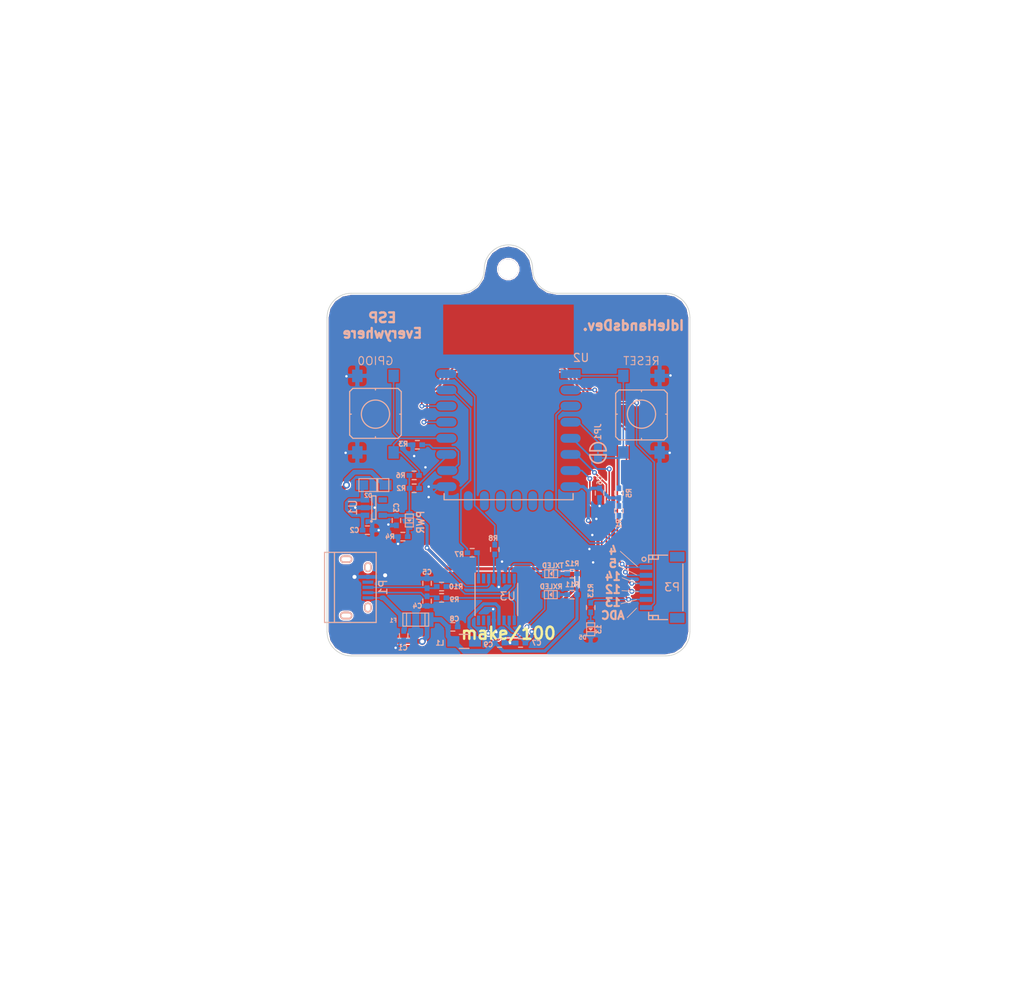
<source format=kicad_pcb>
(kicad_pcb (version 4) (host pcbnew 4.0.4-stable)

  (general
    (links 82)
    (no_connects 4)
    (area 59.425 63.6 186.475001 188.195005)
    (thickness 1.6)
    (drawings 23)
    (tracks 335)
    (zones 0)
    (modules 39)
    (nets 44)
  )

  (page A3)
  (title_block
    (title "Sensory Adaptation Robot")
    (date 2016-03-10)
    (rev 0.1a)
    (company "Idle Hands Dev.")
    (comment 1 "Sean Hodgins")
  )

  (layers
    (0 F.Cu signal)
    (31 B.Cu signal)
    (32 B.Adhes user)
    (33 F.Adhes user)
    (34 B.Paste user)
    (35 F.Paste user)
    (36 B.SilkS user)
    (37 F.SilkS user)
    (38 B.Mask user)
    (39 F.Mask user)
    (40 Dwgs.User user)
    (41 Cmts.User user)
    (42 Eco1.User user)
    (43 Eco2.User user)
    (44 Edge.Cuts user)
    (45 Margin user)
    (46 B.CrtYd user)
    (47 F.CrtYd user)
    (48 B.Fab user hide)
    (49 F.Fab user)
  )

  (setup
    (last_trace_width 0.2)
    (user_trace_width 0.2)
    (user_trace_width 0.4)
    (user_trace_width 0.6)
    (user_trace_width 0.8)
    (user_trace_width 1)
    (trace_clearance 0.15)
    (zone_clearance 0.15)
    (zone_45_only yes)
    (trace_min 0.1)
    (segment_width 0.1)
    (edge_width 0.1)
    (via_size 0.6)
    (via_drill 0.4)
    (via_min_size 0.4)
    (via_min_drill 0.3)
    (user_via 0.6 0.3)
    (user_via 0.89 0.5)
    (uvia_size 0.3)
    (uvia_drill 0.1)
    (uvias_allowed no)
    (uvia_min_size 0.2)
    (uvia_min_drill 0.1)
    (pcb_text_width 0.3)
    (pcb_text_size 1.5 1.5)
    (mod_edge_width 0.15)
    (mod_text_size 1 1)
    (mod_text_width 0.15)
    (pad_size 2.5 1.1)
    (pad_drill 0)
    (pad_to_mask_clearance 0)
    (aux_axis_origin 100 100)
    (visible_elements 7FFFEF7F)
    (pcbplotparams
      (layerselection 0x010f0_80000001)
      (usegerberextensions false)
      (excludeedgelayer true)
      (linewidth 0.100000)
      (plotframeref false)
      (viasonmask false)
      (mode 1)
      (useauxorigin false)
      (hpglpennumber 1)
      (hpglpenspeed 20)
      (hpglpendiameter 15)
      (hpglpenoverlay 2)
      (psnegative false)
      (psa4output false)
      (plotreference true)
      (plotvalue true)
      (plotinvisibletext false)
      (padsonsilk false)
      (subtractmaskfromsilk false)
      (outputformat 1)
      (mirror false)
      (drillshape 0)
      (scaleselection 1)
      (outputdirectory gerbs/))
  )

  (net 0 "")
  (net 1 GND)
  (net 2 +3V3)
  (net 3 /GPIO0)
  (net 4 /GPIO16)
  (net 5 /CH_PD)
  (net 6 /GPIO2)
  (net 7 "Net-(D1-Pad1)")
  (net 8 /ADC)
  (net 9 /GPIO13)
  (net 10 "Net-(U2-Pad9)")
  (net 11 "Net-(U2-Pad10)")
  (net 12 "Net-(U2-Pad11)")
  (net 13 "Net-(U2-Pad12)")
  (net 14 "Net-(U2-Pad13)")
  (net 15 "Net-(U2-Pad14)")
  (net 16 /GPIO15)
  (net 17 /GPIO5)
  (net 18 "Net-(C1-Pad2)")
  (net 19 "Net-(C2-Pad1)")
  (net 20 "Net-(C4-Pad2)")
  (net 21 "Net-(C5-Pad2)")
  (net 22 VUSB)
  (net 23 "Net-(D3-Pad2)")
  (net 24 "Net-(D3-Pad1)")
  (net 25 "Net-(D4-Pad2)")
  (net 26 "Net-(D4-Pad1)")
  (net 27 "Net-(L1-Pad1)")
  (net 28 /GPIO4)
  (net 29 /GPIO12)
  (net 30 /GPIO14)
  (net 31 /RXESP)
  (net 32 "Net-(R7-Pad2)")
  (net 33 /TXESP)
  (net 34 "Net-(R8-Pad2)")
  (net 35 "Net-(R9-Pad1)")
  (net 36 "Net-(R10-Pad1)")
  (net 37 "Net-(U3-Pad2)")
  (net 38 "Net-(U3-Pad6)")
  (net 39 "Net-(U3-Pad15)")
  (net 40 "Net-(U3-Pad16)")
  (net 41 "Net-(P1-Pad4)")
  (net 42 "Net-(P1-Pad6)")
  (net 43 "Net-(D5-Pad2)")

  (net_class Default "This is the default net class."
    (clearance 0.15)
    (trace_width 0.2)
    (via_dia 0.6)
    (via_drill 0.4)
    (uvia_dia 0.3)
    (uvia_drill 0.1)
    (add_net +3V3)
    (add_net /ADC)
    (add_net /CH_PD)
    (add_net /GPIO0)
    (add_net /GPIO12)
    (add_net /GPIO13)
    (add_net /GPIO14)
    (add_net /GPIO15)
    (add_net /GPIO16)
    (add_net /GPIO2)
    (add_net /GPIO4)
    (add_net /GPIO5)
    (add_net /RXESP)
    (add_net /TXESP)
    (add_net GND)
    (add_net "Net-(C1-Pad2)")
    (add_net "Net-(C2-Pad1)")
    (add_net "Net-(C4-Pad2)")
    (add_net "Net-(C5-Pad2)")
    (add_net "Net-(D1-Pad1)")
    (add_net "Net-(D3-Pad1)")
    (add_net "Net-(D3-Pad2)")
    (add_net "Net-(D4-Pad1)")
    (add_net "Net-(D4-Pad2)")
    (add_net "Net-(D5-Pad2)")
    (add_net "Net-(L1-Pad1)")
    (add_net "Net-(P1-Pad4)")
    (add_net "Net-(P1-Pad6)")
    (add_net "Net-(R10-Pad1)")
    (add_net "Net-(R7-Pad2)")
    (add_net "Net-(R8-Pad2)")
    (add_net "Net-(R9-Pad1)")
    (add_net "Net-(U2-Pad10)")
    (add_net "Net-(U2-Pad11)")
    (add_net "Net-(U2-Pad12)")
    (add_net "Net-(U2-Pad13)")
    (add_net "Net-(U2-Pad14)")
    (add_net "Net-(U2-Pad9)")
    (add_net "Net-(U3-Pad15)")
    (add_net "Net-(U3-Pad16)")
    (add_net "Net-(U3-Pad2)")
    (add_net "Net-(U3-Pad6)")
    (add_net VUSB)
  )

  (module project_footprints:C_0402_Hand (layer B.Cu) (tedit 587C61DC) (tstamp 58477003)
    (at 108.6 128.2 270)
    (descr "Resistor SMD 0402, reflow soldering, Vishay (see dcrcw.pdf)")
    (tags "resistor 0402")
    (path /587C4081)
    (attr smd)
    (fp_text reference C3 (at -1.6 0 270) (layer B.SilkS)
      (effects (font (size 0.6 0.6) (thickness 0.15)) (justify mirror))
    )
    (fp_text value 2.2uF (at 0 -1.8 270) (layer B.Fab)
      (effects (font (size 1 1) (thickness 0.15)) (justify mirror))
    )
    (fp_line (start -0.95 0.65) (end 0.95 0.65) (layer B.CrtYd) (width 0.05))
    (fp_line (start -0.95 -0.65) (end 0.95 -0.65) (layer B.CrtYd) (width 0.05))
    (fp_line (start -0.95 0.65) (end -0.95 -0.65) (layer B.CrtYd) (width 0.05))
    (fp_line (start 0.95 0.65) (end 0.95 -0.65) (layer B.CrtYd) (width 0.05))
    (fp_line (start 0.25 0.525) (end -0.25 0.525) (layer B.SilkS) (width 0.15))
    (fp_line (start -0.25 -0.525) (end 0.25 -0.525) (layer B.SilkS) (width 0.15))
    (pad 1 smd rect (at -0.6 0 270) (size 0.7 0.6) (layers B.Cu B.Paste B.Mask)
      (net 2 +3V3))
    (pad 2 smd rect (at 0.6 0 270) (size 0.7 0.6) (layers B.Cu B.Paste B.Mask)
      (net 1 GND))
    (model Resistors_SMD.3dshapes/R_0402.wrl
      (at (xyz 0 0 0))
      (scale (xyz 1 1 1))
      (rotate (xyz 0 0 0))
    )
  )

  (module Connectors_JST_SH:Connectors_JST_SM06B-SRSS-TB (layer B.Cu) (tedit 58477208) (tstamp 5847708A)
    (at 141.5 136.5 270)
    (descr "JST SH series connector, SM06B-SRSS-TB")
    (tags "connector jst sh")
    (path /5843EDFF)
    (attr smd)
    (fp_text reference P3 (at -0.025 -1.3 360) (layer B.SilkS)
      (effects (font (size 1 1) (thickness 0.15)) (justify mirror))
    )
    (fp_text value CONN_01X06 (at 0 -4.2625 270) (layer B.Fab) hide
      (effects (font (size 1 1) (thickness 0.15)) (justify mirror))
    )
    (fp_circle (center -3.5 2.1875) (end -3.25 2.1875) (layer B.SilkS) (width 0.15))
    (fp_line (start -2.9 -2.6375) (end 2.9 -2.6375) (layer B.SilkS) (width 0.15))
    (fp_line (start -4 -0.7375) (end -4 1.6125) (layer B.SilkS) (width 0.15))
    (fp_line (start -4 1.6125) (end -3.1 1.6125) (layer B.SilkS) (width 0.15))
    (fp_line (start -3.5 1.6125) (end -3.5 0.4125) (layer B.SilkS) (width 0.15))
    (fp_line (start -3.5 0.4125) (end -3.5 0.4125) (layer B.SilkS) (width 0.15))
    (fp_line (start -3.5 0.4125) (end -3.5 1.6125) (layer B.SilkS) (width 0.15))
    (fp_line (start -3.5 1.6125) (end -3.5 1.6125) (layer B.SilkS) (width 0.15))
    (fp_line (start -3.5 1.1125) (end -3.5 1.1125) (layer B.SilkS) (width 0.15))
    (fp_line (start -3.5 1.1125) (end -4 1.1125) (layer B.SilkS) (width 0.15))
    (fp_line (start -4 1.1125) (end -4 1.1125) (layer B.SilkS) (width 0.15))
    (fp_line (start -4 1.1125) (end -3.5 1.1125) (layer B.SilkS) (width 0.15))
    (fp_line (start -3.5 0.4125) (end -3.5 0.4125) (layer B.SilkS) (width 0.15))
    (fp_line (start -3.5 0.4125) (end -4 0.4125) (layer B.SilkS) (width 0.15))
    (fp_line (start -4 0.4125) (end -4 0.4125) (layer B.SilkS) (width 0.15))
    (fp_line (start -4 0.4125) (end -3.5 0.4125) (layer B.SilkS) (width 0.15))
    (fp_line (start 4 -0.7375) (end 4 1.6125) (layer B.SilkS) (width 0.15))
    (fp_line (start 4 1.6125) (end 3.1 1.6125) (layer B.SilkS) (width 0.15))
    (fp_line (start 3.5 1.6125) (end 3.5 0.4125) (layer B.SilkS) (width 0.15))
    (fp_line (start 3.5 0.4125) (end 3.5 0.4125) (layer B.SilkS) (width 0.15))
    (fp_line (start 3.5 0.4125) (end 3.5 1.6125) (layer B.SilkS) (width 0.15))
    (fp_line (start 3.5 1.6125) (end 3.5 1.6125) (layer B.SilkS) (width 0.15))
    (fp_line (start 3.5 1.1125) (end 3.5 1.1125) (layer B.SilkS) (width 0.15))
    (fp_line (start 3.5 1.1125) (end 4 1.1125) (layer B.SilkS) (width 0.15))
    (fp_line (start 4 1.1125) (end 4 1.1125) (layer B.SilkS) (width 0.15))
    (fp_line (start 4 1.1125) (end 3.5 1.1125) (layer B.SilkS) (width 0.15))
    (fp_line (start 3.5 0.4125) (end 3.5 0.4125) (layer B.SilkS) (width 0.15))
    (fp_line (start 3.5 0.4125) (end 4 0.4125) (layer B.SilkS) (width 0.15))
    (fp_line (start 4 0.4125) (end 4 0.4125) (layer B.SilkS) (width 0.15))
    (fp_line (start 4 0.4125) (end 3.5 0.4125) (layer B.SilkS) (width 0.15))
    (fp_line (start -4.9 -3.35) (end -4.9 3.25) (layer B.CrtYd) (width 0.05))
    (fp_line (start -4.9 3.25) (end 4.9 3.25) (layer B.CrtYd) (width 0.05))
    (fp_line (start 4.9 3.25) (end 4.9 -3.35) (layer B.CrtYd) (width 0.05))
    (fp_line (start 4.9 -3.35) (end -4.9 -3.35) (layer B.CrtYd) (width 0.05))
    (pad 1 smd rect (at -2.5 1.9375 270) (size 0.6 1.55) (layers B.Cu B.Paste B.Mask)
      (net 28 /GPIO4))
    (pad 2 smd rect (at -1.5 1.9375 270) (size 0.6 1.55) (layers B.Cu B.Paste B.Mask)
      (net 17 /GPIO5))
    (pad 3 smd rect (at -0.5 1.9375 270) (size 0.6 1.55) (layers B.Cu B.Paste B.Mask)
      (net 30 /GPIO14))
    (pad 4 smd rect (at 0.5 1.9375 270) (size 0.6 1.55) (layers B.Cu B.Paste B.Mask)
      (net 29 /GPIO12))
    (pad 5 smd rect (at 1.5 1.9375 270) (size 0.6 1.55) (layers B.Cu B.Paste B.Mask)
      (net 9 /GPIO13))
    (pad 6 smd rect (at 2.5 1.9375 270) (size 0.6 1.55) (layers B.Cu B.Paste B.Mask)
      (net 8 /ADC))
    (pad "" smd rect (at -3.8 -1.9375 270) (size 1.2 1.8) (layers B.Cu B.Paste B.Mask))
    (pad "" smd rect (at 3.8 -1.9375 270) (size 1.2 1.8) (layers B.Cu B.Paste B.Mask))
  )

  (module idlehands_footprints:R_0402_Hand (layer B.Cu) (tedit 57C5D08B) (tstamp 58477090)
    (at 136.2 127 270)
    (descr "Resistor SMD 0402, reflow soldering, Vishay (see dcrcw.pdf)")
    (tags "resistor 0402")
    (path /58433D65)
    (attr smd)
    (fp_text reference R1 (at 1.6 0 270) (layer B.SilkS)
      (effects (font (size 0.6 0.6) (thickness 0.15)) (justify mirror))
    )
    (fp_text value 10K (at 0 -1.25 270) (layer B.Fab) hide
      (effects (font (size 0.6 0.6) (thickness 0.15)) (justify mirror))
    )
    (fp_line (start -0.95 0.65) (end 0.95 0.65) (layer B.CrtYd) (width 0.05))
    (fp_line (start -0.95 -0.65) (end 0.95 -0.65) (layer B.CrtYd) (width 0.05))
    (fp_line (start -0.95 0.65) (end -0.95 -0.65) (layer B.CrtYd) (width 0.05))
    (fp_line (start 0.95 0.65) (end 0.95 -0.65) (layer B.CrtYd) (width 0.05))
    (fp_line (start 0.25 0.525) (end -0.25 0.525) (layer B.SilkS) (width 0.15))
    (fp_line (start -0.25 -0.525) (end 0.25 -0.525) (layer B.SilkS) (width 0.15))
    (pad 1 smd rect (at -0.6 0 270) (size 0.7 0.6) (layers B.Cu B.Paste B.Mask)
      (net 2 +3V3))
    (pad 2 smd rect (at 0.6 0 270) (size 0.7 0.6) (layers B.Cu B.Paste B.Mask)
      (net 5 /CH_PD))
    (model Resistors_SMD.3dshapes/R_0402.wrl
      (at (xyz 0 0 0))
      (scale (xyz 1 1 1))
      (rotate (xyz 0 0 0))
    )
  )

  (module idlehands_footprints:R_0402_Hand (layer B.Cu) (tedit 57C5D08B) (tstamp 58477096)
    (at 110.8 124.2)
    (descr "Resistor SMD 0402, reflow soldering, Vishay (see dcrcw.pdf)")
    (tags "resistor 0402")
    (path /58433DBF)
    (attr smd)
    (fp_text reference R2 (at -1.6 0 180) (layer B.SilkS)
      (effects (font (size 0.6 0.6) (thickness 0.15)) (justify mirror))
    )
    (fp_text value 10K (at 0 -1.25) (layer B.Fab) hide
      (effects (font (size 0.6 0.6) (thickness 0.15)) (justify mirror))
    )
    (fp_line (start -0.95 0.65) (end 0.95 0.65) (layer B.CrtYd) (width 0.05))
    (fp_line (start -0.95 -0.65) (end 0.95 -0.65) (layer B.CrtYd) (width 0.05))
    (fp_line (start -0.95 0.65) (end -0.95 -0.65) (layer B.CrtYd) (width 0.05))
    (fp_line (start 0.95 0.65) (end 0.95 -0.65) (layer B.CrtYd) (width 0.05))
    (fp_line (start 0.25 0.525) (end -0.25 0.525) (layer B.SilkS) (width 0.15))
    (fp_line (start -0.25 -0.525) (end 0.25 -0.525) (layer B.SilkS) (width 0.15))
    (pad 1 smd rect (at -0.6 0) (size 0.7 0.6) (layers B.Cu B.Paste B.Mask)
      (net 2 +3V3))
    (pad 2 smd rect (at 0.6 0) (size 0.7 0.6) (layers B.Cu B.Paste B.Mask)
      (net 6 /GPIO2))
    (model Resistors_SMD.3dshapes/R_0402.wrl
      (at (xyz 0 0 0))
      (scale (xyz 1 1 1))
      (rotate (xyz 0 0 0))
    )
  )

  (module idlehands_footprints:R_0402_Hand (layer B.Cu) (tedit 57C5D08B) (tstamp 5847709C)
    (at 111.2 118.8 180)
    (descr "Resistor SMD 0402, reflow soldering, Vishay (see dcrcw.pdf)")
    (tags "resistor 0402")
    (path /5847AEA6)
    (attr smd)
    (fp_text reference R3 (at 1.75 0.1 180) (layer B.SilkS)
      (effects (font (size 0.6 0.6) (thickness 0.15)) (justify mirror))
    )
    (fp_text value 1K (at 0 -1.25 180) (layer B.Fab) hide
      (effects (font (size 0.6 0.6) (thickness 0.15)) (justify mirror))
    )
    (fp_line (start -0.95 0.65) (end 0.95 0.65) (layer B.CrtYd) (width 0.05))
    (fp_line (start -0.95 -0.65) (end 0.95 -0.65) (layer B.CrtYd) (width 0.05))
    (fp_line (start -0.95 0.65) (end -0.95 -0.65) (layer B.CrtYd) (width 0.05))
    (fp_line (start 0.95 0.65) (end 0.95 -0.65) (layer B.CrtYd) (width 0.05))
    (fp_line (start 0.25 0.525) (end -0.25 0.525) (layer B.SilkS) (width 0.15))
    (fp_line (start -0.25 -0.525) (end 0.25 -0.525) (layer B.SilkS) (width 0.15))
    (pad 1 smd rect (at -0.6 0 180) (size 0.7 0.6) (layers B.Cu B.Paste B.Mask)
      (net 16 /GPIO15))
    (pad 2 smd rect (at 0.6 0 180) (size 0.7 0.6) (layers B.Cu B.Paste B.Mask)
      (net 1 GND))
    (model Resistors_SMD.3dshapes/R_0402.wrl
      (at (xyz 0 0 0))
      (scale (xyz 1 1 1))
      (rotate (xyz 0 0 0))
    )
  )

  (module idlehands_footprints:R_0402_Hand (layer B.Cu) (tedit 57C5D08B) (tstamp 584770A2)
    (at 109.4 130.2 180)
    (descr "Resistor SMD 0402, reflow soldering, Vishay (see dcrcw.pdf)")
    (tags "resistor 0402")
    (path /58434786)
    (attr smd)
    (fp_text reference R4 (at 1.6 0 180) (layer B.SilkS)
      (effects (font (size 0.6 0.6) (thickness 0.15)) (justify mirror))
    )
    (fp_text value 1K (at 0 -1.25 180) (layer B.Fab) hide
      (effects (font (size 0.6 0.6) (thickness 0.15)) (justify mirror))
    )
    (fp_line (start -0.95 0.65) (end 0.95 0.65) (layer B.CrtYd) (width 0.05))
    (fp_line (start -0.95 -0.65) (end 0.95 -0.65) (layer B.CrtYd) (width 0.05))
    (fp_line (start -0.95 0.65) (end -0.95 -0.65) (layer B.CrtYd) (width 0.05))
    (fp_line (start 0.95 0.65) (end 0.95 -0.65) (layer B.CrtYd) (width 0.05))
    (fp_line (start 0.25 0.525) (end -0.25 0.525) (layer B.SilkS) (width 0.15))
    (fp_line (start -0.25 -0.525) (end 0.25 -0.525) (layer B.SilkS) (width 0.15))
    (pad 1 smd rect (at -0.6 0 180) (size 0.7 0.6) (layers B.Cu B.Paste B.Mask)
      (net 7 "Net-(D1-Pad1)"))
    (pad 2 smd rect (at 0.6 0 180) (size 0.7 0.6) (layers B.Cu B.Paste B.Mask)
      (net 1 GND))
    (model Resistors_SMD.3dshapes/R_0402.wrl
      (at (xyz 0 0 0))
      (scale (xyz 1 1 1))
      (rotate (xyz 0 0 0))
    )
  )

  (module idlehands_footprints:R_0402_Hand (layer B.Cu) (tedit 57C5D08B) (tstamp 584770A8)
    (at 136.2 124.8 90)
    (descr "Resistor SMD 0402, reflow soldering, Vishay (see dcrcw.pdf)")
    (tags "resistor 0402")
    (path /584340D6)
    (attr smd)
    (fp_text reference R5 (at 0 1.25 90) (layer B.SilkS)
      (effects (font (size 0.6 0.6) (thickness 0.15)) (justify mirror))
    )
    (fp_text value 10K (at 0 -1.25 90) (layer B.Fab) hide
      (effects (font (size 0.6 0.6) (thickness 0.15)) (justify mirror))
    )
    (fp_line (start -0.95 0.65) (end 0.95 0.65) (layer B.CrtYd) (width 0.05))
    (fp_line (start -0.95 -0.65) (end 0.95 -0.65) (layer B.CrtYd) (width 0.05))
    (fp_line (start -0.95 0.65) (end -0.95 -0.65) (layer B.CrtYd) (width 0.05))
    (fp_line (start 0.95 0.65) (end 0.95 -0.65) (layer B.CrtYd) (width 0.05))
    (fp_line (start 0.25 0.525) (end -0.25 0.525) (layer B.SilkS) (width 0.15))
    (fp_line (start -0.25 -0.525) (end 0.25 -0.525) (layer B.SilkS) (width 0.15))
    (pad 1 smd rect (at -0.6 0 90) (size 0.7 0.6) (layers B.Cu B.Paste B.Mask)
      (net 2 +3V3))
    (pad 2 smd rect (at 0.6 0 90) (size 0.7 0.6) (layers B.Cu B.Paste B.Mask)
      (net 4 /GPIO16))
    (model Resistors_SMD.3dshapes/R_0402.wrl
      (at (xyz 0 0 0))
      (scale (xyz 1 1 1))
      (rotate (xyz 0 0 0))
    )
  )

  (module idlehands_footprints:R_0402_Hand (layer B.Cu) (tedit 57C5D08B) (tstamp 584770AE)
    (at 110.8 122.6)
    (descr "Resistor SMD 0402, reflow soldering, Vishay (see dcrcw.pdf)")
    (tags "resistor 0402")
    (path /5848E3D5)
    (attr smd)
    (fp_text reference R6 (at -1.675 0) (layer B.SilkS)
      (effects (font (size 0.6 0.6) (thickness 0.15)) (justify mirror))
    )
    (fp_text value 1K (at 0 -1.25) (layer B.Fab) hide
      (effects (font (size 0.6 0.6) (thickness 0.15)) (justify mirror))
    )
    (fp_line (start -0.95 0.65) (end 0.95 0.65) (layer B.CrtYd) (width 0.05))
    (fp_line (start -0.95 -0.65) (end 0.95 -0.65) (layer B.CrtYd) (width 0.05))
    (fp_line (start -0.95 0.65) (end -0.95 -0.65) (layer B.CrtYd) (width 0.05))
    (fp_line (start 0.95 0.65) (end 0.95 -0.65) (layer B.CrtYd) (width 0.05))
    (fp_line (start 0.25 0.525) (end -0.25 0.525) (layer B.SilkS) (width 0.15))
    (fp_line (start -0.25 -0.525) (end 0.25 -0.525) (layer B.SilkS) (width 0.15))
    (pad 1 smd rect (at -0.6 0) (size 0.7 0.6) (layers B.Cu B.Paste B.Mask)
      (net 2 +3V3))
    (pad 2 smd rect (at 0.6 0) (size 0.7 0.6) (layers B.Cu B.Paste B.Mask)
      (net 3 /GPIO0))
    (model Resistors_SMD.3dshapes/R_0402.wrl
      (at (xyz 0 0 0))
      (scale (xyz 1 1 1))
      (rotate (xyz 0 0 0))
    )
  )

  (module idlehands_footprints:SOLDER-JUMPER_1-WAY-CLOSED (layer B.Cu) (tedit 5847835C) (tstamp 5847700F)
    (at 133.6 119.8 270)
    (path /5847FFB9)
    (fp_text reference JP1 (at -2.6 0 270) (layer B.SilkS)
      (effects (font (size 0.762 0.762) (thickness 0.1524)) (justify mirror))
    )
    (fp_text value Jumper_NC_Small (at 0 1.5 270) (layer B.SilkS) hide
      (effects (font (size 0.762 0.762) (thickness 0.1524)) (justify mirror))
    )
    (fp_line (start 0.254 -1.016) (end 0.254 1.016) (layer B.SilkS) (width 0.2032))
    (fp_line (start -0.254 1.016) (end -0.254 -1.016) (layer B.SilkS) (width 0.2032))
    (fp_arc (start 0.254 0) (end 1.27 0) (angle -90) (layer B.SilkS) (width 0.2032))
    (fp_arc (start 0.254 0) (end 0.254 1.016) (angle -90) (layer B.SilkS) (width 0.2032))
    (fp_arc (start -0.254 0) (end -1.27 0) (angle -90) (layer B.SilkS) (width 0.2032))
    (fp_arc (start -0.254 0) (end -0.254 -1.016) (angle -90) (layer B.SilkS) (width 0.2032))
    (pad 1 smd rect (at -0.65 0 270) (size 1 1) (layers B.Cu B.Paste B.Mask)
      (net 4 /GPIO16))
    (pad 2 smd rect (at 0.65 0 270) (size 1 1) (layers B.Cu B.Paste B.Mask)
      (net 4 /GPIO16))
  )

  (module project_footprints:C_0402_Hand (layer B.Cu) (tedit 587C5D2A) (tstamp 587C78C6)
    (at 109.5 142.5 90)
    (descr "Resistor SMD 0402, reflow soldering, Vishay (see dcrcw.pdf)")
    (tags "resistor 0402")
    (path /587D0E1D)
    (attr smd)
    (fp_text reference C1 (at -1.5 -0.1 180) (layer B.SilkS)
      (effects (font (size 0.6 0.6) (thickness 0.15)) (justify mirror))
    )
    (fp_text value 0.1uF (at 0 -1.8 90) (layer B.Fab)
      (effects (font (size 1 1) (thickness 0.15)) (justify mirror))
    )
    (fp_line (start -0.95 0.65) (end 0.95 0.65) (layer B.CrtYd) (width 0.05))
    (fp_line (start -0.95 -0.65) (end 0.95 -0.65) (layer B.CrtYd) (width 0.05))
    (fp_line (start -0.95 0.65) (end -0.95 -0.65) (layer B.CrtYd) (width 0.05))
    (fp_line (start 0.95 0.65) (end 0.95 -0.65) (layer B.CrtYd) (width 0.05))
    (fp_line (start 0.25 0.525) (end -0.25 0.525) (layer B.SilkS) (width 0.15))
    (fp_line (start -0.25 -0.525) (end 0.25 -0.525) (layer B.SilkS) (width 0.15))
    (pad 1 smd rect (at -0.6 0 90) (size 0.7 0.6) (layers B.Cu B.Paste B.Mask)
      (net 1 GND))
    (pad 2 smd rect (at 0.6 0 90) (size 0.7 0.6) (layers B.Cu B.Paste B.Mask)
      (net 18 "Net-(C1-Pad2)"))
    (model Resistors_SMD.3dshapes/R_0402.wrl
      (at (xyz 0 0 0))
      (scale (xyz 1 1 1))
      (rotate (xyz 0 0 0))
    )
  )

  (module project_footprints:C_0402_Hand (layer B.Cu) (tedit 587C61D7) (tstamp 587C78CC)
    (at 105 129.4)
    (descr "Resistor SMD 0402, reflow soldering, Vishay (see dcrcw.pdf)")
    (tags "resistor 0402")
    (path /587C406D)
    (attr smd)
    (fp_text reference C2 (at -1.6 0) (layer B.SilkS)
      (effects (font (size 0.6 0.6) (thickness 0.15)) (justify mirror))
    )
    (fp_text value 1uF (at 0 -1.8) (layer B.Fab)
      (effects (font (size 1 1) (thickness 0.15)) (justify mirror))
    )
    (fp_line (start -0.95 0.65) (end 0.95 0.65) (layer B.CrtYd) (width 0.05))
    (fp_line (start -0.95 -0.65) (end 0.95 -0.65) (layer B.CrtYd) (width 0.05))
    (fp_line (start -0.95 0.65) (end -0.95 -0.65) (layer B.CrtYd) (width 0.05))
    (fp_line (start 0.95 0.65) (end 0.95 -0.65) (layer B.CrtYd) (width 0.05))
    (fp_line (start 0.25 0.525) (end -0.25 0.525) (layer B.SilkS) (width 0.15))
    (fp_line (start -0.25 -0.525) (end 0.25 -0.525) (layer B.SilkS) (width 0.15))
    (pad 1 smd rect (at -0.6 0) (size 0.7 0.6) (layers B.Cu B.Paste B.Mask)
      (net 19 "Net-(C2-Pad1)"))
    (pad 2 smd rect (at 0.6 0) (size 0.7 0.6) (layers B.Cu B.Paste B.Mask)
      (net 1 GND))
    (model Resistors_SMD.3dshapes/R_0402.wrl
      (at (xyz 0 0 0))
      (scale (xyz 1 1 1))
      (rotate (xyz 0 0 0))
    )
  )

  (module project_footprints:C_0402_Hand (layer B.Cu) (tedit 587C5F26) (tstamp 587C78D2)
    (at 112.4 138.2 90)
    (descr "Resistor SMD 0402, reflow soldering, Vishay (see dcrcw.pdf)")
    (tags "resistor 0402")
    (path /587CCD60)
    (attr smd)
    (fp_text reference C4 (at -0.6 -1.2 180) (layer B.SilkS)
      (effects (font (size 0.6 0.6) (thickness 0.15)) (justify mirror))
    )
    (fp_text value 47pF (at 0 -1.8 90) (layer B.Fab)
      (effects (font (size 1 1) (thickness 0.15)) (justify mirror))
    )
    (fp_line (start -0.95 0.65) (end 0.95 0.65) (layer B.CrtYd) (width 0.05))
    (fp_line (start -0.95 -0.65) (end 0.95 -0.65) (layer B.CrtYd) (width 0.05))
    (fp_line (start -0.95 0.65) (end -0.95 -0.65) (layer B.CrtYd) (width 0.05))
    (fp_line (start 0.95 0.65) (end 0.95 -0.65) (layer B.CrtYd) (width 0.05))
    (fp_line (start 0.25 0.525) (end -0.25 0.525) (layer B.SilkS) (width 0.15))
    (fp_line (start -0.25 -0.525) (end 0.25 -0.525) (layer B.SilkS) (width 0.15))
    (pad 1 smd rect (at -0.6 0 90) (size 0.7 0.6) (layers B.Cu B.Paste B.Mask)
      (net 1 GND))
    (pad 2 smd rect (at 0.6 0 90) (size 0.7 0.6) (layers B.Cu B.Paste B.Mask)
      (net 20 "Net-(C4-Pad2)"))
    (model Resistors_SMD.3dshapes/R_0402.wrl
      (at (xyz 0 0 0))
      (scale (xyz 1 1 1))
      (rotate (xyz 0 0 0))
    )
  )

  (module project_footprints:C_0402_Hand (layer B.Cu) (tedit 587C5F2A) (tstamp 587C78D8)
    (at 112.4 136 270)
    (descr "Resistor SMD 0402, reflow soldering, Vishay (see dcrcw.pdf)")
    (tags "resistor 0402")
    (path /587CCF8F)
    (attr smd)
    (fp_text reference C5 (at -1.4 0 360) (layer B.SilkS)
      (effects (font (size 0.6 0.6) (thickness 0.15)) (justify mirror))
    )
    (fp_text value 47pF (at 0 -1.8 270) (layer B.Fab)
      (effects (font (size 1 1) (thickness 0.15)) (justify mirror))
    )
    (fp_line (start -0.95 0.65) (end 0.95 0.65) (layer B.CrtYd) (width 0.05))
    (fp_line (start -0.95 -0.65) (end 0.95 -0.65) (layer B.CrtYd) (width 0.05))
    (fp_line (start -0.95 0.65) (end -0.95 -0.65) (layer B.CrtYd) (width 0.05))
    (fp_line (start 0.95 0.65) (end 0.95 -0.65) (layer B.CrtYd) (width 0.05))
    (fp_line (start 0.25 0.525) (end -0.25 0.525) (layer B.SilkS) (width 0.15))
    (fp_line (start -0.25 -0.525) (end 0.25 -0.525) (layer B.SilkS) (width 0.15))
    (pad 1 smd rect (at -0.6 0 270) (size 0.7 0.6) (layers B.Cu B.Paste B.Mask)
      (net 1 GND))
    (pad 2 smd rect (at 0.6 0 270) (size 0.7 0.6) (layers B.Cu B.Paste B.Mask)
      (net 21 "Net-(C5-Pad2)"))
    (model Resistors_SMD.3dshapes/R_0402.wrl
      (at (xyz 0 0 0))
      (scale (xyz 1 1 1))
      (rotate (xyz 0 0 0))
    )
  )

  (module project_footprints:C_0402_Hand (layer B.Cu) (tedit 587C62A4) (tstamp 587C78DE)
    (at 133.8 124.8 90)
    (descr "Resistor SMD 0402, reflow soldering, Vishay (see dcrcw.pdf)")
    (tags "resistor 0402")
    (path /587ED617)
    (attr smd)
    (fp_text reference C6 (at 1.6 0 90) (layer B.SilkS)
      (effects (font (size 0.6 0.6) (thickness 0.15)) (justify mirror))
    )
    (fp_text value 10uF (at 0 -1.8 90) (layer B.Fab)
      (effects (font (size 1 1) (thickness 0.15)) (justify mirror))
    )
    (fp_line (start -0.95 0.65) (end 0.95 0.65) (layer B.CrtYd) (width 0.05))
    (fp_line (start -0.95 -0.65) (end 0.95 -0.65) (layer B.CrtYd) (width 0.05))
    (fp_line (start -0.95 0.65) (end -0.95 -0.65) (layer B.CrtYd) (width 0.05))
    (fp_line (start 0.95 0.65) (end 0.95 -0.65) (layer B.CrtYd) (width 0.05))
    (fp_line (start 0.25 0.525) (end -0.25 0.525) (layer B.SilkS) (width 0.15))
    (fp_line (start -0.25 -0.525) (end 0.25 -0.525) (layer B.SilkS) (width 0.15))
    (pad 1 smd rect (at -0.6 0 90) (size 0.7 0.6) (layers B.Cu B.Paste B.Mask)
      (net 1 GND))
    (pad 2 smd rect (at 0.6 0 90) (size 0.7 0.6) (layers B.Cu B.Paste B.Mask)
      (net 2 +3V3))
    (model Resistors_SMD.3dshapes/R_0402.wrl
      (at (xyz 0 0 0))
      (scale (xyz 1 1 1))
      (rotate (xyz 0 0 0))
    )
  )

  (module project_footprints:C_0402_Hand (layer B.Cu) (tedit 587C6308) (tstamp 587C78E4)
    (at 124 143.4)
    (descr "Resistor SMD 0402, reflow soldering, Vishay (see dcrcw.pdf)")
    (tags "resistor 0402")
    (path /587D2621)
    (attr smd)
    (fp_text reference C7 (at 2 0) (layer B.SilkS)
      (effects (font (size 0.6 0.6) (thickness 0.15)) (justify mirror))
    )
    (fp_text value 0.1uF (at 0 -1.8) (layer B.Fab)
      (effects (font (size 1 1) (thickness 0.15)) (justify mirror))
    )
    (fp_line (start -0.95 0.65) (end 0.95 0.65) (layer B.CrtYd) (width 0.05))
    (fp_line (start -0.95 -0.65) (end 0.95 -0.65) (layer B.CrtYd) (width 0.05))
    (fp_line (start -0.95 0.65) (end -0.95 -0.65) (layer B.CrtYd) (width 0.05))
    (fp_line (start 0.95 0.65) (end 0.95 -0.65) (layer B.CrtYd) (width 0.05))
    (fp_line (start 0.25 0.525) (end -0.25 0.525) (layer B.SilkS) (width 0.15))
    (fp_line (start -0.25 -0.525) (end 0.25 -0.525) (layer B.SilkS) (width 0.15))
    (pad 1 smd rect (at -0.6 0) (size 0.7 0.6) (layers B.Cu B.Paste B.Mask)
      (net 1 GND))
    (pad 2 smd rect (at 0.6 0) (size 0.7 0.6) (layers B.Cu B.Paste B.Mask)
      (net 2 +3V3))
    (model Resistors_SMD.3dshapes/R_0402.wrl
      (at (xyz 0 0 0))
      (scale (xyz 1 1 1))
      (rotate (xyz 0 0 0))
    )
  )

  (module project_footprints:C_0402_Hand (layer B.Cu) (tedit 587C6301) (tstamp 587C78EA)
    (at 115.6 141.4 180)
    (descr "Resistor SMD 0402, reflow soldering, Vishay (see dcrcw.pdf)")
    (tags "resistor 0402")
    (path /587CC4A1)
    (attr smd)
    (fp_text reference C8 (at -0.2 1 180) (layer B.SilkS)
      (effects (font (size 0.6 0.6) (thickness 0.15)) (justify mirror))
    )
    (fp_text value 0.1uF (at 0 -1.8 180) (layer B.Fab)
      (effects (font (size 1 1) (thickness 0.15)) (justify mirror))
    )
    (fp_line (start -0.95 0.65) (end 0.95 0.65) (layer B.CrtYd) (width 0.05))
    (fp_line (start -0.95 -0.65) (end 0.95 -0.65) (layer B.CrtYd) (width 0.05))
    (fp_line (start -0.95 0.65) (end -0.95 -0.65) (layer B.CrtYd) (width 0.05))
    (fp_line (start 0.95 0.65) (end 0.95 -0.65) (layer B.CrtYd) (width 0.05))
    (fp_line (start 0.25 0.525) (end -0.25 0.525) (layer B.SilkS) (width 0.15))
    (fp_line (start -0.25 -0.525) (end 0.25 -0.525) (layer B.SilkS) (width 0.15))
    (pad 1 smd rect (at -0.6 0 180) (size 0.7 0.6) (layers B.Cu B.Paste B.Mask)
      (net 1 GND))
    (pad 2 smd rect (at 0.6 0 180) (size 0.7 0.6) (layers B.Cu B.Paste B.Mask)
      (net 22 VUSB))
    (model Resistors_SMD.3dshapes/R_0402.wrl
      (at (xyz 0 0 0))
      (scale (xyz 1 1 1))
      (rotate (xyz 0 0 0))
    )
  )

  (module project_footprints:C_0402_Hand (layer B.Cu) (tedit 587C6305) (tstamp 587C78F0)
    (at 121.4 143.4 180)
    (descr "Resistor SMD 0402, reflow soldering, Vishay (see dcrcw.pdf)")
    (tags "resistor 0402")
    (path /587CC9F4)
    (attr smd)
    (fp_text reference C9 (at 1.4 -0.2 180) (layer B.SilkS)
      (effects (font (size 0.6 0.6) (thickness 0.15)) (justify mirror))
    )
    (fp_text value 10uF (at 0 -1.8 180) (layer B.Fab)
      (effects (font (size 1 1) (thickness 0.15)) (justify mirror))
    )
    (fp_line (start -0.95 0.65) (end 0.95 0.65) (layer B.CrtYd) (width 0.05))
    (fp_line (start -0.95 -0.65) (end 0.95 -0.65) (layer B.CrtYd) (width 0.05))
    (fp_line (start -0.95 0.65) (end -0.95 -0.65) (layer B.CrtYd) (width 0.05))
    (fp_line (start 0.95 0.65) (end 0.95 -0.65) (layer B.CrtYd) (width 0.05))
    (fp_line (start 0.25 0.525) (end -0.25 0.525) (layer B.SilkS) (width 0.15))
    (fp_line (start -0.25 -0.525) (end 0.25 -0.525) (layer B.SilkS) (width 0.15))
    (pad 1 smd rect (at -0.6 0 180) (size 0.7 0.6) (layers B.Cu B.Paste B.Mask)
      (net 1 GND))
    (pad 2 smd rect (at 0.6 0 180) (size 0.7 0.6) (layers B.Cu B.Paste B.Mask)
      (net 22 VUSB))
    (model Resistors_SMD.3dshapes/R_0402.wrl
      (at (xyz 0 0 0))
      (scale (xyz 1 1 1))
      (rotate (xyz 0 0 0))
    )
  )

  (module idlehands_footprints:Led_0603 (layer B.Cu) (tedit 587C620B) (tstamp 587C7900)
    (at 110.2 128.2 270)
    (descr "SMD LED, 0603")
    (path /58435D5E)
    (fp_text reference D1 (at 2.4 -1.6 360) (layer B.SilkS) hide
      (effects (font (size 0.5 0.5) (thickness 0.125)) (justify mirror))
    )
    (fp_text value PWR (at 0.2 -1.4 270) (layer B.SilkS)
      (effects (font (size 0.9 0.9) (thickness 0.17)) (justify mirror))
    )
    (fp_line (start 0.29972 -0.50038) (end 0.29972 0.50038) (layer B.SilkS) (width 0.127))
    (fp_line (start -0.29972 0.50038) (end -0.29972 -0.50038) (layer B.SilkS) (width 0.127))
    (fp_line (start 0 -0.09906) (end 0 0.09906) (layer B.SilkS) (width 0.127))
    (fp_line (start -0.09906 0.20066) (end -0.09906 -0.20066) (layer B.SilkS) (width 0.127))
    (fp_line (start -0.09906 -0.20066) (end 0.09906 0) (layer B.SilkS) (width 0.127))
    (fp_line (start 0.09906 0) (end -0.09906 0.20066) (layer B.SilkS) (width 0.127))
    (fp_line (start -0.8001 0.50038) (end 0.8001 0.50038) (layer B.SilkS) (width 0.127))
    (fp_line (start 0.8001 0.50038) (end 0.8001 -0.50038) (layer B.SilkS) (width 0.127))
    (fp_line (start 0.8001 -0.50038) (end -0.8001 -0.50038) (layer B.SilkS) (width 0.127))
    (fp_line (start -0.8001 -0.50038) (end -0.8001 0.50038) (layer B.SilkS) (width 0.127))
    (pad 2 smd rect (at -0.7493 0 270) (size 0.79756 0.79756) (layers B.Cu B.Paste B.Mask)
      (net 2 +3V3))
    (pad 1 smd rect (at 0.7493 0 270) (size 0.79756 0.79756) (layers B.Cu B.Paste B.Mask)
      (net 7 "Net-(D1-Pad1)"))
    (model walter/smd_leds/led_0603.wrl
      (at (xyz 0 0 0))
      (scale (xyz 1 1 1))
      (rotate (xyz 0 0 0))
    )
  )

  (module project_footprints:sod323 (layer B.Cu) (tedit 56E9A47F) (tstamp 587C7901)
    (at 105.8 123.8)
    (descr SOD80C)
    (path /587E6405)
    (fp_text reference D2 (at -0.7 1.3) (layer B.SilkS)
      (effects (font (size 0.5 0.5) (thickness 0.125)) (justify mirror))
    )
    (fp_text value BAT20J (at 0.0254 -1.397) (layer B.SilkS) hide
      (effects (font (size 0.5 0.5) (thickness 0.125)) (justify mirror))
    )
    (fp_line (start 0.3541 0.8001) (end 0.3541 -0.8001) (layer B.SilkS) (width 0.127))
    (fp_line (start 0.4271 -0.8001) (end 0.4271 0.8001) (layer B.SilkS) (width 0.127))
    (fp_line (start 0.5001 0.8001) (end 0.5001 -0.8001) (layer B.SilkS) (width 0.127))
    (fp_line (start 1.8542 0.8001) (end -1.8542 0.8001) (layer B.SilkS) (width 0.127))
    (fp_line (start -1.8542 0.8001) (end -1.8542 -0.8001) (layer B.SilkS) (width 0.127))
    (fp_line (start -1.8542 -0.8001) (end 1.8542 -0.8001) (layer B.SilkS) (width 0.127))
    (fp_line (start 1.8542 -0.8001) (end 1.8542 0.8001) (layer B.SilkS) (width 0.127))
    (pad 1 smd rect (at -1.45 0) (size 1.5 1.2) (layers B.Cu B.Paste B.Mask)
      (net 19 "Net-(C2-Pad1)"))
    (pad 2 smd rect (at 1.45 0) (size 1.5 1.2) (layers B.Cu B.Paste B.Mask)
      (net 22 VUSB))
    (model walter/smd_diode/sod80c.wrl
      (at (xyz 0 0 0))
      (scale (xyz 1 1 1))
      (rotate (xyz 0 0 0))
    )
  )

  (module idlehands_footprints:Led_0603 (layer B.Cu) (tedit 587C6195) (tstamp 587C7915)
    (at 127.7507 137.4 180)
    (descr "SMD LED, 0603")
    (path /587CEA98)
    (fp_text reference D3 (at 0.1507 1 180) (layer B.SilkS) hide
      (effects (font (size 0.5 0.5) (thickness 0.125)) (justify mirror))
    )
    (fp_text value RXLED (at -0.0493 1 180) (layer B.SilkS)
      (effects (font (size 0.6 0.6) (thickness 0.15)) (justify mirror))
    )
    (fp_line (start 0.29972 -0.50038) (end 0.29972 0.50038) (layer B.SilkS) (width 0.127))
    (fp_line (start -0.29972 0.50038) (end -0.29972 -0.50038) (layer B.SilkS) (width 0.127))
    (fp_line (start 0 -0.09906) (end 0 0.09906) (layer B.SilkS) (width 0.127))
    (fp_line (start -0.09906 0.20066) (end -0.09906 -0.20066) (layer B.SilkS) (width 0.127))
    (fp_line (start -0.09906 -0.20066) (end 0.09906 0) (layer B.SilkS) (width 0.127))
    (fp_line (start 0.09906 0) (end -0.09906 0.20066) (layer B.SilkS) (width 0.127))
    (fp_line (start -0.8001 0.50038) (end 0.8001 0.50038) (layer B.SilkS) (width 0.127))
    (fp_line (start 0.8001 0.50038) (end 0.8001 -0.50038) (layer B.SilkS) (width 0.127))
    (fp_line (start 0.8001 -0.50038) (end -0.8001 -0.50038) (layer B.SilkS) (width 0.127))
    (fp_line (start -0.8001 -0.50038) (end -0.8001 0.50038) (layer B.SilkS) (width 0.127))
    (pad 2 smd rect (at -0.7493 0 180) (size 0.79756 0.79756) (layers B.Cu B.Paste B.Mask)
      (net 23 "Net-(D3-Pad2)"))
    (pad 1 smd rect (at 0.7493 0 180) (size 0.79756 0.79756) (layers B.Cu B.Paste B.Mask)
      (net 24 "Net-(D3-Pad1)"))
    (model walter/smd_leds/led_0603.wrl
      (at (xyz 0 0 0))
      (scale (xyz 1 1 1))
      (rotate (xyz 0 0 0))
    )
  )

  (module idlehands_footprints:Led_0603 (layer B.Cu) (tedit 587C6197) (tstamp 587C7925)
    (at 127.8 134.8 180)
    (descr "SMD LED, 0603")
    (path /587CF0B8)
    (fp_text reference D4 (at 1 1 270) (layer B.SilkS) hide
      (effects (font (size 0.5 0.5) (thickness 0.125)) (justify mirror))
    )
    (fp_text value TXLED (at -0.2 1 180) (layer B.SilkS)
      (effects (font (size 0.6 0.6) (thickness 0.15)) (justify mirror))
    )
    (fp_line (start 0.29972 -0.50038) (end 0.29972 0.50038) (layer B.SilkS) (width 0.127))
    (fp_line (start -0.29972 0.50038) (end -0.29972 -0.50038) (layer B.SilkS) (width 0.127))
    (fp_line (start 0 -0.09906) (end 0 0.09906) (layer B.SilkS) (width 0.127))
    (fp_line (start -0.09906 0.20066) (end -0.09906 -0.20066) (layer B.SilkS) (width 0.127))
    (fp_line (start -0.09906 -0.20066) (end 0.09906 0) (layer B.SilkS) (width 0.127))
    (fp_line (start 0.09906 0) (end -0.09906 0.20066) (layer B.SilkS) (width 0.127))
    (fp_line (start -0.8001 0.50038) (end 0.8001 0.50038) (layer B.SilkS) (width 0.127))
    (fp_line (start 0.8001 0.50038) (end 0.8001 -0.50038) (layer B.SilkS) (width 0.127))
    (fp_line (start 0.8001 -0.50038) (end -0.8001 -0.50038) (layer B.SilkS) (width 0.127))
    (fp_line (start -0.8001 -0.50038) (end -0.8001 0.50038) (layer B.SilkS) (width 0.127))
    (pad 2 smd rect (at -0.7493 0 180) (size 0.79756 0.79756) (layers B.Cu B.Paste B.Mask)
      (net 25 "Net-(D4-Pad2)"))
    (pad 1 smd rect (at 0.7493 0 180) (size 0.79756 0.79756) (layers B.Cu B.Paste B.Mask)
      (net 26 "Net-(D4-Pad1)"))
    (model walter/smd_leds/led_0603.wrl
      (at (xyz 0 0 0))
      (scale (xyz 1 1 1))
      (rotate (xyz 0 0 0))
    )
  )

  (module idlehands_footprints:c_1206 (layer B.Cu) (tedit 57BF34A4) (tstamp 587C7931)
    (at 111 140.5)
    (descr "SMT capacitor, 1206")
    (path /587C7EDA)
    (fp_text reference F1 (at -2.8 0.1) (layer B.SilkS)
      (effects (font (size 0.50038 0.50038) (thickness 0.11938)) (justify mirror))
    )
    (fp_text value 500mA (at -0.15 -1.7) (layer B.SilkS) hide
      (effects (font (size 0.50038 0.50038) (thickness 0.11938)) (justify mirror))
    )
    (fp_line (start 1.143 -0.8128) (end 1.143 0.8128) (layer B.SilkS) (width 0.127))
    (fp_line (start -1.143 0.8128) (end -1.143 -0.8128) (layer B.SilkS) (width 0.127))
    (fp_line (start -1.6002 0.8128) (end -1.6002 -0.8128) (layer B.SilkS) (width 0.127))
    (fp_line (start -1.6002 -0.8128) (end 1.6002 -0.8128) (layer B.SilkS) (width 0.127))
    (fp_line (start 1.6002 -0.8128) (end 1.6002 0.8128) (layer B.SilkS) (width 0.127))
    (fp_line (start 1.6002 0.8128) (end -1.6002 0.8128) (layer B.SilkS) (width 0.127))
    (pad 1 smd rect (at 1.397 0) (size 1.6002 1.8034) (layers B.Cu B.Paste B.Mask)
      (net 22 VUSB))
    (pad 2 smd rect (at -1.397 0) (size 1.6002 1.8034) (layers B.Cu B.Paste B.Mask)
      (net 18 "Net-(C1-Pad2)"))
    (model smd/capacitors/c_1206.wrl
      (at (xyz 0 0 0))
      (scale (xyz 1 1 1))
      (rotate (xyz 0 0 0))
    )
  )

  (module Resistors_SMD:R_0805_HandSoldering (layer B.Cu) (tedit 587C62F9) (tstamp 587C7937)
    (at 117 143.2 180)
    (descr "Resistor SMD 0805, hand soldering")
    (tags "resistor 0805")
    (path /587CA539)
    (attr smd)
    (fp_text reference L1 (at 3 -0.2 180) (layer B.SilkS)
      (effects (font (size 0.6 0.6) (thickness 0.15)) (justify mirror))
    )
    (fp_text value FB (at 0 -2.1 180) (layer B.Fab)
      (effects (font (size 1 1) (thickness 0.15)) (justify mirror))
    )
    (fp_line (start -2.4 1) (end 2.4 1) (layer B.CrtYd) (width 0.05))
    (fp_line (start -2.4 -1) (end 2.4 -1) (layer B.CrtYd) (width 0.05))
    (fp_line (start -2.4 1) (end -2.4 -1) (layer B.CrtYd) (width 0.05))
    (fp_line (start 2.4 1) (end 2.4 -1) (layer B.CrtYd) (width 0.05))
    (fp_line (start 0.6 -0.875) (end -0.6 -0.875) (layer B.SilkS) (width 0.15))
    (fp_line (start -0.6 0.875) (end 0.6 0.875) (layer B.SilkS) (width 0.15))
    (pad 1 smd rect (at -1.35 0 180) (size 1.5 1.3) (layers B.Cu B.Paste B.Mask)
      (net 27 "Net-(L1-Pad1)"))
    (pad 2 smd rect (at 1.35 0 180) (size 1.5 1.3) (layers B.Cu B.Paste B.Mask)
      (net 22 VUSB))
    (model Resistors_SMD.3dshapes/R_0805_HandSoldering.wrl
      (at (xyz 0 0 0))
      (scale (xyz 1 1 1))
      (rotate (xyz 0 0 0))
    )
  )

  (module Connect:USB_Micro-B (layer B.Cu) (tedit 5543E447) (tstamp 587C7944)
    (at 103.5 136.5 90)
    (descr "Micro USB Type B Receptacle")
    (tags "USB USB_B USB_micro USB_OTG")
    (path /587DA315)
    (attr smd)
    (fp_text reference P1 (at 0 3.45 90) (layer B.SilkS)
      (effects (font (size 1 1) (thickness 0.15)) (justify mirror))
    )
    (fp_text value USB_OTG (at 0 -4.8 90) (layer B.Fab)
      (effects (font (size 1 1) (thickness 0.15)) (justify mirror))
    )
    (fp_line (start -4.6 2.8) (end 4.6 2.8) (layer B.CrtYd) (width 0.05))
    (fp_line (start 4.6 2.8) (end 4.6 -4.05) (layer B.CrtYd) (width 0.05))
    (fp_line (start 4.6 -4.05) (end -4.6 -4.05) (layer B.CrtYd) (width 0.05))
    (fp_line (start -4.6 -4.05) (end -4.6 2.8) (layer B.CrtYd) (width 0.05))
    (fp_line (start -4.3509 -3.81746) (end 4.3491 -3.81746) (layer B.SilkS) (width 0.15))
    (fp_line (start -4.3509 2.58754) (end 4.3491 2.58754) (layer B.SilkS) (width 0.15))
    (fp_line (start 4.3491 2.58754) (end 4.3491 -3.81746) (layer B.SilkS) (width 0.15))
    (fp_line (start 4.3491 -2.58746) (end -4.3509 -2.58746) (layer B.SilkS) (width 0.15))
    (fp_line (start -4.3509 -3.81746) (end -4.3509 2.58754) (layer B.SilkS) (width 0.15))
    (pad 1 smd rect (at -1.3009 1.56254) (size 1.35 0.4) (layers B.Cu B.Paste B.Mask)
      (net 18 "Net-(C1-Pad2)"))
    (pad 2 smd rect (at -0.6509 1.56254) (size 1.35 0.4) (layers B.Cu B.Paste B.Mask)
      (net 20 "Net-(C4-Pad2)"))
    (pad 3 smd rect (at -0.0009 1.56254) (size 1.35 0.4) (layers B.Cu B.Paste B.Mask)
      (net 21 "Net-(C5-Pad2)"))
    (pad 4 smd rect (at 0.6491 1.56254) (size 1.35 0.4) (layers B.Cu B.Paste B.Mask)
      (net 41 "Net-(P1-Pad4)"))
    (pad 5 smd rect (at 1.2991 1.56254) (size 1.35 0.4) (layers B.Cu B.Paste B.Mask)
      (net 1 GND))
    (pad 6 thru_hole oval (at -2.5009 1.56254) (size 0.95 1.25) (drill oval 0.55 0.85) (layers *.Cu *.Mask B.SilkS)
      (net 42 "Net-(P1-Pad6)"))
    (pad 6 thru_hole oval (at 2.4991 1.56254) (size 0.95 1.25) (drill oval 0.55 0.85) (layers *.Cu *.Mask B.SilkS)
      (net 42 "Net-(P1-Pad6)"))
    (pad 6 thru_hole oval (at -3.5009 -1.13746) (size 1.55 1) (drill oval 1.15 0.5) (layers *.Cu *.Mask B.SilkS)
      (net 42 "Net-(P1-Pad6)"))
    (pad 6 thru_hole oval (at 3.4991 -1.13746) (size 1.55 1) (drill oval 1.15 0.5) (layers *.Cu *.Mask B.SilkS)
      (net 42 "Net-(P1-Pad6)"))
  )

  (module idlehands_footprints:R_0402_Hand (layer B.Cu) (tedit 57C5D08B) (tstamp 587C7950)
    (at 118 132.2)
    (descr "Resistor SMD 0402, reflow soldering, Vishay (see dcrcw.pdf)")
    (tags "resistor 0402")
    (path /587D784C)
    (attr smd)
    (fp_text reference R7 (at -1.6 0.2) (layer B.SilkS)
      (effects (font (size 0.6 0.6) (thickness 0.15)) (justify mirror))
    )
    (fp_text value 1K (at 0 -1.25) (layer B.Fab) hide
      (effects (font (size 0.6 0.6) (thickness 0.15)) (justify mirror))
    )
    (fp_line (start -0.95 0.65) (end 0.95 0.65) (layer B.CrtYd) (width 0.05))
    (fp_line (start -0.95 -0.65) (end 0.95 -0.65) (layer B.CrtYd) (width 0.05))
    (fp_line (start -0.95 0.65) (end -0.95 -0.65) (layer B.CrtYd) (width 0.05))
    (fp_line (start 0.95 0.65) (end 0.95 -0.65) (layer B.CrtYd) (width 0.05))
    (fp_line (start 0.25 0.525) (end -0.25 0.525) (layer B.SilkS) (width 0.15))
    (fp_line (start -0.25 -0.525) (end 0.25 -0.525) (layer B.SilkS) (width 0.15))
    (pad 1 smd rect (at -0.6 0) (size 0.7 0.6) (layers B.Cu B.Paste B.Mask)
      (net 31 /RXESP))
    (pad 2 smd rect (at 0.6 0) (size 0.7 0.6) (layers B.Cu B.Paste B.Mask)
      (net 32 "Net-(R7-Pad2)"))
    (model Resistors_SMD.3dshapes/R_0402.wrl
      (at (xyz 0 0 0))
      (scale (xyz 1 1 1))
      (rotate (xyz 0 0 0))
    )
  )

  (module idlehands_footprints:R_0402_Hand (layer B.Cu) (tedit 57C5D08B) (tstamp 587C795C)
    (at 120.8 131.8 270)
    (descr "Resistor SMD 0402, reflow soldering, Vishay (see dcrcw.pdf)")
    (tags "resistor 0402")
    (path /587D849B)
    (attr smd)
    (fp_text reference R8 (at -1.4 0.2 360) (layer B.SilkS)
      (effects (font (size 0.6 0.6) (thickness 0.15)) (justify mirror))
    )
    (fp_text value 1K (at 0 -1.25 270) (layer B.Fab) hide
      (effects (font (size 0.6 0.6) (thickness 0.15)) (justify mirror))
    )
    (fp_line (start -0.95 0.65) (end 0.95 0.65) (layer B.CrtYd) (width 0.05))
    (fp_line (start -0.95 -0.65) (end 0.95 -0.65) (layer B.CrtYd) (width 0.05))
    (fp_line (start -0.95 0.65) (end -0.95 -0.65) (layer B.CrtYd) (width 0.05))
    (fp_line (start 0.95 0.65) (end 0.95 -0.65) (layer B.CrtYd) (width 0.05))
    (fp_line (start 0.25 0.525) (end -0.25 0.525) (layer B.SilkS) (width 0.15))
    (fp_line (start -0.25 -0.525) (end 0.25 -0.525) (layer B.SilkS) (width 0.15))
    (pad 1 smd rect (at -0.6 0 270) (size 0.7 0.6) (layers B.Cu B.Paste B.Mask)
      (net 33 /TXESP))
    (pad 2 smd rect (at 0.6 0 270) (size 0.7 0.6) (layers B.Cu B.Paste B.Mask)
      (net 34 "Net-(R8-Pad2)"))
    (model Resistors_SMD.3dshapes/R_0402.wrl
      (at (xyz 0 0 0))
      (scale (xyz 1 1 1))
      (rotate (xyz 0 0 0))
    )
  )

  (module idlehands_footprints:R_0402_Hand (layer B.Cu) (tedit 57C5D08B) (tstamp 587C7968)
    (at 114.2 137.8 180)
    (descr "Resistor SMD 0402, reflow soldering, Vishay (see dcrcw.pdf)")
    (tags "resistor 0402")
    (path /587CA831)
    (attr smd)
    (fp_text reference R9 (at -1.6 -0.2 180) (layer B.SilkS)
      (effects (font (size 0.6 0.6) (thickness 0.15)) (justify mirror))
    )
    (fp_text value 27R (at 0 -1.25 180) (layer B.Fab) hide
      (effects (font (size 0.6 0.6) (thickness 0.15)) (justify mirror))
    )
    (fp_line (start -0.95 0.65) (end 0.95 0.65) (layer B.CrtYd) (width 0.05))
    (fp_line (start -0.95 -0.65) (end 0.95 -0.65) (layer B.CrtYd) (width 0.05))
    (fp_line (start -0.95 0.65) (end -0.95 -0.65) (layer B.CrtYd) (width 0.05))
    (fp_line (start 0.95 0.65) (end 0.95 -0.65) (layer B.CrtYd) (width 0.05))
    (fp_line (start 0.25 0.525) (end -0.25 0.525) (layer B.SilkS) (width 0.15))
    (fp_line (start -0.25 -0.525) (end 0.25 -0.525) (layer B.SilkS) (width 0.15))
    (pad 1 smd rect (at -0.6 0 180) (size 0.7 0.6) (layers B.Cu B.Paste B.Mask)
      (net 35 "Net-(R9-Pad1)"))
    (pad 2 smd rect (at 0.6 0 180) (size 0.7 0.6) (layers B.Cu B.Paste B.Mask)
      (net 20 "Net-(C4-Pad2)"))
    (model Resistors_SMD.3dshapes/R_0402.wrl
      (at (xyz 0 0 0))
      (scale (xyz 1 1 1))
      (rotate (xyz 0 0 0))
    )
  )

  (module idlehands_footprints:R_0402_Hand (layer B.Cu) (tedit 57C5D08B) (tstamp 587C7974)
    (at 114.2 136.4 180)
    (descr "Resistor SMD 0402, reflow soldering, Vishay (see dcrcw.pdf)")
    (tags "resistor 0402")
    (path /587CB52B)
    (attr smd)
    (fp_text reference R10 (at -1.8 0 180) (layer B.SilkS)
      (effects (font (size 0.6 0.6) (thickness 0.15)) (justify mirror))
    )
    (fp_text value 27R (at 0 -1.25 180) (layer B.Fab) hide
      (effects (font (size 0.6 0.6) (thickness 0.15)) (justify mirror))
    )
    (fp_line (start -0.95 0.65) (end 0.95 0.65) (layer B.CrtYd) (width 0.05))
    (fp_line (start -0.95 -0.65) (end 0.95 -0.65) (layer B.CrtYd) (width 0.05))
    (fp_line (start -0.95 0.65) (end -0.95 -0.65) (layer B.CrtYd) (width 0.05))
    (fp_line (start 0.95 0.65) (end 0.95 -0.65) (layer B.CrtYd) (width 0.05))
    (fp_line (start 0.25 0.525) (end -0.25 0.525) (layer B.SilkS) (width 0.15))
    (fp_line (start -0.25 -0.525) (end 0.25 -0.525) (layer B.SilkS) (width 0.15))
    (pad 1 smd rect (at -0.6 0 180) (size 0.7 0.6) (layers B.Cu B.Paste B.Mask)
      (net 36 "Net-(R10-Pad1)"))
    (pad 2 smd rect (at 0.6 0 180) (size 0.7 0.6) (layers B.Cu B.Paste B.Mask)
      (net 21 "Net-(C5-Pad2)"))
    (model Resistors_SMD.3dshapes/R_0402.wrl
      (at (xyz 0 0 0))
      (scale (xyz 1 1 1))
      (rotate (xyz 0 0 0))
    )
  )

  (module idlehands_footprints:R_0402_Hand (layer B.Cu) (tedit 57C5D08B) (tstamp 587C7980)
    (at 130.4 137.4 180)
    (descr "Resistor SMD 0402, reflow soldering, Vishay (see dcrcw.pdf)")
    (tags "resistor 0402")
    (path /587CEA91)
    (attr smd)
    (fp_text reference R11 (at 0 1.25 180) (layer B.SilkS)
      (effects (font (size 0.6 0.6) (thickness 0.15)) (justify mirror))
    )
    (fp_text value 1K (at 0 -1.25 180) (layer B.Fab) hide
      (effects (font (size 0.6 0.6) (thickness 0.15)) (justify mirror))
    )
    (fp_line (start -0.95 0.65) (end 0.95 0.65) (layer B.CrtYd) (width 0.05))
    (fp_line (start -0.95 -0.65) (end 0.95 -0.65) (layer B.CrtYd) (width 0.05))
    (fp_line (start -0.95 0.65) (end -0.95 -0.65) (layer B.CrtYd) (width 0.05))
    (fp_line (start 0.95 0.65) (end 0.95 -0.65) (layer B.CrtYd) (width 0.05))
    (fp_line (start 0.25 0.525) (end -0.25 0.525) (layer B.SilkS) (width 0.15))
    (fp_line (start -0.25 -0.525) (end 0.25 -0.525) (layer B.SilkS) (width 0.15))
    (pad 1 smd rect (at -0.6 0 180) (size 0.7 0.6) (layers B.Cu B.Paste B.Mask)
      (net 22 VUSB))
    (pad 2 smd rect (at 0.6 0 180) (size 0.7 0.6) (layers B.Cu B.Paste B.Mask)
      (net 23 "Net-(D3-Pad2)"))
    (model Resistors_SMD.3dshapes/R_0402.wrl
      (at (xyz 0 0 0))
      (scale (xyz 1 1 1))
      (rotate (xyz 0 0 0))
    )
  )

  (module idlehands_footprints:R_0402_Hand (layer B.Cu) (tedit 57C5D08B) (tstamp 587C798C)
    (at 130.4 134.8 180)
    (descr "Resistor SMD 0402, reflow soldering, Vishay (see dcrcw.pdf)")
    (tags "resistor 0402")
    (path /587CF0B1)
    (attr smd)
    (fp_text reference R12 (at 0 1.25 180) (layer B.SilkS)
      (effects (font (size 0.6 0.6) (thickness 0.15)) (justify mirror))
    )
    (fp_text value 1K (at 0 -1.25 180) (layer B.Fab) hide
      (effects (font (size 0.6 0.6) (thickness 0.15)) (justify mirror))
    )
    (fp_line (start -0.95 0.65) (end 0.95 0.65) (layer B.CrtYd) (width 0.05))
    (fp_line (start -0.95 -0.65) (end 0.95 -0.65) (layer B.CrtYd) (width 0.05))
    (fp_line (start -0.95 0.65) (end -0.95 -0.65) (layer B.CrtYd) (width 0.05))
    (fp_line (start 0.95 0.65) (end 0.95 -0.65) (layer B.CrtYd) (width 0.05))
    (fp_line (start 0.25 0.525) (end -0.25 0.525) (layer B.SilkS) (width 0.15))
    (fp_line (start -0.25 -0.525) (end 0.25 -0.525) (layer B.SilkS) (width 0.15))
    (pad 1 smd rect (at -0.6 0 180) (size 0.7 0.6) (layers B.Cu B.Paste B.Mask)
      (net 22 VUSB))
    (pad 2 smd rect (at 0.6 0 180) (size 0.7 0.6) (layers B.Cu B.Paste B.Mask)
      (net 25 "Net-(D4-Pad2)"))
    (model Resistors_SMD.3dshapes/R_0402.wrl
      (at (xyz 0 0 0))
      (scale (xyz 1 1 1))
      (rotate (xyz 0 0 0))
    )
  )

  (module TO_SOT_Packages_SMD:SOT-23-5 (layer B.Cu) (tedit 587C61C8) (tstamp 587C79BE)
    (at 105.8 126.6)
    (descr "5-pin SOT23 package")
    (tags SOT-23-5)
    (path /587C4065)
    (attr smd)
    (fp_text reference U1 (at -2.6 0 90) (layer B.SilkS)
      (effects (font (size 1 1) (thickness 0.15)) (justify mirror))
    )
    (fp_text value AP2112K-3.3V (at -0.05 -2.35) (layer B.Fab)
      (effects (font (size 1 1) (thickness 0.15)) (justify mirror))
    )
    (fp_line (start -1.8 1.6) (end 1.8 1.6) (layer B.CrtYd) (width 0.05))
    (fp_line (start 1.8 1.6) (end 1.8 -1.6) (layer B.CrtYd) (width 0.05))
    (fp_line (start 1.8 -1.6) (end -1.8 -1.6) (layer B.CrtYd) (width 0.05))
    (fp_line (start -1.8 -1.6) (end -1.8 1.6) (layer B.CrtYd) (width 0.05))
    (fp_circle (center -0.3 1.7) (end -0.2 1.7) (layer B.SilkS) (width 0.15))
    (fp_line (start 0.25 1.45) (end -0.25 1.45) (layer B.SilkS) (width 0.15))
    (fp_line (start 0.25 -1.45) (end 0.25 1.45) (layer B.SilkS) (width 0.15))
    (fp_line (start -0.25 -1.45) (end 0.25 -1.45) (layer B.SilkS) (width 0.15))
    (fp_line (start -0.25 1.45) (end -0.25 -1.45) (layer B.SilkS) (width 0.15))
    (pad 1 smd rect (at -1.1 0.95) (size 1.06 0.65) (layers B.Cu B.Paste B.Mask)
      (net 19 "Net-(C2-Pad1)"))
    (pad 2 smd rect (at -1.1 0) (size 1.06 0.65) (layers B.Cu B.Paste B.Mask)
      (net 1 GND))
    (pad 3 smd rect (at -1.1 -0.95) (size 1.06 0.65) (layers B.Cu B.Paste B.Mask)
      (net 19 "Net-(C2-Pad1)"))
    (pad 4 smd rect (at 1.1 -0.95) (size 1.06 0.65) (layers B.Cu B.Paste B.Mask))
    (pad 5 smd rect (at 1.1 0.95) (size 1.06 0.65) (layers B.Cu B.Paste B.Mask)
      (net 2 +3V3))
    (model TO_SOT_Packages_SMD.3dshapes/SOT-23-5.wrl
      (at (xyz 0 0 0))
      (scale (xyz 1 1 1))
      (rotate (xyz 0 0 0))
    )
  )

  (module Housings_SSOP:SSOP-16_3.9x4.9mm_Pitch0.635mm (layer B.Cu) (tedit 54130A77) (tstamp 587C79EB)
    (at 121 138 270)
    (descr "SSOP16: plastic shrink small outline package; 16 leads; body width 3.9 mm; lead pitch 0.635; (see NXP SSOP-TSSOP-VSO-REFLOW.pdf and sot519-1_po.pdf)")
    (tags "SSOP 0.635")
    (path /587C8F23)
    (attr smd)
    (fp_text reference U3 (at -0.4 -1.4 360) (layer B.SilkS)
      (effects (font (size 1 1) (thickness 0.15)) (justify mirror))
    )
    (fp_text value FT230XS (at 0 -3.5 270) (layer B.Fab)
      (effects (font (size 1 1) (thickness 0.15)) (justify mirror))
    )
    (fp_line (start -3.45 2.75) (end -3.45 -2.75) (layer B.CrtYd) (width 0.05))
    (fp_line (start 3.45 2.75) (end 3.45 -2.75) (layer B.CrtYd) (width 0.05))
    (fp_line (start -3.45 2.75) (end 3.45 2.75) (layer B.CrtYd) (width 0.05))
    (fp_line (start -3.45 -2.75) (end 3.45 -2.75) (layer B.CrtYd) (width 0.05))
    (fp_line (start -2 -2.6475) (end 2 -2.6475) (layer B.SilkS) (width 0.15))
    (fp_line (start -3.275 2.6475) (end 2 2.6475) (layer B.SilkS) (width 0.15))
    (pad 1 smd rect (at -2.6 2.2225 270) (size 1.2 0.4) (layers B.Cu B.Paste B.Mask)
      (net 32 "Net-(R7-Pad2)"))
    (pad 2 smd rect (at -2.6 1.5875 270) (size 1.2 0.4) (layers B.Cu B.Paste B.Mask)
      (net 37 "Net-(U3-Pad2)"))
    (pad 3 smd rect (at -2.6 0.9525 270) (size 1.2 0.4) (layers B.Cu B.Paste B.Mask)
      (net 2 +3V3))
    (pad 4 smd rect (at -2.6 0.3175 270) (size 1.2 0.4) (layers B.Cu B.Paste B.Mask)
      (net 34 "Net-(R8-Pad2)"))
    (pad 5 smd rect (at -2.6 -0.3175 270) (size 1.2 0.4) (layers B.Cu B.Paste B.Mask)
      (net 1 GND))
    (pad 6 smd rect (at -2.6 -0.9525 270) (size 1.2 0.4) (layers B.Cu B.Paste B.Mask)
      (net 38 "Net-(U3-Pad6)"))
    (pad 7 smd rect (at -2.6 -1.5875 270) (size 1.2 0.4) (layers B.Cu B.Paste B.Mask)
      (net 26 "Net-(D4-Pad1)"))
    (pad 8 smd rect (at -2.6 -2.2225 270) (size 1.2 0.4) (layers B.Cu B.Paste B.Mask)
      (net 36 "Net-(R10-Pad1)"))
    (pad 9 smd rect (at 2.6 -2.2225 270) (size 1.2 0.4) (layers B.Cu B.Paste B.Mask)
      (net 35 "Net-(R9-Pad1)"))
    (pad 10 smd rect (at 2.6 -1.5875 270) (size 1.2 0.4) (layers B.Cu B.Paste B.Mask)
      (net 2 +3V3))
    (pad 11 smd rect (at 2.6 -0.9525 270) (size 1.2 0.4) (layers B.Cu B.Paste B.Mask)
      (net 2 +3V3))
    (pad 12 smd rect (at 2.6 -0.3175 270) (size 1.2 0.4) (layers B.Cu B.Paste B.Mask)
      (net 27 "Net-(L1-Pad1)"))
    (pad 13 smd rect (at 2.6 0.3175 270) (size 1.2 0.4) (layers B.Cu B.Paste B.Mask)
      (net 1 GND))
    (pad 14 smd rect (at 2.6 0.9525 270) (size 1.2 0.4) (layers B.Cu B.Paste B.Mask)
      (net 24 "Net-(D3-Pad1)"))
    (pad 15 smd rect (at 2.6 1.5875 270) (size 1.2 0.4) (layers B.Cu B.Paste B.Mask)
      (net 39 "Net-(U3-Pad15)"))
    (pad 16 smd rect (at 2.6 2.2225 270) (size 1.2 0.4) (layers B.Cu B.Paste B.Mask)
      (net 40 "Net-(U3-Pad16)"))
    (model Housings_SSOP.3dshapes/SSOP-16_3.9x4.9mm_Pitch0.635mm.wrl
      (at (xyz 0 0 0))
      (scale (xyz 1 1 1))
      (rotate (xyz 0 0 0))
    )
  )

  (module project_footprints:kickstarterK (layer F.Cu) (tedit 0) (tstamp 587C8AA4)
    (at 122.5 122.5)
    (fp_text reference G*** (at 0 0) (layer F.SilkS) hide
      (effects (font (thickness 0.3)))
    )
    (fp_text value LOGO (at 0.75 0) (layer F.SilkS) hide
      (effects (font (thickness 0.3)))
    )
    (fp_poly (pts (xy -4.867804 -11.154759) (xy -4.557895 -11.114407) (xy -4.505997 -11.103703) (xy -4.004476 -10.945247)
      (xy -3.520467 -10.703332) (xy -3.0686 -10.390822) (xy -2.663503 -10.020575) (xy -2.319807 -9.605455)
      (xy -2.05214 -9.158321) (xy -1.915583 -8.826406) (xy -1.890976 -8.747704) (xy -1.870294 -8.665661)
      (xy -1.853063 -8.570586) (xy -1.838805 -8.45279) (xy -1.827044 -8.302583) (xy -1.817304 -8.110277)
      (xy -1.809109 -7.86618) (xy -1.801982 -7.560605) (xy -1.795446 -7.183861) (xy -1.789026 -6.726258)
      (xy -1.782246 -6.178108) (xy -1.781239 -6.093464) (xy -1.7526 -3.677928) (xy 0.3302 -6.70052)
      (xy 0.715141 -7.257363) (xy 1.081084 -7.783215) (xy 1.423434 -8.271646) (xy 1.737595 -8.716227)
      (xy 2.018973 -9.110529) (xy 2.262974 -9.448122) (xy 2.465002 -9.722578) (xy 2.620462 -9.927467)
      (xy 2.724762 -10.05636) (xy 2.7432 -10.076917) (xy 3.132549 -10.439698) (xy 3.560101 -10.741136)
      (xy 4.001715 -10.965164) (xy 4.171914 -11.027877) (xy 4.334264 -11.077209) (xy 4.484962 -11.111424)
      (xy 4.648671 -11.133187) (xy 4.850057 -11.14516) (xy 5.113785 -11.150006) (xy 5.3086 -11.1506)
      (xy 5.620561 -11.14871) (xy 5.855099 -11.141314) (xy 6.03635 -11.125828) (xy 6.188448 -11.099668)
      (xy 6.335529 -11.060248) (xy 6.4262 -11.030914) (xy 6.961327 -10.799534) (xy 7.462829 -10.482454)
      (xy 7.915196 -10.093173) (xy 8.302919 -9.645191) (xy 8.610489 -9.152006) (xy 8.630501 -9.112346)
      (xy 8.791559 -8.733476) (xy 8.895054 -8.349679) (xy 8.948152 -7.927861) (xy 8.959164 -7.5946)
      (xy 8.941882 -7.138831) (xy 8.881371 -6.745011) (xy 8.77038 -6.380075) (xy 8.61939 -6.0452)
      (xy 8.561093 -5.945779) (xy 8.450317 -5.770993) (xy 8.292494 -5.528953) (xy 8.093058 -5.227775)
      (xy 7.857441 -4.875571) (xy 7.591076 -4.480455) (xy 7.299397 -4.050539) (xy 6.987835 -3.593937)
      (xy 6.661825 -3.118762) (xy 6.58567 -3.008134) (xy 4.721128 -0.301268) (xy 6.973674 2.554466)
      (xy 7.350285 3.032483) (xy 7.712436 3.493222) (xy 8.054563 3.929536) (xy 8.371099 4.334278)
      (xy 8.65648 4.700301) (xy 8.905139 5.020457) (xy 9.111512 5.287598) (xy 9.270033 5.494579)
      (xy 9.375137 5.63425) (xy 9.414933 5.6896) (xy 9.52535 5.880242) (xy 9.638752 6.11963)
      (xy 9.731889 6.358353) (xy 9.73759 6.3754) (xy 9.798656 6.576229) (xy 9.838295 6.75635)
      (xy 9.860934 6.948998) (xy 9.870998 7.187404) (xy 9.872916 7.3914) (xy 9.861526 7.81009)
      (xy 9.819935 8.164995) (xy 9.740153 8.491474) (xy 9.61419 8.824885) (xy 9.488371 9.0932)
      (xy 9.373912 9.306835) (xy 9.250982 9.495115) (xy 9.099528 9.684457) (xy 8.899491 9.901276)
      (xy 8.789731 10.013385) (xy 8.564762 10.234424) (xy 8.380742 10.397946) (xy 8.212233 10.523342)
      (xy 8.033793 10.630002) (xy 7.874 10.71138) (xy 7.535218 10.863658) (xy 7.231536 10.968424)
      (xy 6.92841 11.033266) (xy 6.591301 11.065772) (xy 6.225026 11.073649) (xy 5.659774 11.045325)
      (xy 5.167323 10.958979) (xy 4.734243 10.810314) (xy 4.347104 10.595036) (xy 4.078636 10.387118)
      (xy 4.008602 10.314028) (xy 3.880426 10.167589) (xy 3.699186 9.953989) (xy 3.46996 9.679416)
      (xy 3.197826 9.350057) (xy 2.887861 8.972098) (xy 2.545142 8.551727) (xy 2.174748 8.095132)
      (xy 1.781756 7.6085) (xy 1.371244 7.098018) (xy 1.034518 6.677728) (xy -1.7526 3.193154)
      (xy -1.783175 5.571677) (xy -1.791068 6.158791) (xy -1.79903 6.65488) (xy -1.808013 7.070518)
      (xy -1.818971 7.416276) (xy -1.832858 7.702726) (xy -1.850628 7.940439) (xy -1.873233 8.139989)
      (xy -1.901629 8.311948) (xy -1.936768 8.466886) (xy -1.979605 8.615377) (xy -2.031092 8.767992)
      (xy -2.084795 8.9154) (xy -2.274621 9.316685) (xy -2.541686 9.721052) (xy -2.866539 10.100376)
      (xy -2.984809 10.216867) (xy -3.364391 10.530944) (xy -3.76029 10.767257) (xy -4.188972 10.931661)
      (xy -4.666902 11.030013) (xy -5.210546 11.068169) (xy -5.380227 11.068834) (xy -5.646329 11.063423)
      (xy -5.894746 11.052841) (xy -6.097263 11.038629) (xy -6.223513 11.022763) (xy -6.770714 10.863746)
      (xy -7.274223 10.616177) (xy -7.727084 10.286232) (xy -8.122338 9.880087) (xy -8.45303 9.403917)
      (xy -8.7122 8.863897) (xy -8.740552 8.788572) (xy -8.78005 8.680487) (xy -8.815937 8.579488)
      (xy -8.848385 8.480464) (xy -8.877567 8.378302) (xy -8.903658 8.267888) (xy -8.926831 8.14411)
      (xy -8.947258 8.001854) (xy -8.965113 7.836007) (xy -8.98057 7.641457) (xy -8.993801 7.413091)
      (xy -9.00498 7.145795) (xy -9.014281 6.834456) (xy -9.021877 6.473962) (xy -9.02794 6.059199)
      (xy -9.032645 5.585054) (xy -9.036164 5.046415) (xy -9.038671 4.438168) (xy -9.04034 3.7552)
      (xy -9.041342 2.992399) (xy -9.041853 2.144651) (xy -9.042045 1.206843) (xy -9.042092 0.173863)
      (xy -9.042101 -0.107646) (xy -9.042156 -1.157318) (xy -9.042124 -2.110527) (xy -9.041842 -2.972412)
      (xy -9.041149 -3.748111) (xy -9.039881 -4.442762) (xy -9.037877 -5.061502) (xy -9.034974 -5.60947)
      (xy -9.031009 -6.091803) (xy -9.025819 -6.51364) (xy -9.019243 -6.880118) (xy -9.011118 -7.196376)
      (xy -9.001282 -7.46755) (xy -8.989571 -7.69878) (xy -8.975823 -7.895203) (xy -8.959877 -8.061956)
      (xy -8.941569 -8.204179) (xy -8.920737 -8.327008) (xy -8.897219 -8.435582) (xy -8.870852 -8.535039)
      (xy -8.841473 -8.630516) (xy -8.80892 -8.727152) (xy -8.773031 -8.830084) (xy -8.765592 -8.851437)
      (xy -8.53654 -9.368436) (xy -8.228867 -9.843133) (xy -7.854552 -10.263443) (xy -7.425575 -10.61728)
      (xy -6.953913 -10.892559) (xy -6.604 -11.032291) (xy -6.334124 -11.096534) (xy -5.994891 -11.141947)
      (xy -5.616976 -11.167485) (xy -5.231056 -11.172104) (xy -4.867804 -11.154759)) (layer F.Mask) (width 0.01))
  )

  (module ESP8266:ESP-12E_SMD (layer B.Cu) (tedit 587C5ECB) (tstamp 587C79BF)
    (at 129.5 110 180)
    (descr "Module, ESP-8266, ESP-12, 16 pad, SMD")
    (tags "Module ESP-8266 ESP8266")
    (path /583E5B34)
    (fp_text reference U2 (at -2 2 180) (layer B.SilkS)
      (effects (font (size 1 1) (thickness 0.15)) (justify mirror))
    )
    (fp_text value ESP-12E (at 8 -1 180) (layer B.Fab)
      (effects (font (size 1 1) (thickness 0.15)) (justify mirror))
    )
    (fp_line (start -2.25 0.5) (end -2.25 8.75) (layer B.CrtYd) (width 0.05))
    (fp_line (start -2.25 8.75) (end 15.25 8.75) (layer B.CrtYd) (width 0.05))
    (fp_line (start 15.25 8.75) (end 16.25 8.75) (layer B.CrtYd) (width 0.05))
    (fp_line (start 16.25 8.75) (end 16.25 -16) (layer B.CrtYd) (width 0.05))
    (fp_line (start 16.25 -16) (end -2.25 -16) (layer B.CrtYd) (width 0.05))
    (fp_line (start -2.25 -16) (end -2.25 0.5) (layer B.CrtYd) (width 0.05))
    (fp_line (start -1.016 8.382) (end 14.986 8.382) (layer B.CrtYd) (width 0.1524))
    (fp_line (start 14.986 8.382) (end 14.986 0.889) (layer B.CrtYd) (width 0.1524))
    (fp_line (start -1.016 8.382) (end -1.016 1.016) (layer B.CrtYd) (width 0.1524))
    (fp_line (start -1.016 -14.859) (end -1.016 -15.621) (layer B.SilkS) (width 0.1524))
    (fp_line (start -1.016 -15.621) (end 14.986 -15.621) (layer B.SilkS) (width 0.1524))
    (fp_line (start 14.986 -15.621) (end 14.986 -14.859) (layer B.SilkS) (width 0.1524))
    (fp_line (start 14.992 8.4) (end -1.008 2.6) (layer B.CrtYd) (width 0.1524))
    (fp_line (start -1.008 8.4) (end 14.992 2.6) (layer B.CrtYd) (width 0.1524))
    (fp_text user "No Copper" (at 6.892 5.4 180) (layer B.CrtYd)
      (effects (font (size 1 1) (thickness 0.15)) (justify mirror))
    )
    (fp_line (start -1.008 2.6) (end 14.992 2.6) (layer B.CrtYd) (width 0.1524))
    (fp_line (start 15 8.4) (end 15 -15.6) (layer B.Fab) (width 0.05))
    (fp_line (start 14.992 -15.6) (end -1.008 -15.6) (layer B.Fab) (width 0.05))
    (fp_line (start -1.008 -15.6) (end -1.008 8.4) (layer B.Fab) (width 0.05))
    (fp_line (start -1.008 8.4) (end 14.992 8.4) (layer B.Fab) (width 0.05))
    (pad 1 smd rect (at 0 0 180) (size 2.5 1.1) (drill (offset -0.7 0)) (layers B.Cu B.Paste B.Mask)
      (net 4 /GPIO16))
    (pad 2 smd oval (at 0 -2 180) (size 2.5 1.1) (drill (offset -0.7 0)) (layers B.Cu B.Paste B.Mask)
      (net 8 /ADC))
    (pad 3 smd oval (at 0 -4 180) (size 2.5 1.1) (drill (offset -0.7 0)) (layers B.Cu B.Paste B.Mask)
      (net 5 /CH_PD))
    (pad 4 smd oval (at 0 -6 180) (size 2.5 1.1) (drill (offset -0.7 0)) (layers B.Cu B.Paste B.Mask)
      (net 4 /GPIO16))
    (pad 5 smd oval (at 0 -8 180) (size 2.5 1.1) (drill (offset -0.7 0)) (layers B.Cu B.Paste B.Mask)
      (net 30 /GPIO14))
    (pad 6 smd oval (at 0 -10 180) (size 2.5 1.1) (drill (offset -0.7 0)) (layers B.Cu B.Paste B.Mask)
      (net 29 /GPIO12))
    (pad 7 smd oval (at 0 -12 180) (size 2.5 1.1) (drill (offset -0.7 0)) (layers B.Cu B.Paste B.Mask)
      (net 9 /GPIO13))
    (pad 8 smd oval (at 0 -14 180) (size 2.5 1.1) (drill (offset -0.7 0)) (layers B.Cu B.Paste B.Mask)
      (net 2 +3V3))
    (pad 9 smd oval (at 1.99 -15.75 90) (size 2.4 1.1) (layers B.Cu B.Paste B.Mask)
      (net 10 "Net-(U2-Pad9)"))
    (pad 10 smd oval (at 3.99 -15.75 90) (size 2.4 1.1) (layers B.Cu B.Paste B.Mask)
      (net 11 "Net-(U2-Pad10)"))
    (pad 11 smd oval (at 5.99 -15.75 90) (size 2.4 1.1) (layers B.Cu B.Paste B.Mask)
      (net 12 "Net-(U2-Pad11)"))
    (pad 12 smd oval (at 7.99 -15.75 90) (size 2.4 1.1) (layers B.Cu B.Paste B.Mask)
      (net 13 "Net-(U2-Pad12)"))
    (pad 13 smd oval (at 9.99 -15.75 90) (size 2.4 1.1) (layers B.Cu B.Paste B.Mask)
      (net 14 "Net-(U2-Pad13)"))
    (pad 14 smd oval (at 11.99 -15.75 90) (size 2.4 1.1) (layers B.Cu B.Paste B.Mask)
      (net 15 "Net-(U2-Pad14)"))
    (pad 15 smd oval (at 14 -14 180) (size 2.5 1.1) (drill (offset 0.7 0)) (layers B.Cu B.Paste B.Mask)
      (net 1 GND))
    (pad 16 smd oval (at 14 -12 180) (size 2.5 1.1) (drill (offset 0.6 0)) (layers B.Cu B.Paste B.Mask)
      (net 16 /GPIO15))
    (pad 17 smd oval (at 14 -10 180) (size 2.5 1.1) (drill (offset 0.7 0)) (layers B.Cu B.Paste B.Mask)
      (net 6 /GPIO2))
    (pad 18 smd oval (at 14 -8 180) (size 2.5 1.1) (drill (offset 0.7 0)) (layers B.Cu B.Paste B.Mask)
      (net 3 /GPIO0))
    (pad 19 smd oval (at 14 -6 180) (size 2.5 1.1) (drill (offset 0.7 0)) (layers B.Cu B.Paste B.Mask)
      (net 28 /GPIO4))
    (pad 20 smd oval (at 14 -4 180) (size 2.5 1.1) (drill (offset 0.7 0)) (layers B.Cu B.Paste B.Mask)
      (net 17 /GPIO5))
    (pad 21 smd oval (at 14 -2 180) (size 2.5 1.1) (drill (offset 0.7 0)) (layers B.Cu B.Paste B.Mask)
      (net 31 /RXESP))
    (pad 22 smd oval (at 14 0 180) (size 2.5 1.1) (drill (offset 0.7 0)) (layers B.Cu B.Paste B.Mask)
      (net 33 /TXESP))
    (model ${ESPLIB}/ESP8266.3dshapes/ESP-12.wrl
      (at (xyz 0.04 0 0))
      (scale (xyz 0.3937 0.3937 0.3937))
      (rotate (xyz 0 0 0))
    )
  )

  (module idlehands_footprints:Button_CKN9112CT-ND (layer B.Cu) (tedit 587C6058) (tstamp 587C79B5)
    (at 139 115 270)
    (path /5843252E)
    (fp_text reference SW3 (at 1.4 11.6 270) (layer B.SilkS) hide
      (effects (font (size 1.5 1.5) (thickness 0.15)) (justify mirror))
    )
    (fp_text value RESET (at -6.6 0 360) (layer B.SilkS)
      (effects (font (size 1 1) (thickness 0.125)) (justify mirror))
    )
    (fp_line (start -2.6 3.2) (end 2.8 3.2) (layer B.SilkS) (width 0.15))
    (fp_line (start -3 -2.8) (end -3 2.8) (layer B.SilkS) (width 0.15))
    (fp_line (start 2.8 -3.2) (end -2.6 -3.2) (layer B.SilkS) (width 0.15))
    (fp_line (start 3.2 2.8) (end 3.2 -2.8) (layer B.SilkS) (width 0.15))
    (fp_line (start -3 -2.8) (end -2.6 -3.2) (layer B.SilkS) (width 0.15))
    (fp_line (start 3.2 -2.8) (end 2.8 -3.2) (layer B.SilkS) (width 0.15))
    (fp_line (start 2.8 3.2) (end 3.2 2.8) (layer B.SilkS) (width 0.15))
    (fp_line (start -2.6 3.2) (end -3 2.8) (layer B.SilkS) (width 0.15))
    (fp_circle (center 0 0) (end 1.75 0) (layer B.SilkS) (width 0.15))
    (fp_line (start -3 0) (end -2.8 0) (layer B.SilkS) (width 0.15))
    (fp_line (start 0 -3) (end 0 -3.2) (layer B.SilkS) (width 0.15))
    (fp_line (start 3 0) (end 3.2 0) (layer B.SilkS) (width 0.15))
    (fp_line (start 0 3) (end 0 3.2) (layer B.SilkS) (width 0.15))
    (pad 1 smd rect (at 4.75 -2.25 270) (size 1.55 1.3) (layers B.Cu B.Paste B.Mask)
      (net 1 GND))
    (pad 2 smd rect (at 4.75 2.25 270) (size 1.55 1.3) (layers B.Cu B.Paste B.Mask)
      (net 4 /GPIO16))
    (pad 2 smd rect (at -4.75 2.25 270) (size 1.55 1.3) (layers B.Cu B.Paste B.Mask)
      (net 4 /GPIO16))
    (pad 1 smd rect (at -4.75 -2.25 270) (size 1.55 1.3) (layers B.Cu B.Paste B.Mask)
      (net 1 GND))
  )

  (module idlehands_footprints:Button_CKN9112CT-ND (layer B.Cu) (tedit 587C6053) (tstamp 587C798D)
    (at 106 115 90)
    (path /58432330)
    (fp_text reference SW2 (at 1.4 11.6 90) (layer B.SilkS) hide
      (effects (font (size 1.5 1.5) (thickness 0.15)) (justify mirror))
    )
    (fp_text value GPIO0 (at 6.6 0 180) (layer B.SilkS)
      (effects (font (size 1 1) (thickness 0.125)) (justify mirror))
    )
    (fp_line (start -2.6 3.2) (end 2.8 3.2) (layer B.SilkS) (width 0.15))
    (fp_line (start -3 -2.8) (end -3 2.8) (layer B.SilkS) (width 0.15))
    (fp_line (start 2.8 -3.2) (end -2.6 -3.2) (layer B.SilkS) (width 0.15))
    (fp_line (start 3.2 2.8) (end 3.2 -2.8) (layer B.SilkS) (width 0.15))
    (fp_line (start -3 -2.8) (end -2.6 -3.2) (layer B.SilkS) (width 0.15))
    (fp_line (start 3.2 -2.8) (end 2.8 -3.2) (layer B.SilkS) (width 0.15))
    (fp_line (start 2.8 3.2) (end 3.2 2.8) (layer B.SilkS) (width 0.15))
    (fp_line (start -2.6 3.2) (end -3 2.8) (layer B.SilkS) (width 0.15))
    (fp_circle (center 0 0) (end 1.75 0) (layer B.SilkS) (width 0.15))
    (fp_line (start -3 0) (end -2.8 0) (layer B.SilkS) (width 0.15))
    (fp_line (start 0 -3) (end 0 -3.2) (layer B.SilkS) (width 0.15))
    (fp_line (start 3 0) (end 3.2 0) (layer B.SilkS) (width 0.15))
    (fp_line (start 0 3) (end 0 3.2) (layer B.SilkS) (width 0.15))
    (pad 1 smd rect (at 4.75 -2.25 90) (size 1.55 1.3) (layers B.Cu B.Paste B.Mask)
      (net 1 GND))
    (pad 2 smd rect (at 4.75 2.25 90) (size 1.55 1.3) (layers B.Cu B.Paste B.Mask)
      (net 3 /GPIO0))
    (pad 2 smd rect (at -4.75 2.25 90) (size 1.55 1.3) (layers B.Cu B.Paste B.Mask)
      (net 3 /GPIO0))
    (pad 1 smd rect (at -4.75 -2.25 90) (size 1.55 1.3) (layers B.Cu B.Paste B.Mask)
      (net 1 GND))
  )

  (module idlehands_footprints:MountingHole_2.5mm_NO (layer F.Cu) (tedit 58479E6A) (tstamp 587C8FBF)
    (at 122.5 97)
    (descr "Mounting hole, Befestigungsbohrung, 3mm, No Annular, Kein Restring,")
    (tags "Mounting hole, Befestigungsbohrung, 3mm, No Annular, Kein Restring,")
    (fp_text reference REF** (at 0 -4.0005) (layer F.SilkS) hide
      (effects (font (size 0.5 0.5) (thickness 0.125)))
    )
    (fp_text value MountingHole_2.5mm (at 1.00076 5.00126) (layer F.Fab) hide
      (effects (font (size 0.5 0.5) (thickness 0.125)))
    )
    (pad 1 thru_hole circle (at -0.025 0) (size 2.5 2.5) (drill 2.5) (layers *.Cu))
  )

  (module idlehands_footprints:Led_0603 (layer B.Cu) (tedit 587C70A9) (tstamp 587C9840)
    (at 132.7 141.7 270)
    (descr "SMD LED, 0603")
    (path /587E507C)
    (fp_text reference D5 (at 1 1 540) (layer B.SilkS)
      (effects (font (size 0.5 0.5) (thickness 0.125)) (justify mirror))
    )
    (fp_text value 13 (at 0 -1 270) (layer B.SilkS)
      (effects (font (size 0.6 0.6) (thickness 0.15)) (justify mirror))
    )
    (fp_line (start 0.29972 -0.50038) (end 0.29972 0.50038) (layer B.SilkS) (width 0.127))
    (fp_line (start -0.29972 0.50038) (end -0.29972 -0.50038) (layer B.SilkS) (width 0.127))
    (fp_line (start 0 -0.09906) (end 0 0.09906) (layer B.SilkS) (width 0.127))
    (fp_line (start -0.09906 0.20066) (end -0.09906 -0.20066) (layer B.SilkS) (width 0.127))
    (fp_line (start -0.09906 -0.20066) (end 0.09906 0) (layer B.SilkS) (width 0.127))
    (fp_line (start 0.09906 0) (end -0.09906 0.20066) (layer B.SilkS) (width 0.127))
    (fp_line (start -0.8001 0.50038) (end 0.8001 0.50038) (layer B.SilkS) (width 0.127))
    (fp_line (start 0.8001 0.50038) (end 0.8001 -0.50038) (layer B.SilkS) (width 0.127))
    (fp_line (start 0.8001 -0.50038) (end -0.8001 -0.50038) (layer B.SilkS) (width 0.127))
    (fp_line (start -0.8001 -0.50038) (end -0.8001 0.50038) (layer B.SilkS) (width 0.127))
    (pad 2 smd rect (at -0.7493 0 270) (size 0.79756 0.79756) (layers B.Cu B.Paste B.Mask)
      (net 43 "Net-(D5-Pad2)"))
    (pad 1 smd rect (at 0.7493 0 270) (size 0.79756 0.79756) (layers B.Cu B.Paste B.Mask)
      (net 1 GND))
    (model walter/smd_leds/led_0603.wrl
      (at (xyz 0 0 0))
      (scale (xyz 1 1 1))
      (rotate (xyz 0 0 0))
    )
  )

  (module idlehands_footprints:R_0402_Hand (layer B.Cu) (tedit 587C7097) (tstamp 587C984C)
    (at 132.7 139 270)
    (descr "Resistor SMD 0402, reflow soldering, Vishay (see dcrcw.pdf)")
    (tags "resistor 0402")
    (path /587E5075)
    (attr smd)
    (fp_text reference R13 (at -2.1 0 270) (layer B.SilkS)
      (effects (font (size 0.6 0.6) (thickness 0.15)) (justify mirror))
    )
    (fp_text value 1K (at 0 -1.25 270) (layer B.Fab) hide
      (effects (font (size 0.6 0.6) (thickness 0.15)) (justify mirror))
    )
    (fp_line (start -0.95 0.65) (end 0.95 0.65) (layer B.CrtYd) (width 0.05))
    (fp_line (start -0.95 -0.65) (end 0.95 -0.65) (layer B.CrtYd) (width 0.05))
    (fp_line (start -0.95 0.65) (end -0.95 -0.65) (layer B.CrtYd) (width 0.05))
    (fp_line (start 0.95 0.65) (end 0.95 -0.65) (layer B.CrtYd) (width 0.05))
    (fp_line (start 0.25 0.525) (end -0.25 0.525) (layer B.SilkS) (width 0.15))
    (fp_line (start -0.25 -0.525) (end 0.25 -0.525) (layer B.SilkS) (width 0.15))
    (pad 1 smd rect (at -0.6 0 270) (size 0.7 0.6) (layers B.Cu B.Paste B.Mask)
      (net 9 /GPIO13))
    (pad 2 smd rect (at 0.6 0 270) (size 0.7 0.6) (layers B.Cu B.Paste B.Mask)
      (net 43 "Net-(D5-Pad2)"))
    (model Resistors_SMD.3dshapes/R_0402.wrl
      (at (xyz 0 0 0))
      (scale (xyz 1 1 1))
      (rotate (xyz 0 0 0))
    )
  )

  (gr_line (start 137.225 140.25) (end 138.4 139.075) (layer B.SilkS) (width 0.1))
  (gr_line (start 136.475 138.525) (end 138.375 138.025) (layer B.SilkS) (width 0.1))
  (gr_line (start 136.575 136.9) (end 138.6 137.05) (layer B.SilkS) (width 0.1))
  (gr_line (start 136.6 135.3) (end 138.425 136.025) (layer B.SilkS) (width 0.1))
  (gr_line (start 136.15 133.825) (end 138.4 134.95) (layer B.SilkS) (width 0.1))
  (gr_line (start 136.375 132.025) (end 138.5 133.925) (layer B.SilkS) (width 0.1))
  (gr_text "4\n5\n14\n12\n13\nADC" (at 135.45 135.95) (layer B.SilkS)
    (effects (font (size 1 1) (thickness 0.25)) (justify mirror))
  )
  (gr_text "ESP\nEverywhere" (at 106.85 104) (layer B.SilkS)
    (effects (font (size 1.2 1.2) (thickness 0.3)) (justify mirror))
  )
  (gr_text "IdleHandsDev.\n" (at 138 104) (layer B.SilkS)
    (effects (font (size 1.2 1.2) (thickness 0.3)) (justify mirror))
  )
  (gr_text make/100 (at 122.5 142.2) (layer F.SilkS)
    (effects (font (size 1.5 1.5) (thickness 0.3)))
  )
  (gr_line (start 122.5 150) (end 122.5 85.5) (layer Dwgs.User) (width 0.1))
  (gr_line (start 142 100) (end 128.5 100) (layer Edge.Cuts) (width 0.1))
  (gr_arc (start 128.5 97) (end 128.5 100) (angle 90) (layer Edge.Cuts) (width 0.1))
  (gr_arc (start 122.5 97) (end 119.5 97) (angle 180) (layer Edge.Cuts) (width 0.1))
  (gr_arc (start 116.5 97) (end 119.5 97) (angle 90) (layer Edge.Cuts) (width 0.1))
  (gr_arc (start 142 142) (end 145 142) (angle 90) (layer Edge.Cuts) (width 0.1))
  (gr_arc (start 103 142) (end 103 145) (angle 90) (layer Edge.Cuts) (width 0.1))
  (gr_arc (start 103 103) (end 100 103) (angle 90) (layer Edge.Cuts) (width 0.1))
  (gr_arc (start 142 103) (end 142 100) (angle 90) (layer Edge.Cuts) (width 0.1))
  (gr_line (start 103 145) (end 142 145) (layer Edge.Cuts) (width 0.1))
  (gr_line (start 145 103) (end 145 142) (layer Edge.Cuts) (width 0.1))
  (gr_line (start 103 100) (end 116.5 100) (layer Edge.Cuts) (width 0.1))
  (gr_line (start 100 142) (end 100 103) (layer Edge.Cuts) (width 0.1))

  (segment (start 132.9 130) (end 132.9 130.424264) (width 0.2) (layer F.Cu) (net 1))
  (segment (start 132.9 130.424264) (end 132.95 130.474264) (width 0.2) (layer F.Cu) (net 1))
  (segment (start 132.95 130.474264) (end 132.95 131.33076) (width 0.2) (layer F.Cu) (net 1))
  (segment (start 133.4 129.55) (end 133.35 129.55) (width 0.2) (layer B.Cu) (net 1))
  (segment (start 133.35 129.55) (end 132.9 130) (width 0.2) (layer B.Cu) (net 1))
  (via (at 132.9 130) (size 0.6) (drill 0.3) (layers F.Cu B.Cu) (net 1))
  (segment (start 121.4 133.55) (end 121.45 133.55) (width 0.2) (layer B.Cu) (net 1))
  (segment (start 121.45 133.55) (end 121.7 133.3) (width 0.2) (layer B.Cu) (net 1))
  (via (at 121.7 133.3) (size 0.6) (drill 0.3) (layers F.Cu B.Cu) (net 1))
  (segment (start 115.5 124) (end 113.9 124) (width 0.2) (layer B.Cu) (net 1))
  (via (at 112.6 125.3) (size 0.6) (drill 0.3) (layers F.Cu B.Cu) (net 1))
  (segment (start 113.9 124) (end 112.6 125.3) (width 0.2) (layer B.Cu) (net 1))
  (segment (start 109.5 143.1) (end 109.4 143.1) (width 0.2) (layer B.Cu) (net 1))
  (segment (start 109.4 143.1) (end 108.5 144) (width 0.2) (layer B.Cu) (net 1))
  (via (at 108.5 144) (size 0.6) (drill 0.3) (layers F.Cu B.Cu) (net 1))
  (segment (start 121.3175 135.4) (end 121.3175 133.6325) (width 0.2) (layer B.Cu) (net 1))
  (segment (start 121.3175 133.6325) (end 121.4 133.55) (width 0.2) (layer B.Cu) (net 1))
  (segment (start 121.3175 135.4) (end 121.3175 136.4325) (width 0.2) (layer B.Cu) (net 1))
  (segment (start 121.3175 136.4325) (end 121.3 136.45) (width 0.2) (layer B.Cu) (net 1))
  (via (at 121.3 136.45) (size 0.6) (drill 0.3) (layers F.Cu B.Cu) (net 1))
  (segment (start 122 143.4) (end 122.7 143.4) (width 0.2) (layer B.Cu) (net 1))
  (segment (start 123.4 143.4) (end 122.7 143.4) (width 0.2) (layer B.Cu) (net 1))
  (via (at 122.7 143.4) (size 0.6) (drill 0.3) (layers F.Cu B.Cu) (net 1))
  (segment (start 141.25 119.75) (end 142.45 119.75) (width 0.2) (layer B.Cu) (net 1))
  (via (at 142.5 119.8) (size 0.6) (drill 0.3) (layers F.Cu B.Cu) (net 1))
  (segment (start 142.45 119.75) (end 142.5 119.8) (width 0.2) (layer B.Cu) (net 1))
  (segment (start 141.25 110.25) (end 142.55 110.25) (width 0.2) (layer B.Cu) (net 1))
  (segment (start 142.55 110.25) (end 142.6 110.2) (width 0.2) (layer B.Cu) (net 1))
  (via (at 142.6 110.2) (size 0.6) (drill 0.3) (layers F.Cu B.Cu) (net 1))
  (segment (start 103.75 110.25) (end 102.45 110.25) (width 0.2) (layer B.Cu) (net 1))
  (segment (start 102.45 110.25) (end 102.4 110.3) (width 0.2) (layer B.Cu) (net 1))
  (via (at 102.4 110.3) (size 0.6) (drill 0.3) (layers F.Cu B.Cu) (net 1))
  (segment (start 103.75 119.75) (end 102.35 119.75) (width 0.2) (layer B.Cu) (net 1))
  (segment (start 102.35 119.75) (end 102.3 119.8) (width 0.2) (layer B.Cu) (net 1))
  (via (at 102.3 119.8) (size 0.6) (drill 0.3) (layers F.Cu B.Cu) (net 1))
  (segment (start 108.8 130.2) (end 108.8 131.1) (width 0.2) (layer B.Cu) (net 1))
  (via (at 108.8 131.1) (size 0.6) (drill 0.3) (layers F.Cu B.Cu) (net 1))
  (segment (start 108.6 128.8) (end 107.7 128.8) (width 0.2) (layer B.Cu) (net 1))
  (segment (start 107.7 128.8) (end 107.6 128.7) (width 0.2) (layer B.Cu) (net 1))
  (via (at 107.6 128.7) (size 0.6) (drill 0.3) (layers F.Cu B.Cu) (net 1))
  (segment (start 105.6 129.4) (end 106.4 129.4) (width 0.2) (layer B.Cu) (net 1))
  (via (at 106.4 129.4) (size 0.6) (drill 0.3) (layers F.Cu B.Cu) (net 1))
  (segment (start 104.7 126.6) (end 105.9 126.6) (width 0.2) (layer B.Cu) (net 1))
  (via (at 105.9 126.6) (size 0.6) (drill 0.3) (layers F.Cu B.Cu) (net 1))
  (segment (start 104.7 126.6) (end 103.5 126.6) (width 0.2) (layer B.Cu) (net 1))
  (via (at 103.5 126.6) (size 0.6) (drill 0.3) (layers F.Cu B.Cu) (net 1))
  (segment (start 132.54038 131.74038) (end 132.54038 132.94038) (width 0.2) (layer B.Cu) (net 1))
  (segment (start 132.54038 132.94038) (end 133 133.4) (width 0.2) (layer B.Cu) (net 1))
  (via (at 133 133.4) (size 0.6) (drill 0.3) (layers F.Cu B.Cu) (net 1))
  (segment (start 132.95 131.33076) (end 132.54038 131.74038) (width 0.2) (layer F.Cu) (net 1))
  (via (at 132.54038 131.74038) (size 0.6) (drill 0.3) (layers F.Cu B.Cu) (net 1))
  (segment (start 133.4 128) (end 133.4 129.55) (width 0.2) (layer B.Cu) (net 1))
  (segment (start 133.8 126.4) (end 133.8 127.6) (width 0.2) (layer B.Cu) (net 1))
  (segment (start 133.8 127.6) (end 133.4 128) (width 0.2) (layer B.Cu) (net 1))
  (via (at 133.4 128) (size 0.6) (drill 0.3) (layers F.Cu B.Cu) (net 1))
  (segment (start 120.6825 140.6) (end 120.6825 141.7325) (width 0.2) (layer B.Cu) (net 1))
  (segment (start 120.6825 141.7325) (end 121 142.05) (width 0.2) (layer B.Cu) (net 1))
  (via (at 121 142.05) (size 0.6) (drill 0.3) (layers F.Cu B.Cu) (net 1))
  (segment (start 120.6825 140.6) (end 120.6825 139.2825) (width 0.4) (layer B.Cu) (net 1))
  (segment (start 120.6825 139.2825) (end 120.6 139.2) (width 0.4) (layer B.Cu) (net 1))
  (via (at 120.6 139.2) (size 0.6) (drill 0.3) (layers F.Cu B.Cu) (net 1))
  (segment (start 110.6 118.8) (end 110.6 120) (width 0.2) (layer B.Cu) (net 1))
  (segment (start 110.6 120) (end 110.8 120.2) (width 0.2) (layer B.Cu) (net 1))
  (segment (start 112.2 121.6) (end 110.8 120.2) (width 0.2) (layer B.Cu) (net 1))
  (via (at 110.8 120.2) (size 0.6) (drill 0.3) (layers F.Cu B.Cu) (net 1))
  (segment (start 112.6 124) (end 112.6 122) (width 0.2) (layer F.Cu) (net 1))
  (segment (start 112.6 122) (end 112.2 121.6) (width 0.2) (layer F.Cu) (net 1))
  (via (at 112.2 121.6) (size 0.6) (drill 0.3) (layers F.Cu B.Cu) (net 1))
  (segment (start 115.5 124) (end 112.6 124) (width 0.2) (layer B.Cu) (net 1))
  (via (at 112.6 124) (size 0.6) (drill 0.3) (layers F.Cu B.Cu) (net 1))
  (segment (start 133.8 125.4) (end 133.8 126.4) (width 0.2) (layer B.Cu) (net 1))
  (via (at 133.8 126.4) (size 0.6) (drill 0.3) (layers F.Cu B.Cu) (net 1))
  (segment (start 105.06254 135.2009) (end 106.9991 135.2009) (width 0.4) (layer B.Cu) (net 1))
  (segment (start 106.9991 135.2009) (end 107.2 135) (width 0.4) (layer B.Cu) (net 1))
  (via (at 107.2 135) (size 0.89) (drill 0.5) (layers F.Cu B.Cu) (net 1))
  (segment (start 105.06254 135.2009) (end 103.4009 135.2009) (width 0.4) (layer B.Cu) (net 1))
  (segment (start 103.4009 135.2009) (end 103.4 135.2) (width 0.4) (layer B.Cu) (net 1))
  (via (at 103.4 135.2) (size 0.89) (drill 0.5) (layers F.Cu B.Cu) (net 1))
  (segment (start 136.2 126.4) (end 136.2 125.4) (width 0.2) (layer B.Cu) (net 2))
  (segment (start 110.2 124.2) (end 110.2 122.6) (width 0.2) (layer B.Cu) (net 2))
  (segment (start 110.2 127.4507) (end 110.2 126.85192) (width 0.2) (layer B.Cu) (net 2))
  (segment (start 110.2 126.85192) (end 110.2 124.2) (width 0.2) (layer B.Cu) (net 2))
  (segment (start 125.4 142) (end 125.4 142.6) (width 0.4) (layer B.Cu) (net 2))
  (segment (start 125.4 142.6) (end 124.6 143.4) (width 0.4) (layer B.Cu) (net 2))
  (segment (start 131 136.4) (end 125.4 142) (width 0.4) (layer F.Cu) (net 2))
  (via (at 125.4 142) (size 0.6) (drill 0.3) (layers F.Cu B.Cu) (net 2))
  (segment (start 131 134.2) (end 131 136.4) (width 0.4) (layer F.Cu) (net 2))
  (segment (start 133.6 131.6) (end 133.6 129.4) (width 0.4) (layer F.Cu) (net 2))
  (segment (start 133.6 129.4) (end 132.4 128.2) (width 0.4) (layer F.Cu) (net 2))
  (segment (start 131 134.2) (end 133.6 131.6) (width 0.4) (layer F.Cu) (net 2))
  (segment (start 115 134.2) (end 131 134.2) (width 0.4) (layer F.Cu) (net 2))
  (segment (start 112.4 131.6) (end 115 134.2) (width 0.4) (layer F.Cu) (net 2))
  (segment (start 136.2 125.4) (end 135 125.4) (width 0.4) (layer B.Cu) (net 2))
  (segment (start 135 125.4) (end 133.8 124.2) (width 0.4) (layer B.Cu) (net 2))
  (segment (start 132.4 124.6) (end 132.8 124.2) (width 0.4) (layer B.Cu) (net 2))
  (segment (start 132.8 124.2) (end 133.8 124.2) (width 0.4) (layer B.Cu) (net 2))
  (segment (start 132.4 128.2) (end 132.4 124.6) (width 0.4) (layer B.Cu) (net 2))
  (segment (start 132.4 124.6) (end 131.8 124) (width 0.4) (layer B.Cu) (net 2))
  (segment (start 131.8 124) (end 129.5 124) (width 0.4) (layer B.Cu) (net 2))
  (via (at 132.4 128.2) (size 0.6) (drill 0.3) (layers F.Cu B.Cu) (net 2))
  (via (at 112.4 131.6) (size 0.6) (drill 0.3) (layers F.Cu B.Cu) (net 2))
  (segment (start 112.4 128.85192) (end 112.4 131.6) (width 0.4) (layer B.Cu) (net 2))
  (segment (start 112.4 131.6) (end 114.6 133.8) (width 0.4) (layer B.Cu) (net 2))
  (segment (start 110.2 127.4507) (end 110.99878 127.4507) (width 0.4) (layer B.Cu) (net 2))
  (segment (start 110.99878 127.4507) (end 112.4 128.85192) (width 0.4) (layer B.Cu) (net 2))
  (segment (start 117.2 136.4) (end 119.8475 136.4) (width 0.2) (layer B.Cu) (net 2))
  (segment (start 119.8475 136.4) (end 120.0475 136.2) (width 0.2) (layer B.Cu) (net 2))
  (segment (start 120.0475 136.2) (end 120.0475 135.4) (width 0.2) (layer B.Cu) (net 2))
  (segment (start 114.6 133.8) (end 117.2 136.4) (width 0.2) (layer B.Cu) (net 2))
  (segment (start 123.15 142) (end 122.5875 141.4375) (width 0.2) (layer B.Cu) (net 2))
  (segment (start 124.55 143.4) (end 123.15 142) (width 0.2) (layer B.Cu) (net 2))
  (segment (start 123.15 142) (end 122.9525 142) (width 0.2) (layer B.Cu) (net 2))
  (segment (start 122.9525 142) (end 121.9525 141) (width 0.2) (layer B.Cu) (net 2))
  (segment (start 121.9525 141) (end 121.9525 140.6) (width 0.2) (layer B.Cu) (net 2))
  (segment (start 124.6 143.4) (end 124.55 143.4) (width 0.2) (layer B.Cu) (net 2))
  (segment (start 122.5875 141.4375) (end 122.5875 141.4) (width 0.2) (layer B.Cu) (net 2))
  (segment (start 122.5875 141.4) (end 122.5875 140.6) (width 0.2) (layer B.Cu) (net 2))
  (segment (start 108.6 127.6) (end 110.0507 127.6) (width 0.4) (layer B.Cu) (net 2))
  (segment (start 110.0507 127.6) (end 110.2 127.4507) (width 0.4) (layer B.Cu) (net 2))
  (segment (start 106.9 127.55) (end 108.55 127.55) (width 0.4) (layer B.Cu) (net 2))
  (segment (start 108.55 127.55) (end 108.6 127.6) (width 0.4) (layer B.Cu) (net 2))
  (segment (start 109.025 118) (end 108.25 117.225) (width 0.2) (layer B.Cu) (net 3))
  (segment (start 108.25 117.225) (end 108.25 110.25) (width 0.2) (layer B.Cu) (net 3))
  (segment (start 108.25 119.75) (end 108.25 118.775) (width 0.2) (layer B.Cu) (net 3))
  (segment (start 108.25 118.775) (end 109.025 118) (width 0.2) (layer B.Cu) (net 3))
  (segment (start 109.025 118) (end 115.5 118) (width 0.2) (layer B.Cu) (net 3))
  (segment (start 111.4 122.6) (end 111.4 122.05) (width 0.2) (layer B.Cu) (net 3))
  (segment (start 111.4 122.05) (end 109.1 119.75) (width 0.2) (layer B.Cu) (net 3))
  (segment (start 109.1 119.75) (end 108.25 119.75) (width 0.2) (layer B.Cu) (net 3))
  (segment (start 133.6 120.45) (end 136.05 120.45) (width 0.2) (layer B.Cu) (net 4))
  (segment (start 136.05 120.45) (end 136.75 119.75) (width 0.2) (layer B.Cu) (net 4))
  (segment (start 133.6 119.15) (end 133.6 120.45) (width 0.2) (layer B.Cu) (net 4))
  (segment (start 129.5 116) (end 131.15 116) (width 0.2) (layer B.Cu) (net 4))
  (segment (start 131.15 116) (end 133.6 118.45) (width 0.2) (layer B.Cu) (net 4))
  (segment (start 133.6 118.45) (end 133.6 119.15) (width 0.2) (layer B.Cu) (net 4))
  (segment (start 136.75 110.25) (end 129.75 110.25) (width 0.2) (layer B.Cu) (net 4))
  (segment (start 129.75 110.25) (end 129.5 110) (width 0.2) (layer B.Cu) (net 4))
  (segment (start 136.75 119.75) (end 136.75 110.25) (width 0.2) (layer B.Cu) (net 4))
  (segment (start 136.2 124.2) (end 136.2 120.3) (width 0.2) (layer B.Cu) (net 4))
  (segment (start 136.2 120.3) (end 136.75 119.75) (width 0.2) (layer B.Cu) (net 4))
  (segment (start 129.5 114) (end 128.4 115.1) (width 0.2) (layer B.Cu) (net 5))
  (segment (start 128.4 115.1) (end 128.4 126.8) (width 0.2) (layer B.Cu) (net 5))
  (segment (start 128.4 126.8) (end 132.6 131) (width 0.2) (layer B.Cu) (net 5))
  (segment (start 132.6 131) (end 134.2 131) (width 0.2) (layer B.Cu) (net 5))
  (segment (start 134.2 131) (end 136.2 129) (width 0.2) (layer B.Cu) (net 5))
  (segment (start 136.2 129) (end 136.2 127.6) (width 0.2) (layer B.Cu) (net 5))
  (segment (start 111.4 124.2) (end 111.4 123.668616) (width 0.2) (layer B.Cu) (net 6))
  (segment (start 111.4 123.668616) (end 115.068616 120) (width 0.2) (layer B.Cu) (net 6))
  (segment (start 115.068616 120) (end 115.5 120) (width 0.2) (layer B.Cu) (net 6))
  (segment (start 110 130.2) (end 110 129.1493) (width 0.4) (layer B.Cu) (net 7))
  (segment (start 110 129.1493) (end 110.2 128.9493) (width 0.4) (layer B.Cu) (net 7))
  (segment (start 133.2 112) (end 132.775736 112) (width 0.2) (layer B.Cu) (net 8))
  (segment (start 132.775736 112) (end 129.5 112) (width 0.2) (layer B.Cu) (net 8))
  (segment (start 138.4 113.6) (end 134.8 113.6) (width 0.2) (layer F.Cu) (net 8))
  (segment (start 134.8 113.6) (end 133.2 112) (width 0.2) (layer F.Cu) (net 8))
  (via (at 133.2 112) (size 0.6) (drill 0.3) (layers F.Cu B.Cu) (net 8))
  (segment (start 138.4 118.775002) (end 138.4 113.6) (width 0.2) (layer B.Cu) (net 8))
  (via (at 138.4 113.6) (size 0.6) (drill 0.3) (layers F.Cu B.Cu) (net 8))
  (segment (start 139.5625 139) (end 140.0375 139) (width 0.2) (layer B.Cu) (net 8))
  (segment (start 140.0375 139) (end 140.587501 138.449999) (width 0.2) (layer B.Cu) (net 8))
  (segment (start 140.587501 138.449999) (end 140.587501 120.962503) (width 0.2) (layer B.Cu) (net 8))
  (segment (start 140.587501 120.962503) (end 138.4 118.775002) (width 0.2) (layer B.Cu) (net 8))
  (segment (start 137.4 138) (end 133.1 138) (width 0.2) (layer B.Cu) (net 9))
  (segment (start 133.1 138) (end 132.7 138.4) (width 0.2) (layer B.Cu) (net 9))
  (segment (start 137.4 138) (end 139.5625 138) (width 0.2) (layer B.Cu) (net 9))
  (segment (start 132.6 123) (end 132.6 126.014002) (width 0.2) (layer F.Cu) (net 9))
  (segment (start 132.6 126.014002) (end 134.064001 127.478003) (width 0.2) (layer F.Cu) (net 9))
  (segment (start 134.064001 127.478003) (end 134.064001 134.664001) (width 0.2) (layer F.Cu) (net 9))
  (segment (start 134.064001 134.664001) (end 137.4 138) (width 0.2) (layer F.Cu) (net 9))
  (via (at 137.4 138) (size 0.6) (drill 0.3) (layers F.Cu B.Cu) (net 9))
  (segment (start 129.5 122) (end 131.6 122) (width 0.2) (layer B.Cu) (net 9))
  (segment (start 131.6 122) (end 132.6 123) (width 0.2) (layer B.Cu) (net 9))
  (via (at 132.6 123) (size 0.6) (drill 0.3) (layers F.Cu B.Cu) (net 9))
  (segment (start 113.10001 119.19999) (end 112.70002 118.8) (width 0.2) (layer B.Cu) (net 16))
  (segment (start 112.70002 118.8) (end 112.35 118.8) (width 0.2) (layer B.Cu) (net 16))
  (segment (start 115.831374 119.19999) (end 113.10001 119.19999) (width 0.2) (layer B.Cu) (net 16))
  (segment (start 116.30001 119.668626) (end 115.831374 119.19999) (width 0.2) (layer B.Cu) (net 16))
  (segment (start 115.5 122) (end 116.30001 121.19999) (width 0.2) (layer B.Cu) (net 16))
  (segment (start 116.30001 121.19999) (end 116.30001 119.668626) (width 0.2) (layer B.Cu) (net 16))
  (segment (start 112.35 118.8) (end 111.8 118.8) (width 0.2) (layer B.Cu) (net 16))
  (segment (start 115.5 122) (end 115.3 122.2) (width 0.2) (layer B.Cu) (net 16))
  (segment (start 137 134.6) (end 137.4 135) (width 0.2) (layer B.Cu) (net 17))
  (segment (start 137.4 135) (end 139.5625 135) (width 0.2) (layer B.Cu) (net 17))
  (segment (start 111.749999 114) (end 111.749999 113.155013) (width 0.2) (layer F.Cu) (net 17))
  (segment (start 111.749999 113.155013) (end 115.655022 109.24999) (width 0.2) (layer F.Cu) (net 17))
  (segment (start 115.655022 109.24999) (end 129.344978 109.24999) (width 0.2) (layer F.Cu) (net 17))
  (segment (start 129.344978 109.24999) (end 137.150001 117.055013) (width 0.2) (layer F.Cu) (net 17))
  (segment (start 137.150001 117.055013) (end 137.150001 134.449999) (width 0.2) (layer F.Cu) (net 17))
  (segment (start 137.150001 134.449999) (end 137 134.6) (width 0.2) (layer F.Cu) (net 17))
  (via (at 137 134.6) (size 0.6) (drill 0.3) (layers F.Cu B.Cu) (net 17))
  (segment (start 115.5 114) (end 111.749999 114) (width 0.2) (layer B.Cu) (net 17))
  (via (at 111.749999 114) (size 0.6) (drill 0.3) (layers F.Cu B.Cu) (net 17))
  (segment (start 109.603 140.5) (end 109.603 141.797) (width 0.6) (layer B.Cu) (net 18))
  (segment (start 109.603 141.797) (end 109.5 141.9) (width 0.6) (layer B.Cu) (net 18))
  (segment (start 105.06254 137.8009) (end 106.8 137.8009) (width 0.2) (layer B.Cu) (net 18))
  (segment (start 109.603 140.5) (end 109.603 140.3984) (width 0.6) (layer B.Cu) (net 18))
  (segment (start 109.603 140.3984) (end 107.0055 137.8009) (width 0.6) (layer B.Cu) (net 18))
  (segment (start 107.0055 137.8009) (end 106.8 137.8009) (width 0.6) (layer B.Cu) (net 18))
  (segment (start 104.4 129.4) (end 104.4 127.85) (width 0.4) (layer B.Cu) (net 19))
  (segment (start 104.4 127.85) (end 104.7 127.55) (width 0.4) (layer B.Cu) (net 19))
  (segment (start 102.4 126) (end 102.75 125.65) (width 0.4) (layer B.Cu) (net 19))
  (segment (start 102.75 125.65) (end 104.7 125.65) (width 0.4) (layer B.Cu) (net 19))
  (segment (start 102.4 126.8) (end 102.4 126) (width 0.4) (layer B.Cu) (net 19))
  (segment (start 103.15 127.55) (end 102.4 126.8) (width 0.4) (layer B.Cu) (net 19))
  (segment (start 104.7 127.55) (end 103.15 127.55) (width 0.4) (layer B.Cu) (net 19))
  (segment (start 104.35 123.8) (end 104.35 125.3) (width 0.4) (layer B.Cu) (net 19))
  (segment (start 104.35 125.3) (end 104.7 125.65) (width 0.4) (layer B.Cu) (net 19))
  (segment (start 113.6 137.8) (end 113.65 137.8) (width 0.2) (layer B.Cu) (net 20))
  (segment (start 112.4 137.6) (end 113.4 137.6) (width 0.2) (layer B.Cu) (net 20))
  (segment (start 113.4 137.6) (end 113.6 137.8) (width 0.2) (layer B.Cu) (net 20))
  (segment (start 105.06254 137.1509) (end 111.650898 137.1509) (width 0.2) (layer B.Cu) (net 20))
  (segment (start 111.650898 137.1509) (end 112.099998 137.6) (width 0.2) (layer B.Cu) (net 20))
  (segment (start 112.099998 137.6) (end 112.4 137.6) (width 0.2) (layer B.Cu) (net 20))
  (segment (start 112.4 136.6) (end 113.4 136.6) (width 0.2) (layer B.Cu) (net 21))
  (segment (start 113.4 136.6) (end 113.6 136.4) (width 0.2) (layer B.Cu) (net 21))
  (segment (start 112.4 136.6) (end 112.2 136.6) (width 0.2) (layer B.Cu) (net 21))
  (segment (start 112.2 136.6) (end 112.1009 136.5009) (width 0.2) (layer B.Cu) (net 21))
  (segment (start 105.06254 136.5009) (end 112.1009 136.5009) (width 0.2) (layer B.Cu) (net 21))
  (segment (start 131 134.8) (end 131 137.4) (width 0.4) (layer B.Cu) (net 22))
  (segment (start 127 144.4) (end 131 140.4) (width 0.4) (layer B.Cu) (net 22))
  (segment (start 131 140.4) (end 131 137.4) (width 0.4) (layer B.Cu) (net 22))
  (segment (start 121.85 144.4) (end 127 144.4) (width 0.4) (layer B.Cu) (net 22))
  (segment (start 120.8 143.4) (end 120.85 143.4) (width 0.4) (layer B.Cu) (net 22))
  (segment (start 120.85 143.4) (end 121.85 144.4) (width 0.4) (layer B.Cu) (net 22))
  (segment (start 105.5 122.2) (end 103.370675 122.2) (width 0.6) (layer B.Cu) (net 22))
  (segment (start 103.370675 122.2) (end 102.4 123.170675) (width 0.6) (layer B.Cu) (net 22))
  (segment (start 102.4 123.170675) (end 102.4 123.8) (width 0.6) (layer B.Cu) (net 22))
  (segment (start 107.25 123.8) (end 107.1 123.8) (width 0.6) (layer B.Cu) (net 22))
  (segment (start 107.1 123.8) (end 105.5 122.2) (width 0.6) (layer B.Cu) (net 22))
  (segment (start 103.2 143.2) (end 101.13753 141.13753) (width 0.6) (layer F.Cu) (net 22))
  (segment (start 101.13753 141.13753) (end 101.13753 125.06247) (width 0.6) (layer F.Cu) (net 22))
  (segment (start 101.13753 125.06247) (end 102.4 123.8) (width 0.6) (layer F.Cu) (net 22))
  (via (at 102.4 123.8) (size 0.89) (drill 0.5) (layers F.Cu B.Cu) (net 22))
  (segment (start 111.170675 143.2) (end 103.2 143.2) (width 0.6) (layer F.Cu) (net 22))
  (segment (start 111.8 143.2) (end 111.170675 143.2) (width 0.6) (layer F.Cu) (net 22))
  (segment (start 112.397 140.5) (end 112.397 142.603) (width 0.6) (layer B.Cu) (net 22))
  (segment (start 112.397 142.603) (end 111.8 143.2) (width 0.6) (layer B.Cu) (net 22))
  (via (at 111.8 143.2) (size 0.89) (drill 0.5) (layers F.Cu B.Cu) (net 22))
  (segment (start 120.8 143.4) (end 120.75 143.4) (width 0.6) (layer B.Cu) (net 22))
  (segment (start 120.75 143.4) (end 119.7 144.45) (width 0.6) (layer B.Cu) (net 22))
  (segment (start 119.7 144.45) (end 117 144.45) (width 0.6) (layer B.Cu) (net 22))
  (segment (start 117 144.45) (end 115.75 143.2) (width 0.6) (layer B.Cu) (net 22))
  (segment (start 115.75 143.2) (end 115.65 143.2) (width 0.6) (layer B.Cu) (net 22))
  (segment (start 115 141.4) (end 115 142.55) (width 0.6) (layer B.Cu) (net 22))
  (segment (start 115 142.55) (end 115.65 143.2) (width 0.6) (layer B.Cu) (net 22))
  (segment (start 112.397 140.5) (end 114.1 140.5) (width 0.6) (layer B.Cu) (net 22))
  (segment (start 114.1 140.5) (end 115 141.4) (width 0.6) (layer B.Cu) (net 22))
  (segment (start 129.8 137.4) (end 128.5 137.4) (width 0.4) (layer B.Cu) (net 23))
  (segment (start 121.3 143) (end 120.8 143) (width 0.2) (layer F.Cu) (net 24))
  (segment (start 120.8 143) (end 120.4 142.6) (width 0.2) (layer F.Cu) (net 24))
  (segment (start 121.7 142.6) (end 121.3 143) (width 0.2) (layer F.Cu) (net 24))
  (segment (start 123.6 142.6) (end 121.7 142.6) (width 0.2) (layer F.Cu) (net 24))
  (segment (start 124.8 141.4) (end 123.6 142.6) (width 0.2) (layer F.Cu) (net 24))
  (segment (start 120.4 142.6) (end 120 142.2) (width 0.2) (layer F.Cu) (net 24))
  (segment (start 120 142.2) (end 120 140.6475) (width 0.2) (layer B.Cu) (net 24))
  (segment (start 120 140.6475) (end 120.0475 140.6) (width 0.2) (layer B.Cu) (net 24))
  (via (at 120 142.2) (size 0.6) (drill 0.3) (layers F.Cu B.Cu) (net 24))
  (segment (start 127.0014 137.4) (end 127.0014 139.1986) (width 0.2) (layer B.Cu) (net 24))
  (segment (start 127.0014 139.1986) (end 124.8 141.4) (width 0.2) (layer B.Cu) (net 24))
  (via (at 124.8 141.4) (size 0.6) (drill 0.3) (layers F.Cu B.Cu) (net 24))
  (segment (start 129.8 134.8) (end 128.5493 134.8) (width 0.4) (layer B.Cu) (net 25))
  (segment (start 123.2 133.6) (end 122.5875 134.2125) (width 0.2) (layer B.Cu) (net 26))
  (segment (start 122.5875 134.2125) (end 122.5875 135.4) (width 0.2) (layer B.Cu) (net 26))
  (segment (start 125.25192 133.6) (end 123.2 133.6) (width 0.2) (layer B.Cu) (net 26))
  (segment (start 127.0507 134.8) (end 126.45192 134.8) (width 0.2) (layer B.Cu) (net 26))
  (segment (start 126.45192 134.8) (end 125.25192 133.6) (width 0.2) (layer B.Cu) (net 26))
  (segment (start 117.6 140.347498) (end 117.6 141.4) (width 0.4) (layer B.Cu) (net 27))
  (segment (start 117.6 141.4) (end 118.35 142.15) (width 0.4) (layer B.Cu) (net 27))
  (segment (start 118.35 142.15) (end 118.35 143.2) (width 0.4) (layer B.Cu) (net 27))
  (segment (start 121.3175 140.6) (end 121.3175 138.955498) (width 0.4) (layer B.Cu) (net 27))
  (segment (start 121.3175 138.955498) (end 120.912001 138.549999) (width 0.4) (layer B.Cu) (net 27))
  (segment (start 120.912001 138.549999) (end 119.397499 138.549999) (width 0.4) (layer B.Cu) (net 27))
  (segment (start 119.397499 138.549999) (end 117.6 140.347498) (width 0.4) (layer B.Cu) (net 27))
  (segment (start 113 112.4) (end 115.8 109.6) (width 0.2) (layer F.Cu) (net 28))
  (segment (start 112.299999 115.000001) (end 112.4 114.9) (width 0.2) (layer F.Cu) (net 28))
  (segment (start 112.4 114.9) (end 112.4 113) (width 0.2) (layer F.Cu) (net 28))
  (segment (start 112.4 113) (end 113 112.4) (width 0.2) (layer F.Cu) (net 28))
  (segment (start 112.299999 115.700001) (end 112.299999 115.000001) (width 0.2) (layer F.Cu) (net 28))
  (segment (start 136.6 133.6) (end 137 134) (width 0.2) (layer B.Cu) (net 28))
  (segment (start 137 134) (end 139.5625 134) (width 0.2) (layer B.Cu) (net 28))
  (segment (start 136 116.4) (end 136 133) (width 0.2) (layer F.Cu) (net 28))
  (segment (start 136 133) (end 136.6 133.6) (width 0.2) (layer F.Cu) (net 28))
  (via (at 136.6 133.6) (size 0.6) (drill 0.3) (layers F.Cu B.Cu) (net 28))
  (segment (start 129.2 109.6) (end 136 116.4) (width 0.2) (layer F.Cu) (net 28))
  (segment (start 115.8 109.6) (end 129.2 109.6) (width 0.2) (layer F.Cu) (net 28))
  (segment (start 112 116) (end 112.299999 115.700001) (width 0.2) (layer F.Cu) (net 28))
  (segment (start 115.5 116) (end 112 116) (width 0.2) (layer B.Cu) (net 28))
  (via (at 112 116) (size 0.6) (drill 0.3) (layers F.Cu B.Cu) (net 28))
  (segment (start 137.8 137) (end 139.5625 137) (width 0.2) (layer B.Cu) (net 29))
  (segment (start 133.169999 122.240001) (end 134.64999 123.719992) (width 0.2) (layer F.Cu) (net 29))
  (segment (start 134.64999 123.719992) (end 134.64999 133.84999) (width 0.2) (layer F.Cu) (net 29))
  (segment (start 134.64999 133.84999) (end 137.8 137) (width 0.2) (layer F.Cu) (net 29))
  (via (at 137.8 137) (size 0.6) (drill 0.3) (layers F.Cu B.Cu) (net 29))
  (segment (start 129.5 120) (end 130.929998 120) (width 0.2) (layer B.Cu) (net 29))
  (segment (start 130.929998 120) (end 133.169999 122.240001) (width 0.2) (layer B.Cu) (net 29))
  (via (at 133.169999 122.240001) (size 0.6) (drill 0.3) (layers F.Cu B.Cu) (net 29))
  (segment (start 137.8 136) (end 139.5625 136) (width 0.2) (layer B.Cu) (net 30))
  (segment (start 135 121.8) (end 135 133.414002) (width 0.2) (layer F.Cu) (net 30))
  (segment (start 135 133.414002) (end 137.585998 136) (width 0.2) (layer F.Cu) (net 30))
  (segment (start 137.585998 136) (end 137.8 136) (width 0.2) (layer F.Cu) (net 30))
  (via (at 137.8 136) (size 0.6) (drill 0.3) (layers F.Cu B.Cu) (net 30))
  (segment (start 129.5 118) (end 130.4 118) (width 0.2) (layer B.Cu) (net 30))
  (segment (start 130.4 118) (end 132.849999 120.449999) (width 0.2) (layer B.Cu) (net 30))
  (segment (start 132.849999 120.449999) (end 132.849999 121.150001) (width 0.2) (layer B.Cu) (net 30))
  (segment (start 132.849999 121.150001) (end 133.499998 121.8) (width 0.2) (layer B.Cu) (net 30))
  (segment (start 133.499998 121.8) (end 135 121.8) (width 0.2) (layer B.Cu) (net 30))
  (via (at 135 121.8) (size 0.6) (drill 0.3) (layers F.Cu B.Cu) (net 30))
  (segment (start 129.5 118) (end 130.031384 118) (width 0.2) (layer B.Cu) (net 30))
  (segment (start 117.8 123.2) (end 117.8 114.3) (width 0.2) (layer B.Cu) (net 31))
  (segment (start 117.8 114.3) (end 115.5 112) (width 0.2) (layer B.Cu) (net 31))
  (segment (start 116.6 124.4) (end 117.8 123.2) (width 0.2) (layer B.Cu) (net 31))
  (segment (start 117.4 131.7) (end 116.9 131.2) (width 0.2) (layer B.Cu) (net 31))
  (segment (start 116.9 131.2) (end 116.6 130.9) (width 0.2) (layer B.Cu) (net 31))
  (segment (start 116.6 130.9) (end 116.6 124.4) (width 0.2) (layer B.Cu) (net 31))
  (segment (start 117.4 132.2) (end 117.4 131.7) (width 0.2) (layer B.Cu) (net 31))
  (segment (start 116.40001 112.90001) (end 115.5 112) (width 0.2) (layer B.Cu) (net 31))
  (segment (start 118.7775 135.4) (end 118.7775 132.3775) (width 0.2) (layer B.Cu) (net 32))
  (segment (start 118.7775 132.3775) (end 118.6 132.2) (width 0.2) (layer B.Cu) (net 32))
  (segment (start 120.8 131.2) (end 120.8 128.821384) (width 0.2) (layer B.Cu) (net 33))
  (segment (start 120.8 128.821384) (end 118.31001 126.331394) (width 0.2) (layer B.Cu) (net 33))
  (segment (start 118.31001 126.331394) (end 118.31001 112.81001) (width 0.2) (layer B.Cu) (net 33))
  (segment (start 118.31001 112.81001) (end 115.5 110) (width 0.2) (layer B.Cu) (net 33))
  (segment (start 120.6825 135.4) (end 120.6825 132.5175) (width 0.2) (layer B.Cu) (net 34))
  (segment (start 120.6825 132.5175) (end 120.8 132.4) (width 0.2) (layer B.Cu) (net 34))
  (segment (start 114.8 137.8) (end 122.6 137.8) (width 0.2) (layer B.Cu) (net 35))
  (segment (start 122.6 137.8) (end 123.2225 138.4225) (width 0.2) (layer B.Cu) (net 35))
  (segment (start 123.2225 138.4225) (end 123.2225 140.6) (width 0.2) (layer B.Cu) (net 35))
  (segment (start 117.1 137.3) (end 122.3 137.3) (width 0.2) (layer B.Cu) (net 36))
  (segment (start 117.1 137.3) (end 116.2 136.4) (width 0.2) (layer B.Cu) (net 36))
  (segment (start 116.2 136.4) (end 114.8 136.4) (width 0.2) (layer B.Cu) (net 36))
  (segment (start 122.6 137) (end 122.7 136.9) (width 0.2) (layer B.Cu) (net 36))
  (segment (start 122.7 136.9) (end 123.2225 136.3775) (width 0.2) (layer B.Cu) (net 36))
  (segment (start 122.3 137.3) (end 122.7 136.9) (width 0.2) (layer B.Cu) (net 36))
  (segment (start 123.2225 136.3775) (end 123.2225 135.4) (width 0.2) (layer B.Cu) (net 36))
  (segment (start 132.7 139.6) (end 132.7 140.9507) (width 0.2) (layer B.Cu) (net 43))

  (zone (net 1) (net_name GND) (layer F.Cu) (tstamp 0) (hatch edge 0.508)
    (connect_pads (clearance 0.15))
    (min_thickness 0.254)
    (fill yes (arc_segments 16) (thermal_gap 0.508) (thermal_bridge_width 0.508))
    (polygon
      (pts
        (xy 61.497919 177.620004) (xy 61.197919 65.495004) (xy 179.797919 64.720004) (xy 185.922919 188.195004) (xy 79.447919 185.770004)
      )
    )
    (filled_polygon
      (pts
        (xy 123.520462 94.536389) (xy 124.385566 95.114434) (xy 124.963612 95.979539) (xy 125.179283 97.063794) (xy 125.407644 98.211845)
        (xy 125.45647 98.329721) (xy 125.456471 98.329722) (xy 126.106789 99.302991) (xy 126.197008 99.39321) (xy 127.170278 100.043529)
        (xy 127.170279 100.04353) (xy 127.219104 100.063754) (xy 127.288154 100.092356) (xy 127.288156 100.092356) (xy 128.436206 100.320717)
        (xy 128.468413 100.320717) (xy 128.5 100.327) (xy 141.967793 100.327) (xy 143.020462 100.536389) (xy 143.885566 101.114434)
        (xy 144.463612 101.979539) (xy 144.673 103.032208) (xy 144.673 141.967792) (xy 144.463612 143.020461) (xy 143.885566 143.885566)
        (xy 143.020462 144.463611) (xy 141.967793 144.673) (xy 103.032208 144.673) (xy 101.979539 144.463612) (xy 101.114434 143.885566)
        (xy 100.536389 143.020462) (xy 100.327 141.967793) (xy 100.327 125.06247) (xy 100.560529 125.06247) (xy 100.56053 125.062475)
        (xy 100.56053 141.137525) (xy 100.560529 141.13753) (xy 100.604452 141.358338) (xy 100.729529 141.545531) (xy 102.791999 143.608001)
        (xy 102.979192 143.733078) (xy 103.2 143.777001) (xy 103.200005 143.777) (xy 111.355821 143.777) (xy 111.390486 143.811725)
        (xy 111.655755 143.921875) (xy 111.942985 143.922125) (xy 112.208446 143.812439) (xy 112.411725 143.609514) (xy 112.521875 143.344245)
        (xy 112.522125 143.057015) (xy 112.412439 142.791554) (xy 112.209514 142.588275) (xy 111.944245 142.478125) (xy 111.657015 142.477875)
        (xy 111.391554 142.587561) (xy 111.356053 142.623) (xy 103.439002 142.623) (xy 101.71453 140.898528) (xy 101.71453 140.681968)
        (xy 101.769585 140.718754) (xy 102.06693 140.7779) (xy 102.65815 140.7779) (xy 102.955495 140.718754) (xy 103.207572 140.550322)
        (xy 103.376004 140.298245) (xy 103.43515 140.0009) (xy 103.376004 139.703555) (xy 103.207572 139.451478) (xy 102.955495 139.283046)
        (xy 102.65815 139.2239) (xy 102.06693 139.2239) (xy 101.769585 139.283046) (xy 101.71453 139.319832) (xy 101.71453 138.833229)
        (xy 104.31054 138.833229) (xy 104.31054 139.168571) (xy 104.367783 139.456349) (xy 104.530796 139.700315) (xy 104.774762 139.863328)
        (xy 105.06254 139.920571) (xy 105.350318 139.863328) (xy 105.594284 139.700315) (xy 105.757297 139.456349) (xy 105.81454 139.168571)
        (xy 105.81454 138.833229) (xy 105.757297 138.545451) (xy 105.594284 138.301485) (xy 105.350318 138.138472) (xy 105.06254 138.081229)
        (xy 104.774762 138.138472) (xy 104.530796 138.301485) (xy 104.367783 138.545451) (xy 104.31054 138.833229) (xy 101.71453 138.833229)
        (xy 101.71453 133.833229) (xy 104.31054 133.833229) (xy 104.31054 134.168571) (xy 104.367783 134.456349) (xy 104.530796 134.700315)
        (xy 104.774762 134.863328) (xy 105.06254 134.920571) (xy 105.350318 134.863328) (xy 105.594284 134.700315) (xy 105.757297 134.456349)
        (xy 105.81454 134.168571) (xy 105.81454 133.833229) (xy 105.757297 133.545451) (xy 105.594284 133.301485) (xy 105.350318 133.138472)
        (xy 105.06254 133.081229) (xy 104.774762 133.138472) (xy 104.530796 133.301485) (xy 104.367783 133.545451) (xy 104.31054 133.833229)
        (xy 101.71453 133.833229) (xy 101.71453 133.681968) (xy 101.769585 133.718754) (xy 102.06693 133.7779) (xy 102.65815 133.7779)
        (xy 102.955495 133.718754) (xy 103.207572 133.550322) (xy 103.376004 133.298245) (xy 103.43515 133.0009) (xy 103.376004 132.703555)
        (xy 103.207572 132.451478) (xy 102.955495 132.283046) (xy 102.65815 132.2239) (xy 102.06693 132.2239) (xy 101.769585 132.283046)
        (xy 101.71453 132.319832) (xy 101.71453 125.301472) (xy 102.493919 124.522082) (xy 102.542985 124.522125) (xy 102.808446 124.412439)
        (xy 103.011725 124.209514) (xy 103.121875 123.944245) (xy 103.122125 123.657015) (xy 103.012439 123.391554) (xy 102.809514 123.188275)
        (xy 102.544245 123.078125) (xy 102.257015 123.077875) (xy 101.991554 123.187561) (xy 101.788275 123.390486) (xy 101.678125 123.655755)
        (xy 101.678081 123.705917) (xy 100.729529 124.654469) (xy 100.604452 124.841662) (xy 100.560529 125.06247) (xy 100.327 125.06247)
        (xy 100.327 114.114269) (xy 111.172899 114.114269) (xy 111.260557 114.326417) (xy 111.422728 114.488871) (xy 111.634723 114.5769)
        (xy 111.864268 114.5771) (xy 112.023 114.511513) (xy 112.023 114.749016) (xy 111.951696 114.855729) (xy 111.922999 115.000001)
        (xy 111.922999 115.422932) (xy 111.885731 115.4229) (xy 111.673583 115.510558) (xy 111.511129 115.672729) (xy 111.4231 115.884724)
        (xy 111.4229 116.114269) (xy 111.510558 116.326417) (xy 111.672729 116.488871) (xy 111.884724 116.5769) (xy 112.114269 116.5771)
        (xy 112.326417 116.489442) (xy 112.488871 116.327271) (xy 112.5769 116.115276) (xy 112.577043 115.950919) (xy 112.621273 115.884724)
        (xy 112.648302 115.844273) (xy 112.676999 115.700001) (xy 112.676999 115.150985) (xy 112.748303 115.044272) (xy 112.777 114.9)
        (xy 112.777 113.156158) (xy 115.956158 109.977) (xy 129.043842 109.977) (xy 135.623 116.556158) (xy 135.623 133)
        (xy 135.651697 133.144272) (xy 135.733421 133.266579) (xy 136.023038 133.556196) (xy 136.0229 133.714269) (xy 136.110558 133.926417)
        (xy 136.272729 134.088871) (xy 136.484724 134.1769) (xy 136.607018 134.177007) (xy 136.511129 134.272729) (xy 136.476142 134.356986)
        (xy 135.377 133.257844) (xy 135.377 122.238947) (xy 135.488871 122.127271) (xy 135.5769 121.915276) (xy 135.5771 121.685731)
        (xy 135.489442 121.473583) (xy 135.327271 121.311129) (xy 135.115276 121.2231) (xy 134.885731 121.2229) (xy 134.673583 121.310558)
        (xy 134.511129 121.472729) (xy 134.4231 121.684724) (xy 134.4229 121.914269) (xy 134.510558 122.126417) (xy 134.623 122.239055)
        (xy 134.623 123.159843) (xy 133.746961 122.283805) (xy 133.747099 122.125732) (xy 133.659441 121.913584) (xy 133.49727 121.75113)
        (xy 133.285275 121.663101) (xy 133.05573 121.662901) (xy 132.843582 121.750559) (xy 132.681128 121.91273) (xy 132.593099 122.124725)
        (xy 132.592899 122.35427) (xy 132.621305 122.423018) (xy 132.485731 122.4229) (xy 132.273583 122.510558) (xy 132.111129 122.672729)
        (xy 132.0231 122.884724) (xy 132.0229 123.114269) (xy 132.110558 123.326417) (xy 132.223 123.439055) (xy 132.223 126.014002)
        (xy 132.251697 126.158274) (xy 132.333421 126.280581) (xy 133.687001 127.634161) (xy 133.687001 128.812421) (xy 132.977085 128.102505)
        (xy 132.9771 128.085731) (xy 132.889442 127.873583) (xy 132.727271 127.711129) (xy 132.515276 127.6231) (xy 132.285731 127.6229)
        (xy 132.073583 127.710558) (xy 131.911129 127.872729) (xy 131.8231 128.084724) (xy 131.8229 128.314269) (xy 131.910558 128.526417)
        (xy 132.072729 128.688871) (xy 132.284724 128.7769) (xy 132.302335 128.776915) (xy 133.123 129.59758) (xy 133.123 131.40242)
        (xy 130.80242 133.723) (xy 115.19758 133.723) (xy 112.977085 131.502505) (xy 112.9771 131.485731) (xy 112.889442 131.273583)
        (xy 112.727271 131.111129) (xy 112.515276 131.0231) (xy 112.285731 131.0229) (xy 112.073583 131.110558) (xy 111.911129 131.272729)
        (xy 111.8231 131.484724) (xy 111.8229 131.714269) (xy 111.910558 131.926417) (xy 112.072729 132.088871) (xy 112.284724 132.1769)
        (xy 112.302335 132.176915) (xy 114.66271 134.53729) (xy 114.817459 134.640691) (xy 115 134.677) (xy 130.523 134.677)
        (xy 130.523 136.20242) (xy 125.377045 141.348375) (xy 125.3771 141.285731) (xy 125.289442 141.073583) (xy 125.127271 140.911129)
        (xy 124.915276 140.8231) (xy 124.685731 140.8229) (xy 124.473583 140.910558) (xy 124.311129 141.072729) (xy 124.2231 141.284724)
        (xy 124.222961 141.443881) (xy 123.443842 142.223) (xy 121.7 142.223) (xy 121.555728 142.251697) (xy 121.43342 142.333421)
        (xy 121.143842 142.623) (xy 120.956159 142.623) (xy 120.666581 142.333423) (xy 120.666579 142.33342) (xy 120.576962 142.243803)
        (xy 120.5771 142.085731) (xy 120.489442 141.873583) (xy 120.327271 141.711129) (xy 120.115276 141.6231) (xy 119.885731 141.6229)
        (xy 119.673583 141.710558) (xy 119.511129 141.872729) (xy 119.4231 142.084724) (xy 119.4229 142.314269) (xy 119.510558 142.526417)
        (xy 119.672729 142.688871) (xy 119.884724 142.7769) (xy 120.04388 142.777039) (xy 120.13342 142.866579) (xy 120.133423 142.866581)
        (xy 120.53342 143.266579) (xy 120.627918 143.329721) (xy 120.655728 143.348303) (xy 120.8 143.377) (xy 121.3 143.377)
        (xy 121.444272 143.348303) (xy 121.566579 143.266579) (xy 121.856159 142.977) (xy 123.6 142.977) (xy 123.744272 142.948303)
        (xy 123.866579 142.866579) (xy 124.756196 141.976962) (xy 124.82302 141.97702) (xy 124.8229 142.114269) (xy 124.910558 142.326417)
        (xy 125.072729 142.488871) (xy 125.284724 142.5769) (xy 125.514269 142.5771) (xy 125.726417 142.489442) (xy 125.888871 142.327271)
        (xy 125.9769 142.115276) (xy 125.976915 142.097665) (xy 131.33729 136.73729) (xy 131.440691 136.58254) (xy 131.477 136.4)
        (xy 131.477 134.39758) (xy 133.687001 132.187579) (xy 133.687001 134.664001) (xy 133.715698 134.808273) (xy 133.797422 134.93058)
        (xy 136.823038 137.956196) (xy 136.8229 138.114269) (xy 136.910558 138.326417) (xy 137.072729 138.488871) (xy 137.284724 138.5769)
        (xy 137.514269 138.5771) (xy 137.726417 138.489442) (xy 137.888871 138.327271) (xy 137.9769 138.115276) (xy 137.9771 137.885731)
        (xy 137.889442 137.673583) (xy 137.793022 137.576994) (xy 137.914269 137.5771) (xy 138.126417 137.489442) (xy 138.288871 137.327271)
        (xy 138.3769 137.115276) (xy 138.3771 136.885731) (xy 138.289442 136.673583) (xy 138.127271 136.511129) (xy 138.100667 136.500082)
        (xy 138.126417 136.489442) (xy 138.288871 136.327271) (xy 138.3769 136.115276) (xy 138.3771 135.885731) (xy 138.289442 135.673583)
        (xy 138.127271 135.511129) (xy 137.915276 135.4231) (xy 137.685731 135.4229) (xy 137.584065 135.464908) (xy 137.243047 135.12389)
        (xy 137.326417 135.089442) (xy 137.488871 134.927271) (xy 137.5769 134.715276) (xy 137.5771 134.485731) (xy 137.527001 134.364482)
        (xy 137.527001 117.055013) (xy 137.498304 116.910741) (xy 137.41658 116.788433) (xy 133.205151 112.577005) (xy 133.243881 112.577039)
        (xy 134.533421 113.866579) (xy 134.655728 113.948303) (xy 134.8 113.977) (xy 137.961053 113.977) (xy 138.072729 114.088871)
        (xy 138.284724 114.1769) (xy 138.514269 114.1771) (xy 138.726417 114.089442) (xy 138.888871 113.927271) (xy 138.9769 113.715276)
        (xy 138.9771 113.485731) (xy 138.889442 113.273583) (xy 138.727271 113.111129) (xy 138.515276 113.0231) (xy 138.285731 113.0229)
        (xy 138.073583 113.110558) (xy 137.960945 113.223) (xy 134.956158 113.223) (xy 133.776962 112.043804) (xy 133.7771 111.885731)
        (xy 133.689442 111.673583) (xy 133.527271 111.511129) (xy 133.315276 111.4231) (xy 133.085731 111.4229) (xy 132.873583 111.510558)
        (xy 132.711129 111.672729) (xy 132.6231 111.884724) (xy 132.623004 111.994858) (xy 129.611557 108.983411) (xy 129.48925 108.901687)
        (xy 129.344978 108.87299) (xy 115.655022 108.87299) (xy 115.51075 108.901687) (xy 115.388442 108.983411) (xy 111.48342 112.888434)
        (xy 111.401696 113.010741) (xy 111.372999 113.155013) (xy 111.372999 113.561053) (xy 111.261128 113.672729) (xy 111.173099 113.884724)
        (xy 111.172899 114.114269) (xy 100.327 114.114269) (xy 100.327 103.032207) (xy 100.536389 101.979538) (xy 101.114434 101.114434)
        (xy 101.979539 100.536388) (xy 103.032208 100.327) (xy 116.5 100.327) (xy 116.531587 100.320717) (xy 116.563794 100.320717)
        (xy 117.711845 100.092356) (xy 117.829721 100.04353) (xy 117.829722 100.043529) (xy 118.802991 99.393211) (xy 118.89321 99.302992)
        (xy 119.543529 98.329722) (xy 119.54353 98.329721) (xy 119.563754 98.280896) (xy 119.592356 98.211846) (xy 119.592356 98.211844)
        (xy 119.773253 97.302407) (xy 120.947735 97.302407) (xy 121.179717 97.863846) (xy 121.608894 98.293773) (xy 122.169928 98.526735)
        (xy 122.777407 98.527265) (xy 123.338846 98.295283) (xy 123.768773 97.866106) (xy 124.001735 97.305072) (xy 124.002265 96.697593)
        (xy 123.770283 96.136154) (xy 123.341106 95.706227) (xy 122.780072 95.473265) (xy 122.172593 95.472735) (xy 121.611154 95.704717)
        (xy 121.181227 96.133894) (xy 120.948265 96.694928) (xy 120.947735 97.302407) (xy 119.773253 97.302407) (xy 119.820717 97.063794)
        (xy 120.036389 95.979538) (xy 120.614434 95.114434) (xy 121.479539 94.536388) (xy 122.5 94.333406)
      )
    )
    (filled_polygon
      (pts
        (xy 133.213879 122.81704) (xy 134.27299 123.876151) (xy 134.27299 127.153834) (xy 132.977 125.857844) (xy 132.977 123.438947)
        (xy 133.088871 123.327271) (xy 133.1769 123.115276) (xy 133.1771 122.885731) (xy 133.148694 122.816983)
      )
    )
  )
  (zone (net 1) (net_name GND) (layer B.Cu) (tstamp 5847D795) (hatch edge 0.508)
    (connect_pads (clearance 0.15))
    (min_thickness 0.254)
    (fill yes (arc_segments 16) (thermal_gap 0.508) (thermal_bridge_width 0.508))
    (polygon
      (pts
        (xy 60.325 176.625) (xy 59.425 63.875) (xy 178.55 63.6) (xy 186.475 187.925) (xy 80 185.5)
      )
    )
    (filled_polygon
      (pts
        (xy 123.520462 94.536389) (xy 124.385566 95.114434) (xy 124.963612 95.979539) (xy 125.179283 97.063794) (xy 125.407644 98.211845)
        (xy 125.45647 98.329721) (xy 125.456471 98.329722) (xy 126.106789 99.302991) (xy 126.197008 99.39321) (xy 127.170278 100.043529)
        (xy 127.170279 100.04353) (xy 127.219104 100.063754) (xy 127.288154 100.092356) (xy 127.288156 100.092356) (xy 128.436206 100.320717)
        (xy 128.468413 100.320717) (xy 128.5 100.327) (xy 141.967793 100.327) (xy 143.020462 100.536389) (xy 143.885566 101.114434)
        (xy 144.463612 101.979539) (xy 144.673 103.032208) (xy 144.673 141.967792) (xy 144.463612 143.020461) (xy 143.885566 143.885566)
        (xy 143.020462 144.463611) (xy 141.967793 144.673) (xy 127.40158 144.673) (xy 129.33953 142.73505) (xy 131.66622 142.73505)
        (xy 131.66622 142.974389) (xy 131.762893 143.207778) (xy 131.941521 143.386407) (xy 132.17491 143.48308) (xy 132.41425 143.48308)
        (xy 132.573 143.32433) (xy 132.573 142.5763) (xy 132.827 142.5763) (xy 132.827 143.32433) (xy 132.98575 143.48308)
        (xy 133.22509 143.48308) (xy 133.458479 143.386407) (xy 133.637107 143.207778) (xy 133.73378 142.974389) (xy 133.73378 142.73505)
        (xy 133.57503 142.5763) (xy 132.827 142.5763) (xy 132.573 142.5763) (xy 131.82497 142.5763) (xy 131.66622 142.73505)
        (xy 129.33953 142.73505) (xy 130.150369 141.924211) (xy 131.66622 141.924211) (xy 131.66622 142.16355) (xy 131.82497 142.3223)
        (xy 132.573 142.3223) (xy 132.573 142.3023) (xy 132.827 142.3023) (xy 132.827 142.3223) (xy 133.57503 142.3223)
        (xy 133.73378 142.16355) (xy 133.73378 141.924211) (xy 133.637107 141.690822) (xy 133.458479 141.512193) (xy 133.352773 141.468408)
        (xy 133.358955 141.45936) (xy 133.381206 141.34948) (xy 133.381206 140.55192) (xy 133.361891 140.44927) (xy 133.301225 140.354993)
        (xy 133.20866 140.291745) (xy 133.09878 140.269494) (xy 133.077 140.269494) (xy 133.077 140.217937) (xy 133.10265 140.213111)
        (xy 133.196927 140.152445) (xy 133.260175 140.05988) (xy 133.282426 139.95) (xy 133.282426 139.7) (xy 142.255074 139.7)
        (xy 142.255074 140.9) (xy 142.274389 141.00265) (xy 142.335055 141.096927) (xy 142.42762 141.160175) (xy 142.5375 141.182426)
        (xy 144.3375 141.182426) (xy 144.44015 141.163111) (xy 144.534427 141.102445) (xy 144.597675 141.00988) (xy 144.619926 140.9)
        (xy 144.619926 139.7) (xy 144.600611 139.59735) (xy 144.539945 139.503073) (xy 144.44738 139.439825) (xy 144.3375 139.417574)
        (xy 142.5375 139.417574) (xy 142.43485 139.436889) (xy 142.340573 139.497555) (xy 142.277325 139.59012) (xy 142.255074 139.7)
        (xy 133.282426 139.7) (xy 133.282426 139.25) (xy 133.263111 139.14735) (xy 133.202445 139.053073) (xy 133.123924 138.999421)
        (xy 133.196927 138.952445) (xy 133.260175 138.85988) (xy 133.282426 138.75) (xy 133.282426 138.377) (xy 136.961053 138.377)
        (xy 137.072729 138.488871) (xy 137.284724 138.5769) (xy 137.514269 138.5771) (xy 137.726417 138.489442) (xy 137.839055 138.377)
        (xy 138.519563 138.377) (xy 138.524389 138.40265) (xy 138.585055 138.496927) (xy 138.589109 138.499697) (xy 138.527325 138.59012)
        (xy 138.505074 138.7) (xy 138.505074 139.3) (xy 138.524389 139.40265) (xy 138.585055 139.496927) (xy 138.67762 139.560175)
        (xy 138.7875 139.582426) (xy 140.3375 139.582426) (xy 140.44015 139.563111) (xy 140.534427 139.502445) (xy 140.597675 139.40988)
        (xy 140.619926 139.3) (xy 140.619926 138.950732) (xy 140.85408 138.716578) (xy 140.935804 138.594271) (xy 140.964501 138.449999)
        (xy 140.964501 132.1) (xy 142.255074 132.1) (xy 142.255074 133.3) (xy 142.274389 133.40265) (xy 142.335055 133.496927)
        (xy 142.42762 133.560175) (xy 142.5375 133.582426) (xy 144.3375 133.582426) (xy 144.44015 133.563111) (xy 144.534427 133.502445)
        (xy 144.597675 133.40988) (xy 144.619926 133.3) (xy 144.619926 132.1) (xy 144.600611 131.99735) (xy 144.539945 131.903073)
        (xy 144.44738 131.839825) (xy 144.3375 131.817574) (xy 142.5375 131.817574) (xy 142.43485 131.836889) (xy 142.340573 131.897555)
        (xy 142.277325 131.99012) (xy 142.255074 132.1) (xy 140.964501 132.1) (xy 140.964501 121.159749) (xy 141.123 121.00125)
        (xy 141.123 119.877) (xy 141.377 119.877) (xy 141.377 121.00125) (xy 141.53575 121.16) (xy 142.02631 121.16)
        (xy 142.259699 121.063327) (xy 142.438327 120.884698) (xy 142.535 120.651309) (xy 142.535 120.03575) (xy 142.37625 119.877)
        (xy 141.377 119.877) (xy 141.123 119.877) (xy 140.12375 119.877) (xy 140.079453 119.921297) (xy 139.006847 118.848691)
        (xy 139.965 118.848691) (xy 139.965 119.46425) (xy 140.12375 119.623) (xy 141.123 119.623) (xy 141.123 118.49875)
        (xy 141.377 118.49875) (xy 141.377 119.623) (xy 142.37625 119.623) (xy 142.535 119.46425) (xy 142.535 118.848691)
        (xy 142.438327 118.615302) (xy 142.259699 118.436673) (xy 142.02631 118.34) (xy 141.53575 118.34) (xy 141.377 118.49875)
        (xy 141.123 118.49875) (xy 140.96425 118.34) (xy 140.47369 118.34) (xy 140.240301 118.436673) (xy 140.061673 118.615302)
        (xy 139.965 118.848691) (xy 139.006847 118.848691) (xy 138.777 118.618844) (xy 138.777 114.038947) (xy 138.888871 113.927271)
        (xy 138.9769 113.715276) (xy 138.9771 113.485731) (xy 138.889442 113.273583) (xy 138.727271 113.111129) (xy 138.515276 113.0231)
        (xy 138.285731 113.0229) (xy 138.073583 113.110558) (xy 137.911129 113.272729) (xy 137.8231 113.484724) (xy 137.8229 113.714269)
        (xy 137.910558 113.926417) (xy 138.023 114.039055) (xy 138.023 118.775002) (xy 138.051697 118.919274) (xy 138.133421 119.041581)
        (xy 140.210501 121.118662) (xy 140.210501 133.417574) (xy 138.7875 133.417574) (xy 138.68485 133.436889) (xy 138.590573 133.497555)
        (xy 138.527325 133.59012) (xy 138.520667 133.623) (xy 137.17698 133.623) (xy 137.1771 133.485731) (xy 137.089442 133.273583)
        (xy 136.927271 133.111129) (xy 136.715276 133.0231) (xy 136.485731 133.0229) (xy 136.273583 133.110558) (xy 136.111129 133.272729)
        (xy 136.0231 133.484724) (xy 136.0229 133.714269) (xy 136.110558 133.926417) (xy 136.272729 134.088871) (xy 136.484724 134.1769)
        (xy 136.607018 134.177007) (xy 136.511129 134.272729) (xy 136.4231 134.484724) (xy 136.4229 134.714269) (xy 136.510558 134.926417)
        (xy 136.672729 135.088871) (xy 136.884724 135.1769) (xy 137.04388 135.177039) (xy 137.13342 135.266579) (xy 137.255728 135.348303)
        (xy 137.4 135.377) (xy 138.519563 135.377) (xy 138.524389 135.40265) (xy 138.585055 135.496927) (xy 138.589109 135.499697)
        (xy 138.527325 135.59012) (xy 138.520667 135.623) (xy 138.238947 135.623) (xy 138.127271 135.511129) (xy 137.915276 135.4231)
        (xy 137.685731 135.4229) (xy 137.473583 135.510558) (xy 137.311129 135.672729) (xy 137.2231 135.884724) (xy 137.2229 136.114269)
        (xy 137.310558 136.326417) (xy 137.472729 136.488871) (xy 137.499333 136.499918) (xy 137.473583 136.510558) (xy 137.311129 136.672729)
        (xy 137.2231 136.884724) (xy 137.2229 137.114269) (xy 137.310558 137.326417) (xy 137.406978 137.423006) (xy 137.285731 137.4229)
        (xy 137.073583 137.510558) (xy 136.960945 137.623) (xy 133.1 137.623) (xy 132.955728 137.651697) (xy 132.83342 137.733421)
        (xy 132.799267 137.767574) (xy 132.4 137.767574) (xy 132.29735 137.786889) (xy 132.203073 137.847555) (xy 132.139825 137.94012)
        (xy 132.117574 138.05) (xy 132.117574 138.75) (xy 132.136889 138.85265) (xy 132.197555 138.946927) (xy 132.276076 139.000579)
        (xy 132.203073 139.047555) (xy 132.139825 139.14012) (xy 132.117574 139.25) (xy 132.117574 139.95) (xy 132.136889 140.05265)
        (xy 132.197555 140.146927) (xy 132.29012 140.210175) (xy 132.323 140.216833) (xy 132.323 140.269494) (xy 132.30122 140.269494)
        (xy 132.19857 140.288809) (xy 132.104293 140.349475) (xy 132.041045 140.44204) (xy 132.018794 140.55192) (xy 132.018794 141.34948)
        (xy 132.038109 141.45213) (xy 132.048298 141.467964) (xy 131.941521 141.512193) (xy 131.762893 141.690822) (xy 131.66622 141.924211)
        (xy 130.150369 141.924211) (xy 131.33729 140.73729) (xy 131.440691 140.58254) (xy 131.477 140.4) (xy 131.477 137.947442)
        (xy 131.546927 137.902445) (xy 131.610175 137.80988) (xy 131.632426 137.7) (xy 131.632426 137.1) (xy 131.613111 136.99735)
        (xy 131.552445 136.903073) (xy 131.477 136.851523) (xy 131.477 135.347442) (xy 131.546927 135.302445) (xy 131.610175 135.20988)
        (xy 131.632426 135.1) (xy 131.632426 134.5) (xy 131.613111 134.39735) (xy 131.552445 134.303073) (xy 131.45988 134.239825)
        (xy 131.35 134.217574) (xy 130.65 134.217574) (xy 130.54735 134.236889) (xy 130.453073 134.297555) (xy 130.399421 134.376076)
        (xy 130.352445 134.303073) (xy 130.25988 134.239825) (xy 130.15 134.217574) (xy 129.45 134.217574) (xy 129.34735 134.236889)
        (xy 129.253073 134.297555) (xy 129.235687 134.323) (xy 129.215788 134.323) (xy 129.211191 134.29857) (xy 129.150525 134.204293)
        (xy 129.05796 134.141045) (xy 128.94808 134.118794) (xy 128.15052 134.118794) (xy 128.04787 134.138109) (xy 127.953593 134.198775)
        (xy 127.890345 134.29134) (xy 127.868094 134.40122) (xy 127.868094 135.19878) (xy 127.887409 135.30143) (xy 127.948075 135.395707)
        (xy 128.04064 135.458955) (xy 128.15052 135.481206) (xy 128.94808 135.481206) (xy 129.05073 135.461891) (xy 129.145007 135.401225)
        (xy 129.208255 135.30866) (xy 129.214666 135.277) (xy 129.234732 135.277) (xy 129.247555 135.296927) (xy 129.34012 135.360175)
        (xy 129.45 135.382426) (xy 130.15 135.382426) (xy 130.25265 135.363111) (xy 130.346927 135.302445) (xy 130.400579 135.223924)
        (xy 130.447555 135.296927) (xy 130.523 135.348477) (xy 130.523 136.852558) (xy 130.453073 136.897555) (xy 130.399421 136.976076)
        (xy 130.352445 136.903073) (xy 130.25988 136.839825) (xy 130.15 136.817574) (xy 129.45 136.817574) (xy 129.34735 136.836889)
        (xy 129.253073 136.897555) (xy 129.235687 136.923) (xy 129.166488 136.923) (xy 129.161891 136.89857) (xy 129.101225 136.804293)
        (xy 129.00866 136.741045) (xy 128.89878 136.718794) (xy 128.10122 136.718794) (xy 127.99857 136.738109) (xy 127.904293 136.798775)
        (xy 127.841045 136.89134) (xy 127.818794 137.00122) (xy 127.818794 137.79878) (xy 127.838109 137.90143) (xy 127.898775 137.995707)
        (xy 127.99134 138.058955) (xy 128.10122 138.081206) (xy 128.89878 138.081206) (xy 129.00143 138.061891) (xy 129.095707 138.001225)
        (xy 129.158955 137.90866) (xy 129.165366 137.877) (xy 129.234732 137.877) (xy 129.247555 137.896927) (xy 129.34012 137.960175)
        (xy 129.45 137.982426) (xy 130.15 137.982426) (xy 130.25265 137.963111) (xy 130.346927 137.902445) (xy 130.400579 137.823924)
        (xy 130.447555 137.896927) (xy 130.523 137.948477) (xy 130.523 140.20242) (xy 126.80242 143.923) (xy 125.114984 143.923)
        (xy 125.146927 143.902445) (xy 125.210175 143.80988) (xy 125.232426 143.7) (xy 125.232426 143.442154) (xy 125.73729 142.93729)
        (xy 125.840691 142.78254) (xy 125.877 142.6) (xy 125.877 142.339121) (xy 125.888871 142.327271) (xy 125.9769 142.115276)
        (xy 125.9771 141.885731) (xy 125.889442 141.673583) (xy 125.727271 141.511129) (xy 125.515276 141.4231) (xy 125.37698 141.42298)
        (xy 125.377039 141.356119) (xy 127.267979 139.465179) (xy 127.349703 139.342872) (xy 127.3784 139.1986) (xy 127.3784 138.081206)
        (xy 127.40018 138.081206) (xy 127.50283 138.061891) (xy 127.597107 138.001225) (xy 127.660355 137.90866) (xy 127.682606 137.79878)
        (xy 127.682606 137.00122) (xy 127.663291 136.89857) (xy 127.602625 136.804293) (xy 127.51006 136.741045) (xy 127.40018 136.718794)
        (xy 126.60262 136.718794) (xy 126.49997 136.738109) (xy 126.405693 136.798775) (xy 126.342445 136.89134) (xy 126.320194 137.00122)
        (xy 126.320194 137.79878) (xy 126.339509 137.90143) (xy 126.400175 137.995707) (xy 126.49274 138.058955) (xy 126.60262 138.081206)
        (xy 126.6244 138.081206) (xy 126.6244 139.042442) (xy 124.843804 140.823038) (xy 124.685731 140.8229) (xy 124.473583 140.910558)
        (xy 124.311129 141.072729) (xy 124.2231 141.284724) (xy 124.2229 141.514269) (xy 124.310558 141.726417) (xy 124.472729 141.888871)
        (xy 124.684724 141.9769) (xy 124.82302 141.97702) (xy 124.8229 142.114269) (xy 124.910558 142.326417) (xy 124.923 142.338881)
        (xy 124.923 142.40242) (xy 124.507846 142.817574) (xy 124.500732 142.817574) (xy 123.165584 141.482426) (xy 123.4225 141.482426)
        (xy 123.52515 141.463111) (xy 123.619427 141.402445) (xy 123.682675 141.30988) (xy 123.704926 141.2) (xy 123.704926 140)
        (xy 123.685611 139.89735) (xy 123.624945 139.803073) (xy 123.5995 139.785687) (xy 123.5995 138.4225) (xy 123.570803 138.278228)
        (xy 123.489079 138.155921) (xy 122.866579 137.533421) (xy 122.744272 137.451697) (xy 122.691882 137.441276) (xy 122.966579 137.16658)
        (xy 122.966581 137.166577) (xy 123.48908 136.644079) (xy 123.543181 136.563111) (xy 123.570803 136.521772) (xy 123.5995 136.3775)
        (xy 123.5995 136.215268) (xy 123.619427 136.202445) (xy 123.682675 136.10988) (xy 123.704926 136) (xy 123.704926 134.8)
        (xy 123.685611 134.69735) (xy 123.624945 134.603073) (xy 123.53238 134.539825) (xy 123.4225 134.517574) (xy 123.0225 134.517574)
        (xy 122.9645 134.528487) (xy 122.9645 134.368658) (xy 123.356158 133.977) (xy 125.095762 133.977) (xy 126.185341 135.066579)
        (xy 126.307648 135.148303) (xy 126.369494 135.160605) (xy 126.369494 135.19878) (xy 126.388809 135.30143) (xy 126.449475 135.395707)
        (xy 126.54204 135.458955) (xy 126.65192 135.481206) (xy 127.44948 135.481206) (xy 127.55213 135.461891) (xy 127.646407 135.401225)
        (xy 127.709655 135.30866) (xy 127.731906 135.19878) (xy 127.731906 134.40122) (xy 127.712591 134.29857) (xy 127.651925 134.204293)
        (xy 127.55936 134.141045) (xy 127.44948 134.118794) (xy 126.65192 134.118794) (xy 126.54927 134.138109) (xy 126.454993 134.198775)
        (xy 126.426116 134.241038) (xy 125.518499 133.333421) (xy 125.396192 133.251697) (xy 125.25192 133.223) (xy 123.2 133.223)
        (xy 123.055728 133.251697) (xy 122.933421 133.333421) (xy 122.320921 133.945921) (xy 122.239197 134.068228) (xy 122.2105 134.2125)
        (xy 122.2105 134.529319) (xy 122.1525 134.517574) (xy 122.087834 134.517574) (xy 122.055827 134.440302) (xy 121.877199 134.261673)
        (xy 121.64381 134.165) (xy 121.57625 134.165) (xy 121.4175 134.32375) (xy 121.4175 135.273) (xy 121.4645 135.273)
        (xy 121.4645 135.527) (xy 121.4175 135.527) (xy 121.4175 136.47625) (xy 121.57625 136.635) (xy 121.64381 136.635)
        (xy 121.877199 136.538327) (xy 122.055827 136.359698) (xy 122.087834 136.282426) (xy 122.1525 136.282426) (xy 122.25515 136.263111)
        (xy 122.268935 136.254241) (xy 122.27762 136.260175) (xy 122.3875 136.282426) (xy 122.784415 136.282426) (xy 122.433423 136.633419)
        (xy 122.43342 136.633421) (xy 122.143842 136.923) (xy 117.256158 136.923) (xy 117.08785 136.754692) (xy 117.2 136.777)
        (xy 119.8475 136.777) (xy 119.991772 136.748303) (xy 120.114079 136.666579) (xy 120.314079 136.466579) (xy 120.395803 136.344272)
        (xy 120.410985 136.267944) (xy 120.4825 136.282426) (xy 120.547166 136.282426) (xy 120.579173 136.359698) (xy 120.757801 136.538327)
        (xy 120.99119 136.635) (xy 121.05875 136.635) (xy 121.2175 136.47625) (xy 121.2175 135.527) (xy 121.1705 135.527)
        (xy 121.1705 135.273) (xy 121.2175 135.273) (xy 121.2175 134.32375) (xy 121.0595 134.16575) (xy 121.0595 133.032426)
        (xy 121.1 133.032426) (xy 121.20265 133.013111) (xy 121.296927 132.952445) (xy 121.360175 132.85988) (xy 121.382426 132.75)
        (xy 121.382426 132.05) (xy 121.363111 131.94735) (xy 121.302445 131.853073) (xy 121.223924 131.799421) (xy 121.296927 131.752445)
        (xy 121.360175 131.65988) (xy 121.382426 131.55) (xy 121.382426 130.85) (xy 121.363111 130.74735) (xy 121.302445 130.653073)
        (xy 121.20988 130.589825) (xy 121.177 130.583167) (xy 121.177 128.821384) (xy 121.148303 128.677112) (xy 121.104803 128.61201)
        (xy 121.06658 128.554805) (xy 119.724953 127.213179) (xy 119.826479 127.192984) (xy 120.094777 127.013713) (xy 120.274048 126.745415)
        (xy 120.337 126.428936) (xy 120.337 125.071064) (xy 120.683 125.071064) (xy 120.683 126.428936) (xy 120.745952 126.745415)
        (xy 120.925223 127.013713) (xy 121.193521 127.192984) (xy 121.51 127.255936) (xy 121.826479 127.192984) (xy 122.094777 127.013713)
        (xy 122.274048 126.745415) (xy 122.337 126.428936) (xy 122.337 125.071064) (xy 122.683 125.071064) (xy 122.683 126.428936)
        (xy 122.745952 126.745415) (xy 122.925223 127.013713) (xy 123.193521 127.192984) (xy 123.51 127.255936) (xy 123.826479 127.192984)
        (xy 124.094777 127.013713) (xy 124.274048 126.745415) (xy 124.337 126.428936) (xy 124.337 125.071064) (xy 124.683 125.071064)
        (xy 124.683 126.428936) (xy 124.745952 126.745415) (xy 124.925223 127.013713) (xy 125.193521 127.192984) (xy 125.51 127.255936)
        (xy 125.826479 127.192984) (xy 126.094777 127.013713) (xy 126.274048 126.745415) (xy 126.337 126.428936) (xy 126.337 125.071064)
        (xy 126.683 125.071064) (xy 126.683 126.428936) (xy 126.745952 126.745415) (xy 126.925223 127.013713) (xy 127.193521 127.192984)
        (xy 127.51 127.255936) (xy 127.826479 127.192984) (xy 128.094777 127.013713) (xy 128.096437 127.011229) (xy 128.133421 127.066579)
        (xy 132.333421 131.266579) (xy 132.455728 131.348303) (xy 132.6 131.377) (xy 134.2 131.377) (xy 134.344272 131.348303)
        (xy 134.466579 131.266579) (xy 136.466579 129.266579) (xy 136.548303 129.144272) (xy 136.577 129) (xy 136.577 128.217937)
        (xy 136.60265 128.213111) (xy 136.696927 128.152445) (xy 136.760175 128.05988) (xy 136.782426 127.95) (xy 136.782426 127.25)
        (xy 136.763111 127.14735) (xy 136.702445 127.053073) (xy 136.623924 126.999421) (xy 136.696927 126.952445) (xy 136.760175 126.85988)
        (xy 136.782426 126.75) (xy 136.782426 126.05) (xy 136.763111 125.94735) (xy 136.7327 125.90009) (xy 136.760175 125.85988)
        (xy 136.782426 125.75) (xy 136.782426 125.05) (xy 136.763111 124.94735) (xy 136.702445 124.853073) (xy 136.623924 124.799421)
        (xy 136.696927 124.752445) (xy 136.760175 124.65988) (xy 136.782426 124.55) (xy 136.782426 123.85) (xy 136.763111 123.74735)
        (xy 136.702445 123.653073) (xy 136.60988 123.589825) (xy 136.577 123.583167) (xy 136.577 120.807426) (xy 137.4 120.807426)
        (xy 137.50265 120.788111) (xy 137.596927 120.727445) (xy 137.660175 120.63488) (xy 137.682426 120.525) (xy 137.682426 118.975)
        (xy 137.663111 118.87235) (xy 137.602445 118.778073) (xy 137.50988 118.714825) (xy 137.4 118.692574) (xy 137.127 118.692574)
        (xy 137.127 111.307426) (xy 137.4 111.307426) (xy 137.50265 111.288111) (xy 137.596927 111.227445) (xy 137.660175 111.13488)
        (xy 137.682426 111.025) (xy 137.682426 110.53575) (xy 139.965 110.53575) (xy 139.965 111.151309) (xy 140.061673 111.384698)
        (xy 140.240301 111.563327) (xy 140.47369 111.66) (xy 140.96425 111.66) (xy 141.123 111.50125) (xy 141.123 110.377)
        (xy 141.377 110.377) (xy 141.377 111.50125) (xy 141.53575 111.66) (xy 142.02631 111.66) (xy 142.259699 111.563327)
        (xy 142.438327 111.384698) (xy 142.535 111.151309) (xy 142.535 110.53575) (xy 142.37625 110.377) (xy 141.377 110.377)
        (xy 141.123 110.377) (xy 140.12375 110.377) (xy 139.965 110.53575) (xy 137.682426 110.53575) (xy 137.682426 109.475)
        (xy 137.663111 109.37235) (xy 137.647887 109.348691) (xy 139.965 109.348691) (xy 139.965 109.96425) (xy 140.12375 110.123)
        (xy 141.123 110.123) (xy 141.123 108.99875) (xy 141.377 108.99875) (xy 141.377 110.123) (xy 142.37625 110.123)
        (xy 142.535 109.96425) (xy 142.535 109.348691) (xy 142.438327 109.115302) (xy 142.259699 108.936673) (xy 142.02631 108.84)
        (xy 141.53575 108.84) (xy 141.377 108.99875) (xy 141.123 108.99875) (xy 140.96425 108.84) (xy 140.47369 108.84)
        (xy 140.240301 108.936673) (xy 140.061673 109.115302) (xy 139.965 109.348691) (xy 137.647887 109.348691) (xy 137.602445 109.278073)
        (xy 137.50988 109.214825) (xy 137.4 109.192574) (xy 136.1 109.192574) (xy 135.99735 109.211889) (xy 135.903073 109.272555)
        (xy 135.839825 109.36512) (xy 135.817574 109.475) (xy 135.817574 109.873) (xy 131.732426 109.873) (xy 131.732426 109.45)
        (xy 131.713111 109.34735) (xy 131.652445 109.253073) (xy 131.55988 109.189825) (xy 131.45 109.167574) (xy 128.95 109.167574)
        (xy 128.84735 109.186889) (xy 128.753073 109.247555) (xy 128.689825 109.34012) (xy 128.667574 109.45) (xy 128.667574 110.55)
        (xy 128.686889 110.65265) (xy 128.747555 110.746927) (xy 128.84012 110.810175) (xy 128.95 110.832426) (xy 131.45 110.832426)
        (xy 131.55265 110.813111) (xy 131.646927 110.752445) (xy 131.710175 110.65988) (xy 131.716833 110.627) (xy 135.817574 110.627)
        (xy 135.817574 111.025) (xy 135.836889 111.12765) (xy 135.897555 111.221927) (xy 135.99012 111.285175) (xy 136.1 111.307426)
        (xy 136.373 111.307426) (xy 136.373 118.692574) (xy 136.1 118.692574) (xy 135.99735 118.711889) (xy 135.903073 118.772555)
        (xy 135.839825 118.86512) (xy 135.817574 118.975) (xy 135.817574 120.073) (xy 134.382426 120.073) (xy 134.382426 119.95)
        (xy 134.363111 119.84735) (xy 134.3327 119.80009) (xy 134.360175 119.75988) (xy 134.382426 119.65) (xy 134.382426 118.65)
        (xy 134.363111 118.54735) (xy 134.302445 118.453073) (xy 134.20988 118.389825) (xy 134.1 118.367574) (xy 133.960605 118.367574)
        (xy 133.948303 118.305728) (xy 133.866579 118.183421) (xy 131.744679 116.061521) (xy 131.756916 116) (xy 131.693964 115.683521)
        (xy 131.514693 115.415223) (xy 131.246395 115.235952) (xy 130.929916 115.173) (xy 129.470084 115.173) (xy 129.153605 115.235952)
        (xy 128.885307 115.415223) (xy 128.777 115.577316) (xy 128.777 115.256158) (xy 129.249946 114.783212) (xy 129.470084 114.827)
        (xy 130.929916 114.827) (xy 131.246395 114.764048) (xy 131.514693 114.584777) (xy 131.693964 114.316479) (xy 131.756916 114)
        (xy 131.693964 113.683521) (xy 131.514693 113.415223) (xy 131.246395 113.235952) (xy 130.929916 113.173) (xy 129.470084 113.173)
        (xy 129.153605 113.235952) (xy 128.885307 113.415223) (xy 128.706036 113.683521) (xy 128.643084 114) (xy 128.696799 114.270043)
        (xy 128.133421 114.833421) (xy 128.051697 114.955728) (xy 128.023 115.1) (xy 128.023 124.438327) (xy 127.826479 124.307016)
        (xy 127.51 124.244064) (xy 127.193521 124.307016) (xy 126.925223 124.486287) (xy 126.745952 124.754585) (xy 126.683 125.071064)
        (xy 126.337 125.071064) (xy 126.274048 124.754585) (xy 126.094777 124.486287) (xy 125.826479 124.307016) (xy 125.51 124.244064)
        (xy 125.193521 124.307016) (xy 124.925223 124.486287) (xy 124.745952 124.754585) (xy 124.683 125.071064) (xy 124.337 125.071064)
        (xy 124.274048 124.754585) (xy 124.094777 124.486287) (xy 123.826479 124.307016) (xy 123.51 124.244064) (xy 123.193521 124.307016)
        (xy 122.925223 124.486287) (xy 122.745952 124.754585) (xy 122.683 125.071064) (xy 122.337 125.071064) (xy 122.274048 124.754585)
        (xy 122.094777 124.486287) (xy 121.826479 124.307016) (xy 121.51 124.244064) (xy 121.193521 124.307016) (xy 120.925223 124.486287)
        (xy 120.745952 124.754585) (xy 120.683 125.071064) (xy 120.337 125.071064) (xy 120.274048 124.754585) (xy 120.094777 124.486287)
        (xy 119.826479 124.307016) (xy 119.51 124.244064) (xy 119.193521 124.307016) (xy 118.925223 124.486287) (xy 118.745952 124.754585)
        (xy 118.68701 125.050905) (xy 118.68701 112.81001) (xy 118.658313 112.665738) (xy 118.576589 112.543431) (xy 118.033158 112)
        (xy 128.643084 112) (xy 128.706036 112.316479) (xy 128.885307 112.584777) (xy 129.153605 112.764048) (xy 129.470084 112.827)
        (xy 130.929916 112.827) (xy 131.246395 112.764048) (xy 131.514693 112.584777) (xy 131.653525 112.377) (xy 132.761053 112.377)
        (xy 132.872729 112.488871) (xy 133.084724 112.5769) (xy 133.314269 112.5771) (xy 133.526417 112.489442) (xy 133.688871 112.327271)
        (xy 133.7769 112.115276) (xy 133.7771 111.885731) (xy 133.689442 111.673583) (xy 133.527271 111.511129) (xy 133.315276 111.4231)
        (xy 133.085731 111.4229) (xy 132.873583 111.510558) (xy 132.760945 111.623) (xy 131.653525 111.623) (xy 131.514693 111.415223)
        (xy 131.246395 111.235952) (xy 130.929916 111.173) (xy 129.470084 111.173) (xy 129.153605 111.235952) (xy 128.885307 111.415223)
        (xy 128.706036 111.683521) (xy 128.643084 112) (xy 118.033158 112) (xy 116.303201 110.270043) (xy 116.356916 110)
        (xy 116.293964 109.683521) (xy 116.114693 109.415223) (xy 115.846395 109.235952) (xy 115.529916 109.173) (xy 114.070084 109.173)
        (xy 113.753605 109.235952) (xy 113.485307 109.415223) (xy 113.306036 109.683521) (xy 113.243084 110) (xy 113.306036 110.316479)
        (xy 113.485307 110.584777) (xy 113.753605 110.764048) (xy 114.070084 110.827) (xy 115.529916 110.827) (xy 115.750054 110.783212)
        (xy 117.93301 112.966168) (xy 117.93301 113.899852) (xy 116.666591 112.633433) (xy 116.666589 112.63343) (xy 116.303201 112.270042)
        (xy 116.356916 112) (xy 116.293964 111.683521) (xy 116.114693 111.415223) (xy 115.846395 111.235952) (xy 115.529916 111.173)
        (xy 114.070084 111.173) (xy 113.753605 111.235952) (xy 113.485307 111.415223) (xy 113.306036 111.683521) (xy 113.243084 112)
        (xy 113.306036 112.316479) (xy 113.485307 112.584777) (xy 113.753605 112.764048) (xy 114.070084 112.827) (xy 115.529916 112.827)
        (xy 115.750053 112.783212) (xy 116.13343 113.166589) (xy 116.133433 113.166591) (xy 117.423 114.456158) (xy 117.423 123.043842)
        (xy 116.593844 123.872998) (xy 116.518362 123.872998) (xy 116.643803 123.690256) (xy 116.643398 123.663854) (xy 116.427724 123.251882)
        (xy 116.070813 122.953804) (xy 115.651586 122.822689) (xy 115.946395 122.764048) (xy 116.214693 122.584777) (xy 116.393964 122.316479)
        (xy 116.456916 122) (xy 116.393964 121.683521) (xy 116.376209 121.656949) (xy 116.566589 121.466569) (xy 116.648313 121.344262)
        (xy 116.67701 121.19999) (xy 116.67701 119.668626) (xy 116.648313 119.524354) (xy 116.609702 119.466569) (xy 116.566589 119.402046)
        (xy 116.097953 118.933411) (xy 115.975646 118.851687) (xy 115.831374 118.82299) (xy 115.550075 118.82299) (xy 115.846395 118.764048)
        (xy 116.114693 118.584777) (xy 116.293964 118.316479) (xy 116.356916 118) (xy 116.293964 117.683521) (xy 116.114693 117.415223)
        (xy 115.846395 117.235952) (xy 115.529916 117.173) (xy 114.070084 117.173) (xy 113.753605 117.235952) (xy 113.485307 117.415223)
        (xy 113.346475 117.623) (xy 109.181159 117.623) (xy 108.627 117.068842) (xy 108.627 116.114269) (xy 111.4229 116.114269)
        (xy 111.510558 116.326417) (xy 111.672729 116.488871) (xy 111.884724 116.5769) (xy 112.114269 116.5771) (xy 112.326417 116.489442)
        (xy 112.439055 116.377) (xy 113.346475 116.377) (xy 113.485307 116.584777) (xy 113.753605 116.764048) (xy 114.070084 116.827)
        (xy 115.529916 116.827) (xy 115.846395 116.764048) (xy 116.114693 116.584777) (xy 116.293964 116.316479) (xy 116.356916 116)
        (xy 116.293964 115.683521) (xy 116.114693 115.415223) (xy 115.846395 115.235952) (xy 115.529916 115.173) (xy 114.070084 115.173)
        (xy 113.753605 115.235952) (xy 113.485307 115.415223) (xy 113.346475 115.623) (xy 112.438947 115.623) (xy 112.327271 115.511129)
        (xy 112.115276 115.4231) (xy 111.885731 115.4229) (xy 111.673583 115.510558) (xy 111.511129 115.672729) (xy 111.4231 115.884724)
        (xy 111.4229 116.114269) (xy 108.627 116.114269) (xy 108.627 114.114269) (xy 111.172899 114.114269) (xy 111.260557 114.326417)
        (xy 111.422728 114.488871) (xy 111.634723 114.5769) (xy 111.864268 114.5771) (xy 112.076416 114.489442) (xy 112.189054 114.377)
        (xy 113.346475 114.377) (xy 113.485307 114.584777) (xy 113.753605 114.764048) (xy 114.070084 114.827) (xy 115.529916 114.827)
        (xy 115.846395 114.764048) (xy 116.114693 114.584777) (xy 116.293964 114.316479) (xy 116.356916 114) (xy 116.293964 113.683521)
        (xy 116.114693 113.415223) (xy 115.846395 113.235952) (xy 115.529916 113.173) (xy 114.070084 113.173) (xy 113.753605 113.235952)
        (xy 113.485307 113.415223) (xy 113.346475 113.623) (xy 112.188946 113.623) (xy 112.07727 113.511129) (xy 111.865275 113.4231)
        (xy 111.63573 113.4229) (xy 111.423582 113.510558) (xy 111.261128 113.672729) (xy 111.173099 113.884724) (xy 111.172899 114.114269)
        (xy 108.627 114.114269) (xy 108.627 111.307426) (xy 108.9 111.307426) (xy 109.00265 111.288111) (xy 109.096927 111.227445)
        (xy 109.160175 111.13488) (xy 109.182426 111.025) (xy 109.182426 109.475) (xy 109.163111 109.37235) (xy 109.102445 109.278073)
        (xy 109.00988 109.214825) (xy 108.9 109.192574) (xy 107.6 109.192574) (xy 107.49735 109.211889) (xy 107.403073 109.272555)
        (xy 107.339825 109.36512) (xy 107.317574 109.475) (xy 107.317574 111.025) (xy 107.336889 111.12765) (xy 107.397555 111.221927)
        (xy 107.49012 111.285175) (xy 107.6 111.307426) (xy 107.873 111.307426) (xy 107.873 117.225) (xy 107.901697 117.369272)
        (xy 107.983421 117.491579) (xy 108.491841 118) (xy 107.983421 118.508421) (xy 107.901697 118.630728) (xy 107.889395 118.692574)
        (xy 107.6 118.692574) (xy 107.49735 118.711889) (xy 107.403073 118.772555) (xy 107.339825 118.86512) (xy 107.317574 118.975)
        (xy 107.317574 120.525) (xy 107.336889 120.62765) (xy 107.397555 120.721927) (xy 107.49012 120.785175) (xy 107.6 120.807426)
        (xy 108.9 120.807426) (xy 109.00265 120.788111) (xy 109.096927 120.727445) (xy 109.160175 120.63488) (xy 109.182426 120.525)
        (xy 109.182426 120.365584) (xy 110.890386 122.073544) (xy 110.853073 122.097555) (xy 110.799421 122.176076) (xy 110.752445 122.103073)
        (xy 110.65988 122.039825) (xy 110.55 122.017574) (xy 109.85 122.017574) (xy 109.74735 122.036889) (xy 109.653073 122.097555)
        (xy 109.589825 122.19012) (xy 109.567574 122.3) (xy 109.567574 122.9) (xy 109.586889 123.00265) (xy 109.647555 123.096927)
        (xy 109.74012 123.160175) (xy 109.823 123.176958) (xy 109.823 123.622654) (xy 109.74735 123.636889) (xy 109.653073 123.697555)
        (xy 109.589825 123.79012) (xy 109.567574 123.9) (xy 109.567574 124.5) (xy 109.586889 124.60265) (xy 109.647555 124.696927)
        (xy 109.74012 124.760175) (xy 109.823 124.776958) (xy 109.823 126.769494) (xy 109.80122 126.769494) (xy 109.69857 126.788809)
        (xy 109.604293 126.849475) (xy 109.541045 126.94204) (xy 109.518794 127.05192) (xy 109.518794 127.123) (xy 109.147442 127.123)
        (xy 109.102445 127.053073) (xy 109.00988 126.989825) (xy 108.9 126.967574) (xy 108.3 126.967574) (xy 108.19735 126.986889)
        (xy 108.103073 127.047555) (xy 108.085687 127.073) (xy 107.661355 127.073) (xy 107.632445 127.028073) (xy 107.53988 126.964825)
        (xy 107.43 126.942574) (xy 106.37 126.942574) (xy 106.26735 126.961889) (xy 106.173073 127.022555) (xy 106.109825 127.11512)
        (xy 106.087574 127.225) (xy 106.087574 127.875) (xy 106.106889 127.97765) (xy 106.167555 128.071927) (xy 106.26012 128.135175)
        (xy 106.37 128.157426) (xy 107.43 128.157426) (xy 107.53265 128.138111) (xy 107.626927 128.077445) (xy 107.661395 128.027)
        (xy 107.824975 128.027) (xy 107.761673 128.090302) (xy 107.665 128.323691) (xy 107.665 128.51425) (xy 107.82375 128.673)
        (xy 108.473 128.673) (xy 108.473 128.653) (xy 108.727 128.653) (xy 108.727 128.673) (xy 108.747 128.673)
        (xy 108.747 128.927) (xy 108.727 128.927) (xy 108.727 128.947) (xy 108.473 128.947) (xy 108.473 128.927)
        (xy 107.82375 128.927) (xy 107.665 129.08575) (xy 107.665 129.276309) (xy 107.761673 129.509698) (xy 107.876702 129.624728)
        (xy 107.815 129.77369) (xy 107.815 129.91425) (xy 107.97375 130.073) (xy 108.673 130.073) (xy 108.673 130.053)
        (xy 108.927 130.053) (xy 108.927 130.073) (xy 108.947 130.073) (xy 108.947 130.327) (xy 108.927 130.327)
        (xy 108.927 130.97625) (xy 109.08575 131.135) (xy 109.276309 131.135) (xy 109.509698 131.038327) (xy 109.688327 130.859699)
        (xy 109.720335 130.782426) (xy 110.35 130.782426) (xy 110.45265 130.763111) (xy 110.546927 130.702445) (xy 110.610175 130.60988)
        (xy 110.632426 130.5) (xy 110.632426 129.9) (xy 110.613111 129.79735) (xy 110.552445 129.703073) (xy 110.477 129.651523)
        (xy 110.477 129.630506) (xy 110.59878 129.630506) (xy 110.70143 129.611191) (xy 110.795707 129.550525) (xy 110.858955 129.45796)
        (xy 110.881206 129.34808) (xy 110.881206 128.55052) (xy 110.861891 128.44787) (xy 110.801225 128.353593) (xy 110.70866 128.290345)
        (xy 110.59878 128.268094) (xy 109.80122 128.268094) (xy 109.69857 128.287409) (xy 109.604293 128.348075) (xy 109.541045 128.44064)
        (xy 109.535 128.470491) (xy 109.535 128.323691) (xy 109.438327 128.090302) (xy 109.425025 128.077) (xy 109.643549 128.077)
        (xy 109.69134 128.109655) (xy 109.80122 128.131906) (xy 110.59878 128.131906) (xy 110.70143 128.112591) (xy 110.795707 128.051925)
        (xy 110.848362 127.974862) (xy 111.923 129.0495) (xy 111.923 131.260879) (xy 111.911129 131.272729) (xy 111.8231 131.484724)
        (xy 111.8229 131.714269) (xy 111.910558 131.926417) (xy 112.072729 132.088871) (xy 112.284724 132.1769) (xy 112.302335 132.176915)
        (xy 114.26271 134.13729) (xy 114.41746 134.240691) (xy 114.529898 134.263056) (xy 116.31215 136.045308) (xy 116.2 136.023)
        (xy 115.417937 136.023) (xy 115.413111 135.99735) (xy 115.352445 135.903073) (xy 115.25988 135.839825) (xy 115.15 135.817574)
        (xy 114.45 135.817574) (xy 114.34735 135.836889) (xy 114.253073 135.897555) (xy 114.199421 135.976076) (xy 114.152445 135.903073)
        (xy 114.05988 135.839825) (xy 113.95 135.817574) (xy 113.335 135.817574) (xy 113.335 135.68575) (xy 113.17625 135.527)
        (xy 112.527 135.527) (xy 112.527 135.547) (xy 112.273 135.547) (xy 112.273 135.527) (xy 111.62375 135.527)
        (xy 111.465 135.68575) (xy 111.465 135.876309) (xy 111.561673 136.109698) (xy 111.575875 136.1239) (xy 106.005183 136.1239)
        (xy 106.019966 136.0509) (xy 106.019966 135.971234) (xy 106.097238 135.939227) (xy 106.275867 135.760599) (xy 106.37254 135.52721)
        (xy 106.37254 135.45965) (xy 106.21379 135.3009) (xy 105.18954 135.3009) (xy 105.18954 135.3479) (xy 104.93554 135.3479)
        (xy 104.93554 135.3009) (xy 103.91129 135.3009) (xy 103.75254 135.45965) (xy 103.75254 135.52721) (xy 103.849213 135.760599)
        (xy 104.027842 135.939227) (xy 104.105114 135.971234) (xy 104.105114 136.0509) (xy 104.124429 136.15355) (xy 104.13827 136.17506)
        (xy 104.127365 136.19102) (xy 104.105114 136.3009) (xy 104.105114 136.7009) (xy 104.124429 136.80355) (xy 104.13827 136.82506)
        (xy 104.127365 136.84102) (xy 104.105114 136.9509) (xy 104.105114 137.3509) (xy 104.124429 137.45355) (xy 104.13827 137.47506)
        (xy 104.127365 137.49102) (xy 104.105114 137.6009) (xy 104.105114 138.0009) (xy 104.124429 138.10355) (xy 104.185095 138.197827)
        (xy 104.27766 138.261075) (xy 104.38754 138.283326) (xy 104.557973 138.283326) (xy 104.530796 138.301485) (xy 104.367783 138.545451)
        (xy 104.31054 138.833229) (xy 104.31054 139.168571) (xy 104.367783 139.456349) (xy 104.530796 139.700315) (xy 104.774762 139.863328)
        (xy 105.06254 139.920571) (xy 105.350318 139.863328) (xy 105.594284 139.700315) (xy 105.757297 139.456349) (xy 105.81454 139.168571)
        (xy 105.81454 138.833229) (xy 105.757297 138.545451) (xy 105.594284 138.301485) (xy 105.567107 138.283326) (xy 105.73754 138.283326)
        (xy 105.84019 138.264011) (xy 105.934467 138.203345) (xy 105.951853 138.1779) (xy 106.371285 138.1779) (xy 106.391999 138.208901)
        (xy 106.579192 138.333978) (xy 106.758179 138.369581) (xy 108.520474 140.131875) (xy 108.520474 141.4017) (xy 108.539789 141.50435)
        (xy 108.600455 141.598627) (xy 108.69302 141.661875) (xy 108.8029 141.684126) (xy 108.917574 141.684126) (xy 108.917574 142.179665)
        (xy 108.840301 142.211673) (xy 108.661673 142.390302) (xy 108.565 142.623691) (xy 108.565 142.81425) (xy 108.72375 142.973)
        (xy 109.373 142.973) (xy 109.373 142.953) (xy 109.627 142.953) (xy 109.627 142.973) (xy 110.27625 142.973)
        (xy 110.435 142.81425) (xy 110.435 142.623691) (xy 110.338327 142.390302) (xy 110.159699 142.211673) (xy 110.082426 142.179665)
        (xy 110.082426 142.098105) (xy 110.136078 142.017808) (xy 110.180001 141.797) (xy 110.18 141.796995) (xy 110.18 141.684126)
        (xy 110.4031 141.684126) (xy 110.50575 141.664811) (xy 110.600027 141.604145) (xy 110.663275 141.51158) (xy 110.685526 141.4017)
        (xy 110.685526 139.5983) (xy 110.666211 139.49565) (xy 110.605545 139.401373) (xy 110.51298 139.338125) (xy 110.4031 139.315874)
        (xy 109.336475 139.315874) (xy 107.548502 137.5279) (xy 111.49474 137.5279) (xy 111.817574 137.850734) (xy 111.817574 137.879665)
        (xy 111.740301 137.911673) (xy 111.561673 138.090302) (xy 111.465 138.323691) (xy 111.465 138.51425) (xy 111.62375 138.673)
        (xy 112.273 138.673) (xy 112.273 138.653) (xy 112.527 138.653) (xy 112.527 138.673) (xy 113.17625 138.673)
        (xy 113.335 138.51425) (xy 113.335 138.382426) (xy 113.95 138.382426) (xy 114.05265 138.363111) (xy 114.146927 138.302445)
        (xy 114.200579 138.223924) (xy 114.247555 138.296927) (xy 114.34012 138.360175) (xy 114.45 138.382426) (xy 115.15 138.382426)
        (xy 115.25265 138.363111) (xy 115.346927 138.302445) (xy 115.410175 138.20988) (xy 115.416833 138.177) (xy 119.113651 138.177)
        (xy 119.060209 138.212709) (xy 117.26271 140.010208) (xy 117.159309 140.164958) (xy 117.123 140.347498) (xy 117.123 140.824009)
        (xy 117.088327 140.740301) (xy 116.909698 140.561673) (xy 116.676309 140.465) (xy 116.48575 140.465) (xy 116.327 140.62375)
        (xy 116.327 141.273) (xy 116.347 141.273) (xy 116.347 141.527) (xy 116.327 141.527) (xy 116.327 141.547)
        (xy 116.073 141.547) (xy 116.073 141.527) (xy 116.053 141.527) (xy 116.053 141.273) (xy 116.073 141.273)
        (xy 116.073 140.62375) (xy 115.91425 140.465) (xy 115.723691 140.465) (xy 115.490302 140.561673) (xy 115.311673 140.740301)
        (xy 115.279665 140.817574) (xy 115.233575 140.817574) (xy 114.508001 140.091999) (xy 114.320808 139.966922) (xy 114.1 139.922999)
        (xy 114.099995 139.923) (xy 113.479526 139.923) (xy 113.479526 139.5983) (xy 113.460211 139.49565) (xy 113.399545 139.401373)
        (xy 113.308862 139.339411) (xy 113.335 139.276309) (xy 113.335 139.08575) (xy 113.17625 138.927) (xy 112.527 138.927)
        (xy 112.527 138.947) (xy 112.273 138.947) (xy 112.273 138.927) (xy 111.62375 138.927) (xy 111.465 139.08575)
        (xy 111.465 139.276309) (xy 111.490412 139.337659) (xy 111.399973 139.395855) (xy 111.336725 139.48842) (xy 111.314474 139.5983)
        (xy 111.314474 141.4017) (xy 111.333789 141.50435) (xy 111.394455 141.598627) (xy 111.48702 141.661875) (xy 111.5969 141.684126)
        (xy 111.82 141.684126) (xy 111.82 142.363999) (xy 111.706081 142.477918) (xy 111.657015 142.477875) (xy 111.391554 142.587561)
        (xy 111.188275 142.790486) (xy 111.078125 143.055755) (xy 111.077875 143.342985) (xy 111.187561 143.608446) (xy 111.390486 143.811725)
        (xy 111.655755 143.921875) (xy 111.942985 143.922125) (xy 112.208446 143.812439) (xy 112.411725 143.609514) (xy 112.521875 143.344245)
        (xy 112.521919 143.294083) (xy 112.804998 143.011003) (xy 112.805001 143.011001) (xy 112.895098 142.87616) (xy 112.930078 142.823809)
        (xy 112.974 142.603) (xy 112.974 141.684126) (xy 113.1971 141.684126) (xy 113.29975 141.664811) (xy 113.394027 141.604145)
        (xy 113.457275 141.51158) (xy 113.479526 141.4017) (xy 113.479526 141.077) (xy 113.860998 141.077) (xy 114.367574 141.583575)
        (xy 114.367574 141.7) (xy 114.386889 141.80265) (xy 114.423 141.858768) (xy 114.423 142.549995) (xy 114.422999 142.55)
        (xy 114.466922 142.770808) (xy 114.591999 142.958001) (xy 114.617574 142.983576) (xy 114.617574 143.85) (xy 114.636889 143.95265)
        (xy 114.697555 144.046927) (xy 114.79012 144.110175) (xy 114.9 144.132426) (xy 115.866424 144.132426) (xy 116.406998 144.673)
        (xy 103.032208 144.673) (xy 101.979539 144.463612) (xy 101.114434 143.885566) (xy 100.780468 143.38575) (xy 108.565 143.38575)
        (xy 108.565 143.576309) (xy 108.661673 143.809698) (xy 108.840301 143.988327) (xy 109.07369 144.085) (xy 109.21425 144.085)
        (xy 109.373 143.92625) (xy 109.373 143.227) (xy 109.627 143.227) (xy 109.627 143.92625) (xy 109.78575 144.085)
        (xy 109.92631 144.085) (xy 110.159699 143.988327) (xy 110.338327 143.809698) (xy 110.435 143.576309) (xy 110.435 143.38575)
        (xy 110.27625 143.227) (xy 109.627 143.227) (xy 109.373 143.227) (xy 108.72375 143.227) (xy 108.565 143.38575)
        (xy 100.780468 143.38575) (xy 100.536389 143.020462) (xy 100.327 141.967793) (xy 100.327 140.0009) (xy 101.28993 140.0009)
        (xy 101.349076 140.298245) (xy 101.517508 140.550322) (xy 101.769585 140.718754) (xy 102.06693 140.7779) (xy 102.65815 140.7779)
        (xy 102.955495 140.718754) (xy 103.207572 140.550322) (xy 103.376004 140.298245) (xy 103.43515 140.0009) (xy 103.376004 139.703555)
        (xy 103.207572 139.451478) (xy 102.955495 139.283046) (xy 102.65815 139.2239) (xy 102.06693 139.2239) (xy 101.769585 139.283046)
        (xy 101.517508 139.451478) (xy 101.349076 139.703555) (xy 101.28993 140.0009) (xy 100.327 140.0009) (xy 100.327 134.87459)
        (xy 103.75254 134.87459) (xy 103.75254 134.94215) (xy 103.91129 135.1009) (xy 104.93554 135.1009) (xy 104.93554 135.0539)
        (xy 105.18954 135.0539) (xy 105.18954 135.1009) (xy 106.21379 135.1009) (xy 106.37254 134.94215) (xy 106.37254 134.923691)
        (xy 111.465 134.923691) (xy 111.465 135.11425) (xy 111.62375 135.273) (xy 112.273 135.273) (xy 112.273 134.57375)
        (xy 112.527 134.57375) (xy 112.527 135.273) (xy 113.17625 135.273) (xy 113.335 135.11425) (xy 113.335 134.923691)
        (xy 113.238327 134.690302) (xy 113.059699 134.511673) (xy 112.82631 134.415) (xy 112.68575 134.415) (xy 112.527 134.57375)
        (xy 112.273 134.57375) (xy 112.11425 134.415) (xy 111.97369 134.415) (xy 111.740301 134.511673) (xy 111.561673 134.690302)
        (xy 111.465 134.923691) (xy 106.37254 134.923691) (xy 106.37254 134.87459) (xy 106.275867 134.641201) (xy 106.097238 134.462573)
        (xy 105.863849 134.3659) (xy 105.775289 134.3659) (xy 105.81454 134.168571) (xy 105.81454 133.833229) (xy 105.757297 133.545451)
        (xy 105.594284 133.301485) (xy 105.350318 133.138472) (xy 105.06254 133.081229) (xy 104.774762 133.138472) (xy 104.530796 133.301485)
        (xy 104.367783 133.545451) (xy 104.31054 133.833229) (xy 104.31054 134.168571) (xy 104.349791 134.3659) (xy 104.261231 134.3659)
        (xy 104.027842 134.462573) (xy 103.849213 134.641201) (xy 103.75254 134.87459) (xy 100.327 134.87459) (xy 100.327 133.0009)
        (xy 101.28993 133.0009) (xy 101.349076 133.298245) (xy 101.517508 133.550322) (xy 101.769585 133.718754) (xy 102.06693 133.7779)
        (xy 102.65815 133.7779) (xy 102.955495 133.718754) (xy 103.207572 133.550322) (xy 103.376004 133.298245) (xy 103.43515 133.0009)
        (xy 103.376004 132.703555) (xy 103.207572 132.451478) (xy 102.955495 132.283046) (xy 102.65815 132.2239) (xy 102.06693 132.2239)
        (xy 101.769585 132.283046) (xy 101.517508 132.451478) (xy 101.349076 132.703555) (xy 101.28993 133.0009) (xy 100.327 133.0009)
        (xy 100.327 130.48575) (xy 107.815 130.48575) (xy 107.815 130.62631) (xy 107.911673 130.859699) (xy 108.090302 131.038327)
        (xy 108.323691 131.135) (xy 108.51425 131.135) (xy 108.673 130.97625) (xy 108.673 130.327) (xy 107.97375 130.327)
        (xy 107.815 130.48575) (xy 100.327 130.48575) (xy 100.327 126) (xy 101.923 126) (xy 101.923 126.8)
        (xy 101.959309 126.98254) (xy 102.06271 127.13729) (xy 102.81271 127.88729) (xy 102.96746 127.990691) (xy 103.15 128.027)
        (xy 103.923 128.027) (xy 103.923 128.852558) (xy 103.853073 128.897555) (xy 103.789825 128.99012) (xy 103.767574 129.1)
        (xy 103.767574 129.7) (xy 103.786889 129.80265) (xy 103.847555 129.896927) (xy 103.94012 129.960175) (xy 104.05 129.982426)
        (xy 104.679665 129.982426) (xy 104.711673 130.059699) (xy 104.890302 130.238327) (xy 105.123691 130.335) (xy 105.31425 130.335)
        (xy 105.473 130.17625) (xy 105.473 129.527) (xy 105.727 129.527) (xy 105.727 130.17625) (xy 105.88575 130.335)
        (xy 106.076309 130.335) (xy 106.309698 130.238327) (xy 106.488327 130.059699) (xy 106.585 129.82631) (xy 106.585 129.68575)
        (xy 106.42625 129.527) (xy 105.727 129.527) (xy 105.473 129.527) (xy 105.453 129.527) (xy 105.453 129.273)
        (xy 105.473 129.273) (xy 105.473 128.62375) (xy 105.727 128.62375) (xy 105.727 129.273) (xy 106.42625 129.273)
        (xy 106.585 129.11425) (xy 106.585 128.97369) (xy 106.488327 128.740301) (xy 106.309698 128.561673) (xy 106.076309 128.465)
        (xy 105.88575 128.465) (xy 105.727 128.62375) (xy 105.473 128.62375) (xy 105.31425 128.465) (xy 105.123691 128.465)
        (xy 104.890302 128.561673) (xy 104.877 128.574975) (xy 104.877 128.157426) (xy 105.23 128.157426) (xy 105.33265 128.138111)
        (xy 105.426927 128.077445) (xy 105.490175 127.98488) (xy 105.512426 127.875) (xy 105.512426 127.495334) (xy 105.589698 127.463327)
        (xy 105.768327 127.284699) (xy 105.865 127.05131) (xy 105.865 126.88575) (xy 105.70625 126.727) (xy 104.827 126.727)
        (xy 104.827 126.747) (xy 104.573 126.747) (xy 104.573 126.727) (xy 103.69375 126.727) (xy 103.535 126.88575)
        (xy 103.535 127.05131) (xy 103.543984 127.073) (xy 103.34758 127.073) (xy 102.877 126.60242) (xy 102.877 126.19758)
        (xy 102.94758 126.127) (xy 103.543984 126.127) (xy 103.535 126.14869) (xy 103.535 126.31425) (xy 103.69375 126.473)
        (xy 104.573 126.473) (xy 104.573 126.453) (xy 104.827 126.453) (xy 104.827 126.473) (xy 105.70625 126.473)
        (xy 105.865 126.31425) (xy 105.865 126.14869) (xy 105.768327 125.915301) (xy 105.589698 125.736673) (xy 105.512426 125.704666)
        (xy 105.512426 125.325) (xy 106.087574 125.325) (xy 106.087574 125.975) (xy 106.106889 126.07765) (xy 106.167555 126.171927)
        (xy 106.26012 126.235175) (xy 106.37 126.257426) (xy 107.43 126.257426) (xy 107.53265 126.238111) (xy 107.626927 126.177445)
        (xy 107.690175 126.08488) (xy 107.712426 125.975) (xy 107.712426 125.325) (xy 107.693111 125.22235) (xy 107.632445 125.128073)
        (xy 107.53988 125.064825) (xy 107.43 125.042574) (xy 106.37 125.042574) (xy 106.26735 125.061889) (xy 106.173073 125.122555)
        (xy 106.109825 125.21512) (xy 106.087574 125.325) (xy 105.512426 125.325) (xy 105.493111 125.22235) (xy 105.432445 125.128073)
        (xy 105.33988 125.064825) (xy 105.23 125.042574) (xy 104.827 125.042574) (xy 104.827 124.682426) (xy 105.1 124.682426)
        (xy 105.20265 124.663111) (xy 105.296927 124.602445) (xy 105.360175 124.50988) (xy 105.382426 124.4) (xy 105.382426 123.2)
        (xy 105.363111 123.09735) (xy 105.302445 123.003073) (xy 105.20988 122.939825) (xy 105.1 122.917574) (xy 103.6 122.917574)
        (xy 103.49735 122.936889) (xy 103.403073 122.997555) (xy 103.339825 123.09012) (xy 103.317574 123.2) (xy 103.317574 124.4)
        (xy 103.336889 124.50265) (xy 103.397555 124.596927) (xy 103.49012 124.660175) (xy 103.6 124.682426) (xy 103.873 124.682426)
        (xy 103.873 125.173) (xy 102.75 125.173) (xy 102.56746 125.209309) (xy 102.41271 125.31271) (xy 102.06271 125.66271)
        (xy 101.959309 125.81746) (xy 101.923 126) (xy 100.327 126) (xy 100.327 123.942985) (xy 101.677875 123.942985)
        (xy 101.787561 124.208446) (xy 101.990486 124.411725) (xy 102.255755 124.521875) (xy 102.542985 124.522125) (xy 102.808446 124.412439)
        (xy 103.011725 124.209514) (xy 103.121875 123.944245) (xy 103.122125 123.657015) (xy 103.012439 123.391554) (xy 103.003788 123.382888)
        (xy 103.609676 122.777) (xy 105.260998 122.777) (xy 106.217574 123.733575) (xy 106.217574 124.4) (xy 106.236889 124.50265)
        (xy 106.297555 124.596927) (xy 106.39012 124.660175) (xy 106.5 124.682426) (xy 108 124.682426) (xy 108.10265 124.663111)
        (xy 108.196927 124.602445) (xy 108.260175 124.50988) (xy 108.282426 124.4) (xy 108.282426 123.2) (xy 108.263111 123.09735)
        (xy 108.202445 123.003073) (xy 108.10988 122.939825) (xy 108 122.917574) (xy 107.033575 122.917574) (xy 105.908001 121.791999)
        (xy 105.720808 121.666922) (xy 105.5 121.622999) (xy 105.499995 121.623) (xy 103.37068 121.623) (xy 103.370675 121.622999)
        (xy 103.169076 121.663101) (xy 103.149867 121.666922) (xy 102.962674 121.791999) (xy 102.962672 121.792002) (xy 101.991999 122.762674)
        (xy 101.866922 122.949867) (xy 101.822999 123.170675) (xy 101.823 123.17068) (xy 101.823 123.355821) (xy 101.788275 123.390486)
        (xy 101.678125 123.655755) (xy 101.677875 123.942985) (xy 100.327 123.942985) (xy 100.327 120.03575) (xy 102.465 120.03575)
        (xy 102.465 120.651309) (xy 102.561673 120.884698) (xy 102.740301 121.063327) (xy 102.97369 121.16) (xy 103.46425 121.16)
        (xy 103.623 121.00125) (xy 103.623 119.877) (xy 103.877 119.877) (xy 103.877 121.00125) (xy 104.03575 121.16)
        (xy 104.52631 121.16) (xy 104.759699 121.063327) (xy 104.938327 120.884698) (xy 105.035 120.651309) (xy 105.035 120.03575)
        (xy 104.87625 119.877) (xy 103.877 119.877) (xy 103.623 119.877) (xy 102.62375 119.877) (xy 102.465 120.03575)
        (xy 100.327 120.03575) (xy 100.327 118.848691) (xy 102.465 118.848691) (xy 102.465 119.46425) (xy 102.62375 119.623)
        (xy 103.623 119.623) (xy 103.623 118.49875) (xy 103.877 118.49875) (xy 103.877 119.623) (xy 104.87625 119.623)
        (xy 105.035 119.46425) (xy 105.035 118.848691) (xy 104.938327 118.615302) (xy 104.759699 118.436673) (xy 104.52631 118.34)
        (xy 104.03575 118.34) (xy 103.877 118.49875) (xy 103.623 118.49875) (xy 103.46425 118.34) (xy 102.97369 118.34)
        (xy 102.740301 118.436673) (xy 102.561673 118.615302) (xy 102.465 118.848691) (xy 100.327 118.848691) (xy 100.327 110.53575)
        (xy 102.465 110.53575) (xy 102.465 111.151309) (xy 102.561673 111.384698) (xy 102.740301 111.563327) (xy 102.97369 111.66)
        (xy 103.46425 111.66) (xy 103.623 111.50125) (xy 103.623 110.377) (xy 103.877 110.377) (xy 103.877 111.50125)
        (xy 104.03575 111.66) (xy 104.52631 111.66) (xy 104.759699 111.563327) (xy 104.938327 111.384698) (xy 105.035 111.151309)
        (xy 105.035 110.53575) (xy 104.87625 110.377) (xy 103.877 110.377) (xy 103.623 110.377) (xy 102.62375 110.377)
        (xy 102.465 110.53575) (xy 100.327 110.53575) (xy 100.327 109.348691) (xy 102.465 109.348691) (xy 102.465 109.96425)
        (xy 102.62375 110.123) (xy 103.623 110.123) (xy 103.623 108.99875) (xy 103.877 108.99875) (xy 103.877 110.123)
        (xy 104.87625 110.123) (xy 105.035 109.96425) (xy 105.035 109.348691) (xy 104.938327 109.115302) (xy 104.759699 108.936673)
        (xy 104.52631 108.84) (xy 104.03575 108.84) (xy 103.877 108.99875) (xy 103.623 108.99875) (xy 103.46425 108.84)
        (xy 102.97369 108.84) (xy 102.740301 108.936673) (xy 102.561673 109.115302) (xy 102.465 109.348691) (xy 100.327 109.348691)
        (xy 100.327 103.032207) (xy 100.536389 101.979538) (xy 100.923624 101.4) (xy 114.273 101.4) (xy 114.273 107.6)
        (xy 114.281685 107.646159) (xy 114.308965 107.688553) (xy 114.35059 107.716994) (xy 114.4 107.727) (xy 130.6 107.727)
        (xy 130.646159 107.718315) (xy 130.688553 107.691035) (xy 130.716994 107.64941) (xy 130.727 107.6) (xy 130.727 101.4)
        (xy 130.718315 101.353841) (xy 130.691035 101.311447) (xy 130.64941 101.283006) (xy 130.6 101.273) (xy 114.4 101.273)
        (xy 114.353841 101.281685) (xy 114.311447 101.308965) (xy 114.283006 101.35059) (xy 114.273 101.4) (xy 100.923624 101.4)
        (xy 101.114434 101.114434) (xy 101.979539 100.536388) (xy 103.032208 100.327) (xy 116.5 100.327) (xy 116.531587 100.320717)
        (xy 116.563794 100.320717) (xy 117.711845 100.092356) (xy 117.829721 100.04353) (xy 117.829722 100.043529) (xy 118.802991 99.393211)
        (xy 118.89321 99.302992) (xy 119.543529 98.329722) (xy 119.54353 98.329721) (xy 119.563754 98.280896) (xy 119.592356 98.211846)
        (xy 119.592356 98.211844) (xy 119.773253 97.302407) (xy 120.947735 97.302407) (xy 121.179717 97.863846) (xy 121.608894 98.293773)
        (xy 122.169928 98.526735) (xy 122.777407 98.527265) (xy 123.338846 98.295283) (xy 123.768773 97.866106) (xy 124.001735 97.305072)
        (xy 124.002265 96.697593) (xy 123.770283 96.136154) (xy 123.341106 95.706227) (xy 122.780072 95.473265) (xy 122.172593 95.472735)
        (xy 121.611154 95.704717) (xy 121.181227 96.133894) (xy 120.948265 96.694928) (xy 120.947735 97.302407) (xy 119.773253 97.302407)
        (xy 119.820717 97.063794) (xy 120.036389 95.979538) (xy 120.614434 95.114434) (xy 121.479539 94.536388) (xy 122.5 94.333406)
      )
    )
    (filled_polygon
      (pts
        (xy 128.885307 124.584777) (xy 129.153605 124.764048) (xy 129.470084 124.827) (xy 130.929916 124.827) (xy 131.246395 124.764048)
        (xy 131.514693 124.584777) (xy 131.586707 124.477) (xy 131.60242 124.477) (xy 131.923 124.79758) (xy 131.923 127.860879)
        (xy 131.911129 127.872729) (xy 131.8231 128.084724) (xy 131.8229 128.314269) (xy 131.910558 128.526417) (xy 132.072729 128.688871)
        (xy 132.284724 128.7769) (xy 132.514269 128.7771) (xy 132.726417 128.689442) (xy 132.888871 128.527271) (xy 132.9769 128.315276)
        (xy 132.9771 128.085731) (xy 132.889442 127.873583) (xy 132.877 127.861119) (xy 132.877 125.90528) (xy 132.961673 126.109698)
        (xy 133.140301 126.288327) (xy 133.37369 126.385) (xy 133.51425 126.385) (xy 133.673 126.22625) (xy 133.673 125.527)
        (xy 133.653 125.527) (xy 133.653 125.273) (xy 133.673 125.273) (xy 133.673 125.253) (xy 133.927 125.253)
        (xy 133.927 125.273) (xy 133.947 125.273) (xy 133.947 125.527) (xy 133.927 125.527) (xy 133.927 126.22625)
        (xy 134.08575 126.385) (xy 134.22631 126.385) (xy 134.459699 126.288327) (xy 134.638327 126.109698) (xy 134.735 125.876309)
        (xy 134.735 125.785593) (xy 134.817459 125.840691) (xy 135 125.877) (xy 135.652558 125.877) (xy 135.6673 125.89991)
        (xy 135.639825 125.94012) (xy 135.617574 126.05) (xy 135.617574 126.75) (xy 135.636889 126.85265) (xy 135.697555 126.946927)
        (xy 135.776076 127.000579) (xy 135.703073 127.047555) (xy 135.639825 127.14012) (xy 135.617574 127.25) (xy 135.617574 127.95)
        (xy 135.636889 128.05265) (xy 135.697555 128.146927) (xy 135.79012 128.210175) (xy 135.823 128.216833) (xy 135.823 128.843842)
        (xy 134.043842 130.623) (xy 132.756158 130.623) (xy 128.777 126.643842) (xy 128.777 124.422684)
      )
    )
    (filled_polygon
      (pts
        (xy 120.8405 139.153078) (xy 120.8405 139.46575) (xy 120.7825 139.52375) (xy 120.7825 140.473) (xy 120.8295 140.473)
        (xy 120.8295 140.727) (xy 120.7825 140.727) (xy 120.7825 141.67625) (xy 120.94125 141.835) (xy 121.00881 141.835)
        (xy 121.242199 141.738327) (xy 121.420827 141.559698) (xy 121.452834 141.482426) (xy 121.5175 141.482426) (xy 121.62015 141.463111)
        (xy 121.633935 141.454241) (xy 121.64262 141.460175) (xy 121.7525 141.482426) (xy 121.901768 141.482426) (xy 122.685921 142.26658)
        (xy 122.757293 142.314269) (xy 122.808228 142.348303) (xy 122.9525 142.377) (xy 122.993842 142.377) (xy 123.081842 142.465)
        (xy 122.923691 142.465) (xy 122.7 142.557656) (xy 122.476309 142.465) (xy 122.28575 142.465) (xy 122.127 142.62375)
        (xy 122.127 143.273) (xy 123.273 143.273) (xy 123.273 143.253) (xy 123.527 143.253) (xy 123.527 143.273)
        (xy 123.547 143.273) (xy 123.547 143.527) (xy 123.527 143.527) (xy 123.527 143.547) (xy 123.273 143.547)
        (xy 123.273 143.527) (xy 122.127 143.527) (xy 122.127 143.547) (xy 121.873 143.547) (xy 121.873 143.527)
        (xy 121.853 143.527) (xy 121.853 143.273) (xy 121.873 143.273) (xy 121.873 142.62375) (xy 121.71425 142.465)
        (xy 121.523691 142.465) (xy 121.290302 142.561673) (xy 121.111673 142.740301) (xy 121.079665 142.817574) (xy 120.45 142.817574)
        (xy 120.34735 142.836889) (xy 120.253073 142.897555) (xy 120.189825 142.99012) (xy 120.167574 143.1) (xy 120.167574 143.166425)
        (xy 119.460998 143.873) (xy 119.377768 143.873) (xy 119.382426 143.85) (xy 119.382426 142.55) (xy 119.363111 142.44735)
        (xy 119.302445 142.353073) (xy 119.20988 142.289825) (xy 119.1 142.267574) (xy 118.827 142.267574) (xy 118.827 142.15)
        (xy 118.790691 141.96746) (xy 118.68729 141.81271) (xy 118.077 141.20242) (xy 118.077 140.545078) (xy 118.295074 140.327004)
        (xy 118.295074 141.2) (xy 118.314389 141.30265) (xy 118.375055 141.396927) (xy 118.46762 141.460175) (xy 118.5775 141.482426)
        (xy 118.9775 141.482426) (xy 119.08015 141.463111) (xy 119.093935 141.454241) (xy 119.10262 141.460175) (xy 119.2125 141.482426)
        (xy 119.6125 141.482426) (xy 119.623 141.48045) (xy 119.623 141.761053) (xy 119.511129 141.872729) (xy 119.4231 142.084724)
        (xy 119.4229 142.314269) (xy 119.510558 142.526417) (xy 119.672729 142.688871) (xy 119.884724 142.7769) (xy 120.114269 142.7771)
        (xy 120.326417 142.689442) (xy 120.488871 142.527271) (xy 120.5769 142.315276) (xy 120.5771 142.085731) (xy 120.489442 141.873583)
        (xy 120.43735 141.8214) (xy 120.5825 141.67625) (xy 120.5825 140.727) (xy 120.5355 140.727) (xy 120.5355 140.473)
        (xy 120.5825 140.473) (xy 120.5825 139.52375) (xy 120.42375 139.365) (xy 120.35619 139.365) (xy 120.122801 139.461673)
        (xy 119.944173 139.640302) (xy 119.912166 139.717574) (xy 119.8475 139.717574) (xy 119.74485 139.736889) (xy 119.731065 139.745759)
        (xy 119.72238 139.739825) (xy 119.6125 139.717574) (xy 119.2125 139.717574) (xy 119.10985 139.736889) (xy 119.096065 139.745759)
        (xy 119.08738 139.739825) (xy 118.9775 139.717574) (xy 118.904504 139.717574) (xy 119.595079 139.026999) (xy 120.714421 139.026999)
      )
    )
    (filled_polygon
      (pts
        (xy 113.406036 122.316479) (xy 113.585307 122.584777) (xy 113.853605 122.764048) (xy 114.109756 122.815) (xy 113.973 122.815)
        (xy 113.529187 122.953804) (xy 113.172276 123.251882) (xy 112.956602 123.663854) (xy 112.956197 123.690256) (xy 113.081639 123.873)
        (xy 114.673 123.873) (xy 114.673 123.853) (xy 114.927 123.853) (xy 114.927 123.873) (xy 114.947 123.873)
        (xy 114.947 124.127) (xy 114.927 124.127) (xy 114.927 125.185) (xy 115.627 125.185) (xy 116.070813 125.046196)
        (xy 116.223 124.919095) (xy 116.223 130.9) (xy 116.251697 131.044272) (xy 116.333421 131.166579) (xy 116.859963 131.693121)
        (xy 116.853073 131.697555) (xy 116.789825 131.79012) (xy 116.767574 131.9) (xy 116.767574 132.5) (xy 116.786889 132.60265)
        (xy 116.847555 132.696927) (xy 116.94012 132.760175) (xy 117.05 132.782426) (xy 117.75 132.782426) (xy 117.85265 132.763111)
        (xy 117.946927 132.702445) (xy 118.000579 132.623924) (xy 118.047555 132.696927) (xy 118.14012 132.760175) (xy 118.25 132.782426)
        (xy 118.4005 132.782426) (xy 118.4005 134.584732) (xy 118.380573 134.597555) (xy 118.317325 134.69012) (xy 118.295074 134.8)
        (xy 118.295074 136) (xy 118.299402 136.023) (xy 117.356158 136.023) (xy 115.063056 133.729898) (xy 115.040691 133.61746)
        (xy 114.93729 133.46271) (xy 112.977085 131.502505) (xy 112.9771 131.485731) (xy 112.889442 131.273583) (xy 112.877 131.261119)
        (xy 112.877 128.85192) (xy 112.854798 128.740301) (xy 112.840691 128.669379) (xy 112.73729 128.51463) (xy 111.33607 127.11341)
        (xy 111.18132 127.010009) (xy 110.99878 126.9737) (xy 110.866488 126.9737) (xy 110.861891 126.94927) (xy 110.801225 126.854993)
        (xy 110.70866 126.791745) (xy 110.59878 126.769494) (xy 110.577 126.769494) (xy 110.577 124.777346) (xy 110.65265 124.763111)
        (xy 110.746927 124.702445) (xy 110.800579 124.623924) (xy 110.847555 124.696927) (xy 110.94012 124.760175) (xy 111.05 124.782426)
        (xy 111.75 124.782426) (xy 111.85265 124.763111) (xy 111.946927 124.702445) (xy 112.010175 124.60988) (xy 112.032426 124.5)
        (xy 112.032426 124.309744) (xy 112.956197 124.309744) (xy 112.956602 124.336146) (xy 113.172276 124.748118) (xy 113.529187 125.046196)
        (xy 113.973 125.185) (xy 114.673 125.185) (xy 114.673 124.127) (xy 113.081639 124.127) (xy 112.956197 124.309744)
        (xy 112.032426 124.309744) (xy 112.032426 123.9) (xy 112.013111 123.79735) (xy 111.952445 123.703073) (xy 111.920517 123.681257)
        (xy 113.386004 122.215771)
      )
    )
    (filled_polygon
      (pts
        (xy 109.615 118.51425) (xy 109.77375 118.673) (xy 110.473 118.673) (xy 110.473 118.653) (xy 110.727 118.653)
        (xy 110.727 118.673) (xy 110.747 118.673) (xy 110.747 118.927) (xy 110.727 118.927) (xy 110.727 119.57625)
        (xy 110.88575 119.735) (xy 111.076309 119.735) (xy 111.309698 119.638327) (xy 111.488327 119.459699) (xy 111.520335 119.382426)
        (xy 112.15 119.382426) (xy 112.25265 119.363111) (xy 112.346927 119.302445) (xy 112.410175 119.20988) (xy 112.416833 119.177)
        (xy 112.543862 119.177) (xy 112.833431 119.466569) (xy 112.955738 119.548293) (xy 113.10001 119.57699) (xy 113.377218 119.57699)
        (xy 113.306036 119.683521) (xy 113.243084 120) (xy 113.306036 120.316479) (xy 113.485307 120.584777) (xy 113.753605 120.764048)
        (xy 113.768455 120.767002) (xy 112.032426 122.503032) (xy 112.032426 122.3) (xy 112.013111 122.19735) (xy 111.952445 122.103073)
        (xy 111.85988 122.039825) (xy 111.771413 122.02191) (xy 111.748303 121.905728) (xy 111.666579 121.783421) (xy 109.366579 119.483421)
        (xy 109.244272 119.401697) (xy 109.182426 119.389395) (xy 109.182426 119.08575) (xy 109.615 119.08575) (xy 109.615 119.22631)
        (xy 109.711673 119.459699) (xy 109.890302 119.638327) (xy 110.123691 119.735) (xy 110.31425 119.735) (xy 110.473 119.57625)
        (xy 110.473 118.927) (xy 109.77375 118.927) (xy 109.615 119.08575) (xy 109.182426 119.08575) (xy 109.182426 118.975)
        (xy 109.163111 118.87235) (xy 109.102445 118.778073) (xy 109.00988 118.714825) (xy 108.9 118.692574) (xy 108.865584 118.692574)
        (xy 109.181159 118.377) (xy 109.615 118.377)
      )
    )
  )
  (zone (net 0) (net_name "") (layer B.Cu) (tstamp 0) (hatch edge 0.508)
    (connect_pads (clearance 0.15))
    (min_thickness 0.254)
    (keepout (tracks not_allowed) (vias not_allowed) (copperpour not_allowed))
    (fill yes (arc_segments 16) (thermal_gap 0.508) (thermal_bridge_width 0.508))
    (polygon
      (pts
        (xy 114.4 101.4) (xy 130.6 101.4) (xy 130.6 107.6) (xy 114.4 107.6)
      )
    )
  )
)

</source>
